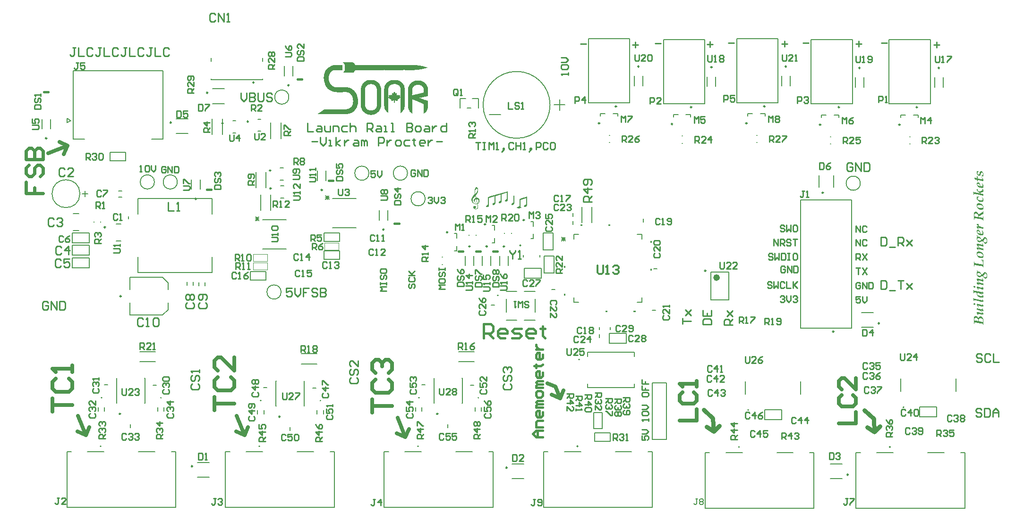
<source format=gto>
G04*
G04 #@! TF.GenerationSoftware,Altium Limited,Altium Designer,25.5.2 (35)*
G04*
G04 Layer_Color=65535*
%FSLAX25Y25*%
%MOIN*%
G70*
G04*
G04 #@! TF.SameCoordinates,1DACB3DC-ACE0-44E2-B579-3CE0BC83F536*
G04*
G04*
G04 #@! TF.FilePolarity,Positive*
G04*
G01*
G75*
%ADD10C,0.00984*%
%ADD11C,0.00600*%
%ADD12C,0.00787*%
%ADD13C,0.00500*%
%ADD14C,0.02362*%
%ADD15C,0.01575*%
%ADD16C,0.00591*%
%ADD17C,0.02500*%
%ADD18C,0.00400*%
%ADD19C,0.03000*%
%ADD20C,0.01000*%
%ADD21C,0.00900*%
%ADD22C,0.01500*%
%ADD23C,0.02300*%
%ADD24C,0.01700*%
%ADD25C,0.01200*%
G36*
X337407Y414437D02*
X337863D01*
Y414285D01*
X338016D01*
Y414133D01*
X338168D01*
Y413981D01*
X338320D01*
Y413677D01*
X338472D01*
Y413524D01*
X338624D01*
Y413372D01*
X338776D01*
Y413220D01*
X338929D01*
Y413068D01*
X339081D01*
Y412916D01*
X339233D01*
Y412763D01*
X339385D01*
Y412611D01*
X381086D01*
Y412459D01*
X383064D01*
Y412307D01*
X384282D01*
Y412155D01*
X385347D01*
Y412002D01*
X386260D01*
Y411850D01*
X387021D01*
Y411698D01*
X387630D01*
Y411546D01*
X388239D01*
Y411394D01*
X388847D01*
Y411241D01*
X389304D01*
Y411089D01*
X389913D01*
Y410937D01*
X390217D01*
Y410785D01*
X389913D01*
Y410633D01*
X389456D01*
Y410480D01*
X389000D01*
Y410328D01*
X388391D01*
Y410176D01*
X387782D01*
Y410024D01*
X387173D01*
Y409872D01*
X386412D01*
Y409720D01*
X385499D01*
Y409567D01*
X384434D01*
Y409415D01*
X383216D01*
Y409263D01*
X381238D01*
Y409111D01*
X374085D01*
Y409263D01*
X373020D01*
Y409111D01*
X359627D01*
Y409263D01*
X359474D01*
Y409111D01*
X339385D01*
Y408959D01*
X339233D01*
Y408806D01*
X339081D01*
Y408654D01*
X338929D01*
Y408502D01*
X338776D01*
Y408350D01*
X338624D01*
Y408198D01*
X338472D01*
Y407893D01*
X338320D01*
Y407741D01*
X338168D01*
Y407589D01*
X338016D01*
Y407437D01*
X337863D01*
Y407284D01*
X337711D01*
Y407132D01*
X330558D01*
Y407437D01*
X330710D01*
Y407589D01*
X330862D01*
Y407741D01*
X331015D01*
Y408045D01*
X331167D01*
Y408198D01*
X331319D01*
Y408502D01*
X331471D01*
Y408654D01*
X331624D01*
Y408806D01*
X331776D01*
Y409111D01*
X331928D01*
Y412763D01*
X331776D01*
Y412916D01*
X331624D01*
Y413068D01*
X331471D01*
Y413220D01*
X331319D01*
Y413524D01*
X331167D01*
Y413677D01*
X331015D01*
Y413829D01*
X330862D01*
Y414133D01*
X330710D01*
Y414285D01*
X330558D01*
Y414590D01*
X337407D01*
Y414437D01*
D02*
G37*
G36*
X368149Y401958D02*
X368910D01*
Y401806D01*
X369519D01*
Y401653D01*
X369824D01*
Y401501D01*
X370280D01*
Y401349D01*
X370585D01*
Y401197D01*
X370889D01*
Y401045D01*
X371041D01*
Y400892D01*
X371345D01*
Y400740D01*
X371498D01*
Y400588D01*
X371650D01*
Y400436D01*
X371954D01*
Y400284D01*
X372106D01*
Y400132D01*
X372259D01*
Y399979D01*
X372411D01*
Y399827D01*
X372563D01*
Y399523D01*
X372715D01*
Y399371D01*
X372867D01*
Y399218D01*
X373020D01*
Y398914D01*
X373172D01*
Y398762D01*
X373324D01*
Y398457D01*
X373476D01*
Y398153D01*
X373628D01*
Y397696D01*
X373780D01*
Y397240D01*
X373933D01*
Y396479D01*
X374085D01*
Y382934D01*
X373933D01*
Y382325D01*
X373780D01*
Y381869D01*
X373628D01*
Y381412D01*
X373476D01*
Y381107D01*
X373324D01*
Y380955D01*
X373172D01*
Y380651D01*
X373020D01*
Y380499D01*
X372867D01*
Y380194D01*
X372715D01*
Y380042D01*
X372563D01*
Y379890D01*
X372411D01*
Y379738D01*
X372259D01*
Y379586D01*
X372106D01*
Y379433D01*
X371954D01*
Y379281D01*
X371802D01*
Y379129D01*
X371650D01*
Y378977D01*
X371498D01*
Y378825D01*
X371345D01*
Y378673D01*
X371193D01*
Y379129D01*
X371041D01*
Y381107D01*
X371193D01*
Y389326D01*
X371041D01*
Y389478D01*
X370889D01*
Y389326D01*
X370585D01*
Y389174D01*
X370432D01*
Y389021D01*
X370128D01*
Y388869D01*
X369976D01*
Y388717D01*
X369824D01*
Y388565D01*
X369519D01*
Y388413D01*
X369367D01*
Y388261D01*
X369215D01*
Y388108D01*
X369063D01*
Y387500D01*
X369215D01*
Y387195D01*
X368758D01*
Y387347D01*
X367845D01*
Y387500D01*
X367236D01*
Y387347D01*
X367084D01*
Y385825D01*
X366932D01*
Y385673D01*
X366628D01*
Y385825D01*
X366475D01*
Y387347D01*
X366323D01*
Y387500D01*
X365714D01*
Y387347D01*
X364801D01*
Y387195D01*
X364345D01*
Y387347D01*
X364497D01*
Y387652D01*
X364649D01*
Y387956D01*
X364497D01*
Y388261D01*
X364345D01*
Y388413D01*
X364040D01*
Y388565D01*
X363888D01*
Y388717D01*
X363584D01*
Y388869D01*
X363432D01*
Y389021D01*
X363127D01*
Y389174D01*
X362975D01*
Y389326D01*
X362823D01*
Y389478D01*
X362671D01*
Y389326D01*
X362518D01*
Y378825D01*
X362214D01*
Y378977D01*
X362062D01*
Y379129D01*
X361757D01*
Y379281D01*
X361605D01*
Y379433D01*
X361453D01*
Y379586D01*
X361301D01*
Y379738D01*
X361149D01*
Y379890D01*
X360996D01*
Y380194D01*
X360844D01*
Y380347D01*
X360692D01*
Y380499D01*
X360540D01*
Y380803D01*
X360388D01*
Y381107D01*
X360236D01*
Y381260D01*
X360083D01*
Y381716D01*
X359931D01*
Y382021D01*
X359779D01*
Y382629D01*
X359627D01*
Y383543D01*
X359474D01*
Y396022D01*
X359627D01*
Y396936D01*
X359779D01*
Y397544D01*
X359931D01*
Y397849D01*
X360083D01*
Y398305D01*
X360236D01*
Y398610D01*
X360388D01*
Y398762D01*
X360540D01*
Y399066D01*
X360692D01*
Y399218D01*
X360844D01*
Y399523D01*
X360996D01*
Y399675D01*
X361149D01*
Y399827D01*
X361301D01*
Y399979D01*
X361453D01*
Y400132D01*
X361605D01*
Y400284D01*
X361757D01*
Y400436D01*
X361910D01*
Y400588D01*
X362062D01*
Y400740D01*
X362366D01*
Y400892D01*
X362518D01*
Y401045D01*
X362823D01*
Y401197D01*
X362975D01*
Y401349D01*
X363279D01*
Y401501D01*
X363736D01*
Y401653D01*
X364040D01*
Y401806D01*
X364649D01*
Y401958D01*
X365562D01*
Y402110D01*
X368149D01*
Y401958D01*
D02*
G37*
G36*
X385043Y401501D02*
X385651D01*
Y401349D01*
X386108D01*
Y401197D01*
X386565D01*
Y401045D01*
X386869D01*
Y400892D01*
X387173D01*
Y400740D01*
X387478D01*
Y400588D01*
X387630D01*
Y400436D01*
X387782D01*
Y400284D01*
X388087D01*
Y400132D01*
X388239D01*
Y399979D01*
X388391D01*
Y399827D01*
X388543D01*
Y399675D01*
X388695D01*
Y399523D01*
X388847D01*
Y399371D01*
X389000D01*
Y399218D01*
X389152D01*
Y398914D01*
X389304D01*
Y398762D01*
X389456D01*
Y398457D01*
X389609D01*
Y398305D01*
X389761D01*
Y398001D01*
X389913D01*
Y397696D01*
X390065D01*
Y397392D01*
X390217D01*
Y396936D01*
X390369D01*
Y396175D01*
X390522D01*
Y390848D01*
X390369D01*
Y390696D01*
X390065D01*
Y390543D01*
X389304D01*
Y390391D01*
X388543D01*
Y390239D01*
X387782D01*
Y390087D01*
X387173D01*
Y389935D01*
X386412D01*
Y389783D01*
X385804D01*
Y389630D01*
X385043D01*
Y389478D01*
X384586D01*
Y389326D01*
X384891D01*
Y389174D01*
X385347D01*
Y389021D01*
X385804D01*
Y388869D01*
X386108D01*
Y388717D01*
X386565D01*
Y388565D01*
X387021D01*
Y388413D01*
X387478D01*
Y388261D01*
X387934D01*
Y388108D01*
X388239D01*
Y387956D01*
X388695D01*
Y387804D01*
X389152D01*
Y387652D01*
X389609D01*
Y387500D01*
X390065D01*
Y387347D01*
X390369D01*
Y387195D01*
X390522D01*
Y382782D01*
X390369D01*
Y381869D01*
X390217D01*
Y381412D01*
X390065D01*
Y380955D01*
X389913D01*
Y380651D01*
X389761D01*
Y380347D01*
X389609D01*
Y380194D01*
X389456D01*
Y379890D01*
X389304D01*
Y379738D01*
X389152D01*
Y379586D01*
X389000D01*
Y379433D01*
X388847D01*
Y379129D01*
X388695D01*
Y378977D01*
X388543D01*
Y378825D01*
X388239D01*
Y378673D01*
X388087D01*
Y378520D01*
X387934D01*
Y378368D01*
X387782D01*
Y378216D01*
X387478D01*
Y384912D01*
X387326D01*
Y385065D01*
X387173D01*
Y385217D01*
X386869D01*
Y385369D01*
X386565D01*
Y385521D01*
X386108D01*
Y385673D01*
X385804D01*
Y385825D01*
X385499D01*
Y385978D01*
X385043D01*
Y386130D01*
X384738D01*
Y386282D01*
X384434D01*
Y386434D01*
X383977D01*
Y386586D01*
X383673D01*
Y386739D01*
X383369D01*
Y386891D01*
X382912D01*
Y387043D01*
X382608D01*
Y387195D01*
X382303D01*
Y387347D01*
X381847D01*
Y387500D01*
X381542D01*
Y387652D01*
X381238D01*
Y387804D01*
X380934D01*
Y387956D01*
X380477D01*
Y388108D01*
X380173D01*
Y388261D01*
X379868D01*
Y388413D01*
X379412D01*
Y378368D01*
X378955D01*
Y378520D01*
X378803D01*
Y378673D01*
X378651D01*
Y378825D01*
X378499D01*
Y378977D01*
X378346D01*
Y379129D01*
X378194D01*
Y379281D01*
X378042D01*
Y379433D01*
X377890D01*
Y379586D01*
X377737D01*
Y379738D01*
X377585D01*
Y380042D01*
X377433D01*
Y380194D01*
X377281D01*
Y380499D01*
X377129D01*
Y380803D01*
X376977D01*
Y381107D01*
X376824D01*
Y381412D01*
X376672D01*
Y382021D01*
X376520D01*
Y382629D01*
X376368D01*
Y396175D01*
X376520D01*
Y396936D01*
X376672D01*
Y397240D01*
X376824D01*
Y397696D01*
X376977D01*
Y398001D01*
X377129D01*
Y398305D01*
X377281D01*
Y398457D01*
X377433D01*
Y398762D01*
X377585D01*
Y398914D01*
X377737D01*
Y399218D01*
X377890D01*
Y399371D01*
X378042D01*
Y399523D01*
X378194D01*
Y399675D01*
X378346D01*
Y399827D01*
X378499D01*
Y399979D01*
X378651D01*
Y400132D01*
X378955D01*
Y400284D01*
X379107D01*
Y400436D01*
X379259D01*
Y400588D01*
X379564D01*
Y400740D01*
X379868D01*
Y400892D01*
X380020D01*
Y401045D01*
X380477D01*
Y401197D01*
X380781D01*
Y401349D01*
X381238D01*
Y401501D01*
X381847D01*
Y401653D01*
X385043D01*
Y401501D01*
D02*
G37*
G36*
X329949Y412459D02*
X330102D01*
Y412307D01*
X329949D01*
Y409111D01*
X324623D01*
Y408959D01*
X324014D01*
Y408806D01*
X323557D01*
Y408654D01*
X323101D01*
Y408502D01*
X322796D01*
Y408350D01*
X322644D01*
Y408198D01*
X322340D01*
Y408045D01*
X322188D01*
Y407893D01*
X322035D01*
Y407741D01*
X321883D01*
Y407589D01*
X321731D01*
Y407437D01*
X321579D01*
Y407132D01*
X321427D01*
Y406980D01*
X321274D01*
Y406676D01*
X321122D01*
Y406371D01*
X320970D01*
Y406067D01*
X320818D01*
Y405610D01*
X320666D01*
Y405002D01*
X320514D01*
Y403936D01*
X320361D01*
Y402719D01*
X320514D01*
Y401653D01*
X320666D01*
Y401045D01*
X320818D01*
Y400588D01*
X320970D01*
Y400284D01*
X321122D01*
Y399979D01*
X321274D01*
Y399675D01*
X321427D01*
Y399523D01*
X321579D01*
Y399218D01*
X321731D01*
Y399066D01*
X321883D01*
Y398914D01*
X322035D01*
Y398762D01*
X322188D01*
Y398610D01*
X322340D01*
Y398457D01*
X322492D01*
Y398305D01*
X322644D01*
Y398153D01*
X322796D01*
Y398001D01*
X322949D01*
Y397849D01*
X323101D01*
Y397696D01*
X323405D01*
Y397544D01*
X323710D01*
Y397392D01*
X324014D01*
Y397240D01*
X324470D01*
Y397088D01*
X328884D01*
Y396936D01*
X331928D01*
Y397088D01*
X333298D01*
Y396936D01*
X334211D01*
Y396783D01*
X334667D01*
Y396631D01*
X335124D01*
Y396479D01*
X335580D01*
Y396327D01*
X335885D01*
Y396175D01*
X336189D01*
Y396022D01*
X336341D01*
Y395870D01*
X336646D01*
Y395718D01*
X336950D01*
Y395566D01*
X337102D01*
Y395414D01*
X337255D01*
Y395261D01*
X337559D01*
Y395109D01*
X337711D01*
Y394957D01*
X337863D01*
Y394805D01*
X338016D01*
Y394653D01*
X338168D01*
Y394500D01*
X338320D01*
Y394348D01*
X338472D01*
Y394196D01*
X338624D01*
Y394044D01*
X338776D01*
Y393892D01*
X338929D01*
Y393739D01*
X339081D01*
Y393435D01*
X339233D01*
Y393283D01*
X339385D01*
Y393131D01*
X339537D01*
Y392826D01*
X339690D01*
Y392522D01*
X339842D01*
Y392370D01*
X339994D01*
Y392065D01*
X340146D01*
Y391609D01*
X340298D01*
Y391304D01*
X340451D01*
Y390848D01*
X340603D01*
Y390391D01*
X340755D01*
Y389783D01*
X340907D01*
Y389021D01*
X341059D01*
Y387956D01*
X341212D01*
Y385825D01*
X341059D01*
Y384912D01*
X340907D01*
Y384304D01*
X340755D01*
Y383847D01*
X340603D01*
Y383390D01*
X340451D01*
Y383086D01*
X340298D01*
Y382629D01*
X340146D01*
Y382477D01*
X339994D01*
Y382173D01*
X339842D01*
Y381869D01*
X339690D01*
Y381564D01*
X339537D01*
Y381412D01*
X339385D01*
Y381260D01*
X339233D01*
Y380955D01*
X339081D01*
Y380803D01*
X338929D01*
Y380651D01*
X338776D01*
Y380499D01*
X338624D01*
Y380347D01*
X338472D01*
Y380194D01*
X338320D01*
Y380042D01*
X338168D01*
Y379890D01*
X338016D01*
Y379738D01*
X337863D01*
Y379586D01*
X337559D01*
Y379433D01*
X337407D01*
Y379281D01*
X337102D01*
Y379129D01*
X336950D01*
Y378977D01*
X336646D01*
Y378825D01*
X336341D01*
Y378673D01*
X336037D01*
Y378520D01*
X335580D01*
Y378368D01*
X334972D01*
Y378216D01*
X334211D01*
Y378064D01*
X329797D01*
Y377911D01*
X316709D01*
Y378064D01*
X312752D01*
Y378216D01*
X312904D01*
Y378368D01*
X313208D01*
Y378520D01*
X313361D01*
Y378673D01*
X313665D01*
Y378825D01*
X313817D01*
Y378977D01*
X314122D01*
Y379129D01*
X314274D01*
Y379281D01*
X314578D01*
Y379433D01*
X314730D01*
Y379586D01*
X315035D01*
Y379738D01*
X315187D01*
Y379890D01*
X315339D01*
Y380042D01*
X315643D01*
Y380194D01*
X315796D01*
Y380347D01*
X316100D01*
Y380499D01*
X316252D01*
Y380651D01*
X316557D01*
Y380803D01*
X316709D01*
Y380955D01*
X317013D01*
Y381107D01*
X317165D01*
Y381260D01*
X317318D01*
Y381412D01*
X333145D01*
Y381564D01*
X333906D01*
Y381716D01*
X334363D01*
Y381869D01*
X334667D01*
Y382021D01*
X334972D01*
Y382173D01*
X335276D01*
Y382325D01*
X335428D01*
Y382477D01*
X335733D01*
Y382629D01*
X335885D01*
Y382782D01*
X336037D01*
Y382934D01*
X336189D01*
Y383086D01*
X336341D01*
Y383238D01*
X336494D01*
Y383390D01*
X336646D01*
Y383695D01*
X336798D01*
Y383847D01*
X336950D01*
Y384151D01*
X337102D01*
Y384456D01*
X337255D01*
Y384760D01*
X337407D01*
Y385369D01*
X337559D01*
Y386739D01*
X337711D01*
Y387500D01*
X337559D01*
Y388869D01*
X337407D01*
Y389478D01*
X337255D01*
Y389935D01*
X337102D01*
Y390239D01*
X336950D01*
Y390543D01*
X336798D01*
Y390848D01*
X336646D01*
Y391152D01*
X336494D01*
Y391304D01*
X336341D01*
Y391457D01*
X336189D01*
Y391761D01*
X336037D01*
Y391913D01*
X335885D01*
Y392065D01*
X335733D01*
Y392217D01*
X335580D01*
Y392370D01*
X335428D01*
Y392522D01*
X335124D01*
Y392674D01*
X334972D01*
Y392826D01*
X334667D01*
Y392979D01*
X334515D01*
Y393131D01*
X334211D01*
Y393283D01*
X333754D01*
Y393435D01*
X333145D01*
Y393587D01*
X330558D01*
Y393435D01*
X325992D01*
Y393587D01*
X324623D01*
Y393739D01*
X323862D01*
Y393892D01*
X323253D01*
Y394044D01*
X322796D01*
Y394196D01*
X322340D01*
Y394348D01*
X322035D01*
Y394500D01*
X321731D01*
Y394653D01*
X321427D01*
Y394805D01*
X321122D01*
Y394957D01*
X320970D01*
Y395109D01*
X320666D01*
Y395261D01*
X320514D01*
Y395414D01*
X320361D01*
Y395566D01*
X320209D01*
Y395718D01*
X319905D01*
Y395870D01*
X319753D01*
Y396022D01*
X319600D01*
Y396175D01*
X319448D01*
Y396479D01*
X319296D01*
Y396631D01*
X319144D01*
Y396783D01*
X318992D01*
Y396936D01*
X318839D01*
Y397240D01*
X318687D01*
Y397392D01*
X318535D01*
Y397696D01*
X318383D01*
Y398001D01*
X318231D01*
Y398305D01*
X318078D01*
Y398610D01*
X317926D01*
Y398914D01*
X317774D01*
Y399371D01*
X317622D01*
Y399827D01*
X317470D01*
Y400284D01*
X317318D01*
Y400892D01*
X317165D01*
Y401653D01*
X317013D01*
Y402871D01*
X316861D01*
Y404393D01*
X317013D01*
Y405610D01*
X317165D01*
Y406219D01*
X317318D01*
Y406828D01*
X317470D01*
Y407284D01*
X317622D01*
Y407589D01*
X317774D01*
Y407893D01*
X317926D01*
Y408198D01*
X318078D01*
Y408502D01*
X318231D01*
Y408806D01*
X318383D01*
Y408959D01*
X318535D01*
Y409263D01*
X318687D01*
Y409415D01*
X318839D01*
Y409567D01*
X318992D01*
Y409720D01*
X319144D01*
Y409872D01*
X319296D01*
Y410024D01*
X319448D01*
Y410176D01*
X319600D01*
Y410328D01*
X319753D01*
Y410480D01*
X319905D01*
Y410633D01*
X320057D01*
Y410785D01*
X320209D01*
Y410937D01*
X320514D01*
Y411089D01*
X320666D01*
Y411241D01*
X320970D01*
Y411394D01*
X321274D01*
Y411546D01*
X321427D01*
Y411698D01*
X321731D01*
Y411850D01*
X322188D01*
Y412002D01*
X322492D01*
Y412155D01*
X323101D01*
Y412307D01*
X323557D01*
Y412459D01*
X324623D01*
Y412611D01*
X329949D01*
Y412459D01*
D02*
G37*
G36*
X351561Y401958D02*
X352322D01*
Y401806D01*
X352778D01*
Y401653D01*
X353235D01*
Y401501D01*
X353539D01*
Y401349D01*
X353843D01*
Y401197D01*
X354148D01*
Y401045D01*
X354300D01*
Y400892D01*
X354604D01*
Y400740D01*
X354757D01*
Y400588D01*
X355061D01*
Y400436D01*
X355213D01*
Y400284D01*
X355365D01*
Y400132D01*
X355518D01*
Y399979D01*
X355670D01*
Y399827D01*
X355822D01*
Y399523D01*
X355974D01*
Y399371D01*
X356126D01*
Y399218D01*
X356278D01*
Y398914D01*
X356431D01*
Y398610D01*
X356583D01*
Y398305D01*
X356735D01*
Y398001D01*
X356887D01*
Y397696D01*
X357039D01*
Y397088D01*
X357192D01*
Y396479D01*
X357344D01*
Y383086D01*
X357192D01*
Y382477D01*
X357039D01*
Y381869D01*
X356887D01*
Y381564D01*
X356735D01*
Y381260D01*
X356583D01*
Y380955D01*
X356431D01*
Y380651D01*
X356278D01*
Y380499D01*
X356126D01*
Y380194D01*
X355974D01*
Y380042D01*
X355822D01*
Y379890D01*
X355670D01*
Y379738D01*
X355518D01*
Y379586D01*
X355365D01*
Y379433D01*
X355213D01*
Y379281D01*
X355061D01*
Y379129D01*
X354909D01*
Y378977D01*
X354757D01*
Y378825D01*
X354452D01*
Y378673D01*
X354300D01*
Y378520D01*
X353996D01*
Y378368D01*
X353843D01*
Y378216D01*
X353539D01*
Y378064D01*
X353082D01*
Y377911D01*
X352778D01*
Y377759D01*
X352169D01*
Y377607D01*
X351256D01*
Y377455D01*
X349278D01*
Y377607D01*
X348364D01*
Y377759D01*
X347756D01*
Y377911D01*
X347299D01*
Y378064D01*
X346995D01*
Y378216D01*
X346690D01*
Y378368D01*
X346386D01*
Y378520D01*
X346234D01*
Y378673D01*
X345930D01*
Y378825D01*
X345777D01*
Y378977D01*
X345625D01*
Y379129D01*
X345321D01*
Y379281D01*
X345168D01*
Y379433D01*
X345016D01*
Y379586D01*
X344864D01*
Y379738D01*
X344712D01*
Y380042D01*
X344560D01*
Y380194D01*
X344408D01*
Y380347D01*
X344255D01*
Y380651D01*
X344103D01*
Y380803D01*
X343951D01*
Y381107D01*
X343799D01*
Y381412D01*
X343647D01*
Y381869D01*
X343494D01*
Y382173D01*
X343342D01*
Y382782D01*
X343190D01*
Y396783D01*
X343342D01*
Y397392D01*
X343494D01*
Y397849D01*
X343647D01*
Y398153D01*
X343799D01*
Y398457D01*
X343951D01*
Y398762D01*
X344103D01*
Y399066D01*
X344255D01*
Y399218D01*
X344408D01*
Y399371D01*
Y399523D01*
X344560D01*
Y399675D01*
X344712D01*
Y399827D01*
X344864D01*
Y399979D01*
X345016D01*
Y400132D01*
X345168D01*
Y400284D01*
X345321D01*
Y400436D01*
X345473D01*
Y400588D01*
X345625D01*
Y400740D01*
X345930D01*
Y400892D01*
X346082D01*
Y401045D01*
X346386D01*
Y401197D01*
X346538D01*
Y401349D01*
X346843D01*
Y401501D01*
X347299D01*
Y401653D01*
X347604D01*
Y401806D01*
X348060D01*
Y401958D01*
X348821D01*
Y402110D01*
X351561D01*
Y401958D01*
D02*
G37*
G36*
X446932Y322531D02*
Y317214D01*
X446914D01*
Y317139D01*
X446895D01*
Y317083D01*
X446876D01*
Y317046D01*
X446858D01*
Y317009D01*
X446839D01*
Y316972D01*
X446821D01*
Y316935D01*
X446802D01*
Y316898D01*
X446783D01*
Y316860D01*
X446765D01*
Y316842D01*
X446746D01*
Y316805D01*
X446728D01*
Y316786D01*
X446709D01*
Y316767D01*
X446691D01*
Y316730D01*
X446672D01*
Y316712D01*
X446653D01*
Y316693D01*
X446635D01*
Y316674D01*
X446616D01*
Y316656D01*
X446598D01*
Y316637D01*
X446579D01*
Y316619D01*
X446560D01*
Y316600D01*
X446542D01*
Y316581D01*
X446523D01*
Y316563D01*
X446505D01*
Y316544D01*
X446486D01*
Y316526D01*
X446467D01*
Y316507D01*
X446449D01*
Y316488D01*
X446412D01*
Y316470D01*
X446393D01*
Y316451D01*
X446375D01*
Y316433D01*
X446337D01*
Y316414D01*
X446319D01*
Y316395D01*
X446300D01*
Y316377D01*
X446263D01*
Y316358D01*
X446226D01*
Y316340D01*
X446207D01*
Y316321D01*
X446170D01*
Y316302D01*
X446133D01*
Y316284D01*
X446096D01*
Y316265D01*
X446058D01*
Y316247D01*
X446021D01*
Y316228D01*
X445984D01*
Y316210D01*
X445928D01*
Y316191D01*
X445872D01*
Y316172D01*
X445817D01*
Y316154D01*
X445724D01*
Y316135D01*
X445612D01*
Y316117D01*
X445389D01*
Y316135D01*
X445296D01*
Y316154D01*
X445222D01*
Y316172D01*
X445185D01*
Y316191D01*
X445147D01*
Y316210D01*
X445110D01*
Y316228D01*
X445091D01*
Y316247D01*
X445073D01*
Y316265D01*
X445036D01*
Y316284D01*
X445017D01*
Y316302D01*
X444999D01*
Y316340D01*
X444980D01*
Y316358D01*
X444961D01*
Y316395D01*
X444943D01*
Y316433D01*
X444924D01*
Y316488D01*
X444906D01*
Y316563D01*
X444887D01*
Y316730D01*
X444906D01*
Y316823D01*
X444924D01*
Y316879D01*
X444943D01*
Y316935D01*
X444961D01*
Y316990D01*
X444980D01*
Y317028D01*
X444999D01*
Y317065D01*
X445017D01*
Y317102D01*
X445036D01*
Y317121D01*
X445054D01*
Y317158D01*
X445073D01*
Y317176D01*
X445091D01*
Y317214D01*
X445110D01*
Y317232D01*
X445129D01*
Y317251D01*
X445147D01*
Y317288D01*
X445166D01*
Y317307D01*
X445185D01*
Y317325D01*
X445203D01*
Y317344D01*
X445222D01*
Y317362D01*
X445240D01*
Y317381D01*
X445259D01*
Y317400D01*
X445277D01*
Y317418D01*
X445296D01*
Y317437D01*
X445315D01*
Y317455D01*
X445333D01*
Y317474D01*
X445352D01*
Y317493D01*
X445370D01*
Y317511D01*
X445389D01*
Y317530D01*
X445426D01*
Y317548D01*
X445445D01*
Y317567D01*
X445463D01*
Y317585D01*
X445501D01*
Y317604D01*
X445519D01*
Y317623D01*
X445556D01*
Y317641D01*
X445575D01*
Y317660D01*
X445612D01*
Y317678D01*
X445649D01*
Y317697D01*
X445668D01*
Y317716D01*
X445705D01*
Y317734D01*
X445742D01*
Y317753D01*
X445780D01*
Y317771D01*
X445835D01*
Y317790D01*
X445872D01*
Y317809D01*
X445928D01*
Y317827D01*
X445984D01*
Y317846D01*
X446058D01*
Y317864D01*
X446133D01*
Y317883D01*
X446319D01*
Y317902D01*
X446356D01*
Y317883D01*
X446505D01*
Y317864D01*
X446579D01*
Y317846D01*
X446635D01*
Y317827D01*
X446672D01*
Y317809D01*
X446709D01*
Y317790D01*
X446728D01*
Y317771D01*
X446765D01*
Y320561D01*
Y320579D01*
Y322482D01*
X442482Y321209D01*
Y316014D01*
X442463D01*
Y315939D01*
X442445D01*
Y315883D01*
X442426D01*
Y315846D01*
X442408D01*
Y315809D01*
X442389D01*
Y315772D01*
X442370D01*
Y315735D01*
X442352D01*
Y315698D01*
X442333D01*
Y315660D01*
X442315D01*
Y315642D01*
X442296D01*
Y315604D01*
X442277D01*
Y315586D01*
X442259D01*
Y315567D01*
X442240D01*
Y315530D01*
X442222D01*
Y315512D01*
X442203D01*
Y315493D01*
X442184D01*
Y315474D01*
X442166D01*
Y315456D01*
X442147D01*
Y315437D01*
X442129D01*
Y315419D01*
X442110D01*
Y315400D01*
X442091D01*
Y315381D01*
X442073D01*
Y315363D01*
X442054D01*
Y315344D01*
X442036D01*
Y315326D01*
X442017D01*
Y315307D01*
X441998D01*
Y315288D01*
X441961D01*
Y315270D01*
X441943D01*
Y315251D01*
X441924D01*
Y315233D01*
X441887D01*
Y315214D01*
X441868D01*
Y315195D01*
X441850D01*
Y315177D01*
X441813D01*
Y315158D01*
X441775D01*
Y315140D01*
X441757D01*
Y315121D01*
X441720D01*
Y315103D01*
X441682D01*
Y315084D01*
X441645D01*
Y315065D01*
X441608D01*
Y315047D01*
X441571D01*
Y315028D01*
X441534D01*
Y315009D01*
X441478D01*
Y314991D01*
X441422D01*
Y314972D01*
X441366D01*
Y314954D01*
X441273D01*
Y314935D01*
X441162D01*
Y314917D01*
X440939D01*
Y314935D01*
X440846D01*
Y314954D01*
X440771D01*
Y314972D01*
X440734D01*
Y314991D01*
X440697D01*
Y315009D01*
X440660D01*
Y315028D01*
X440641D01*
Y315047D01*
X440623D01*
Y315065D01*
X440585D01*
Y315084D01*
X440567D01*
Y315103D01*
X440548D01*
Y315140D01*
X440530D01*
Y315158D01*
X440511D01*
Y315195D01*
X440492D01*
Y315233D01*
X440474D01*
Y315288D01*
X440455D01*
Y315363D01*
X440437D01*
Y315530D01*
X440455D01*
Y315623D01*
X440474D01*
Y315679D01*
X440492D01*
Y315735D01*
X440511D01*
Y315791D01*
X440530D01*
Y315828D01*
X440548D01*
Y315865D01*
X440567D01*
Y315902D01*
X440585D01*
Y315921D01*
X440604D01*
Y315958D01*
X440623D01*
Y315976D01*
X440641D01*
Y316014D01*
X440660D01*
Y316032D01*
X440678D01*
Y316051D01*
X440697D01*
Y316088D01*
X440716D01*
Y316107D01*
X440734D01*
Y316125D01*
X440753D01*
Y316144D01*
X440771D01*
Y316162D01*
X440790D01*
Y316181D01*
X440808D01*
Y316199D01*
X440827D01*
Y316218D01*
X440846D01*
Y316237D01*
X440864D01*
Y316255D01*
X440883D01*
Y316274D01*
X440902D01*
Y316293D01*
X440920D01*
Y316311D01*
X440939D01*
Y316330D01*
X440976D01*
Y316348D01*
X440994D01*
Y316367D01*
X441013D01*
Y316386D01*
X441050D01*
Y316404D01*
X441069D01*
Y316423D01*
X441106D01*
Y316441D01*
X441125D01*
Y316460D01*
X441162D01*
Y316478D01*
X441199D01*
Y316497D01*
X441218D01*
Y316516D01*
X441255D01*
Y316534D01*
X441292D01*
Y316553D01*
X441329D01*
Y316571D01*
X441385D01*
Y316590D01*
X441422D01*
Y316609D01*
X441478D01*
Y316627D01*
X441534D01*
Y316646D01*
X441608D01*
Y316664D01*
X441682D01*
Y316683D01*
X441868D01*
Y316702D01*
X441905D01*
Y316683D01*
X442054D01*
Y316664D01*
X442129D01*
Y316646D01*
X442184D01*
Y316627D01*
X442222D01*
Y316609D01*
X442259D01*
Y316590D01*
X442277D01*
Y316571D01*
X442315D01*
Y319360D01*
Y319379D01*
Y321159D01*
X438031Y319885D01*
Y314714D01*
X438013D01*
Y314639D01*
X437994D01*
Y314583D01*
X437976D01*
Y314546D01*
X437957D01*
Y314509D01*
X437939D01*
Y314472D01*
X437920D01*
Y314435D01*
X437901D01*
Y314398D01*
X437883D01*
Y314360D01*
X437864D01*
Y314342D01*
X437846D01*
Y314304D01*
X437827D01*
Y314286D01*
X437808D01*
Y314267D01*
X437790D01*
Y314230D01*
X437771D01*
Y314212D01*
X437753D01*
Y314193D01*
X437734D01*
Y314174D01*
X437715D01*
Y314156D01*
X437697D01*
Y314137D01*
X437678D01*
Y314119D01*
X437660D01*
Y314100D01*
X437641D01*
Y314081D01*
X437622D01*
Y314063D01*
X437604D01*
Y314044D01*
X437585D01*
Y314026D01*
X437567D01*
Y314007D01*
X437548D01*
Y313988D01*
X437511D01*
Y313970D01*
X437492D01*
Y313951D01*
X437474D01*
Y313933D01*
X437436D01*
Y313914D01*
X437418D01*
Y313896D01*
X437399D01*
Y313877D01*
X437362D01*
Y313858D01*
X437325D01*
Y313840D01*
X437306D01*
Y313821D01*
X437269D01*
Y313803D01*
X437232D01*
Y313784D01*
X437195D01*
Y313765D01*
X437158D01*
Y313747D01*
X437120D01*
Y313728D01*
X437083D01*
Y313709D01*
X437028D01*
Y313691D01*
X436972D01*
Y313672D01*
X436916D01*
Y313654D01*
X436823D01*
Y313635D01*
X436711D01*
Y313617D01*
X436488D01*
Y313635D01*
X436395D01*
Y313654D01*
X436321D01*
Y313672D01*
X436284D01*
Y313691D01*
X436247D01*
Y313709D01*
X436209D01*
Y313728D01*
X436191D01*
Y313747D01*
X436172D01*
Y313765D01*
X436135D01*
Y313784D01*
X436116D01*
Y313803D01*
X436098D01*
Y313840D01*
X436079D01*
Y313858D01*
X436061D01*
Y313896D01*
X436042D01*
Y313933D01*
X436023D01*
Y313988D01*
X436005D01*
Y314063D01*
X435986D01*
Y314230D01*
X436005D01*
Y314323D01*
X436023D01*
Y314379D01*
X436042D01*
Y314435D01*
X436061D01*
Y314491D01*
X436079D01*
Y314528D01*
X436098D01*
Y314565D01*
X436116D01*
Y314602D01*
X436135D01*
Y314621D01*
X436154D01*
Y314658D01*
X436172D01*
Y314676D01*
X436191D01*
Y314714D01*
X436209D01*
Y314732D01*
X436228D01*
Y314751D01*
X436247D01*
Y314788D01*
X436265D01*
Y314807D01*
X436284D01*
Y314825D01*
X436302D01*
Y314844D01*
X436321D01*
Y314862D01*
X436340D01*
Y314881D01*
X436358D01*
Y314899D01*
X436377D01*
Y314918D01*
X436395D01*
Y314937D01*
X436414D01*
Y314955D01*
X436433D01*
Y314974D01*
X436451D01*
Y314992D01*
X436470D01*
Y315011D01*
X436488D01*
Y315030D01*
X436525D01*
Y315048D01*
X436544D01*
Y315067D01*
X436563D01*
Y315086D01*
X436600D01*
Y315104D01*
X436618D01*
Y315123D01*
X436656D01*
Y315141D01*
X436674D01*
Y315160D01*
X436711D01*
Y315178D01*
X436749D01*
Y315197D01*
X436767D01*
Y315216D01*
X436804D01*
Y315234D01*
X436842D01*
Y315253D01*
X436879D01*
Y315271D01*
X436935D01*
Y315290D01*
X436972D01*
Y315309D01*
X437028D01*
Y315327D01*
X437083D01*
Y315346D01*
X437158D01*
Y315364D01*
X437232D01*
Y315383D01*
X437418D01*
Y315402D01*
X437455D01*
Y315383D01*
X437604D01*
Y315364D01*
X437678D01*
Y315346D01*
X437734D01*
Y315327D01*
X437771D01*
Y315309D01*
X437808D01*
Y315290D01*
X437827D01*
Y315271D01*
X437864D01*
Y318060D01*
Y318079D01*
Y319836D01*
X433476Y318531D01*
X433581D01*
Y313214D01*
X433563D01*
Y313139D01*
X433544D01*
Y313083D01*
X433525D01*
Y313046D01*
X433507D01*
Y313009D01*
X433488D01*
Y312972D01*
X433470D01*
Y312935D01*
X433451D01*
Y312897D01*
X433432D01*
Y312860D01*
X433414D01*
Y312842D01*
X433395D01*
Y312805D01*
X433377D01*
Y312786D01*
X433358D01*
Y312767D01*
X433340D01*
Y312730D01*
X433321D01*
Y312712D01*
X433302D01*
Y312693D01*
X433284D01*
Y312674D01*
X433265D01*
Y312656D01*
X433247D01*
Y312637D01*
X433228D01*
Y312619D01*
X433209D01*
Y312600D01*
X433191D01*
Y312581D01*
X433172D01*
Y312563D01*
X433153D01*
Y312544D01*
X433135D01*
Y312526D01*
X433116D01*
Y312507D01*
X433098D01*
Y312488D01*
X433061D01*
Y312470D01*
X433042D01*
Y312451D01*
X433023D01*
Y312433D01*
X432986D01*
Y312414D01*
X432968D01*
Y312396D01*
X432949D01*
Y312377D01*
X432912D01*
Y312358D01*
X432875D01*
Y312340D01*
X432856D01*
Y312321D01*
X432819D01*
Y312302D01*
X432782D01*
Y312284D01*
X432745D01*
Y312265D01*
X432707D01*
Y312247D01*
X432670D01*
Y312228D01*
X432633D01*
Y312210D01*
X432577D01*
Y312191D01*
X432521D01*
Y312172D01*
X432466D01*
Y312154D01*
X432373D01*
Y312135D01*
X432261D01*
Y312117D01*
X432038D01*
Y312135D01*
X431945D01*
Y312154D01*
X431871D01*
Y312172D01*
X431833D01*
Y312191D01*
X431796D01*
Y312210D01*
X431759D01*
Y312228D01*
X431740D01*
Y312247D01*
X431722D01*
Y312265D01*
X431685D01*
Y312284D01*
X431666D01*
Y312302D01*
X431647D01*
Y312340D01*
X431629D01*
Y312358D01*
X431610D01*
Y312396D01*
X431592D01*
Y312433D01*
X431573D01*
Y312488D01*
X431555D01*
Y312563D01*
X431536D01*
Y312730D01*
X431555D01*
Y312823D01*
X431573D01*
Y312879D01*
X431592D01*
Y312935D01*
X431610D01*
Y312990D01*
X431629D01*
Y313028D01*
X431647D01*
Y313065D01*
X431666D01*
Y313102D01*
X431685D01*
Y313121D01*
X431703D01*
Y313158D01*
X431722D01*
Y313176D01*
X431740D01*
Y313214D01*
X431759D01*
Y313232D01*
X431778D01*
Y313251D01*
X431796D01*
Y313288D01*
X431815D01*
Y313307D01*
X431833D01*
Y313325D01*
X431852D01*
Y313344D01*
X431871D01*
Y313362D01*
X431889D01*
Y313381D01*
X431908D01*
Y313400D01*
X431926D01*
Y313418D01*
X431945D01*
Y313437D01*
X431963D01*
Y313455D01*
X431982D01*
Y313474D01*
X432001D01*
Y313492D01*
X432019D01*
Y313511D01*
X432038D01*
Y313530D01*
X432075D01*
Y313548D01*
X432094D01*
Y313567D01*
X432112D01*
Y313585D01*
X432150D01*
Y313604D01*
X432168D01*
Y313623D01*
X432205D01*
Y313641D01*
X432224D01*
Y313660D01*
X432261D01*
Y313678D01*
X432298D01*
Y313697D01*
X432317D01*
Y313716D01*
X432354D01*
Y313734D01*
X432391D01*
Y313753D01*
X432428D01*
Y313771D01*
X432484D01*
Y313790D01*
X432521D01*
Y313809D01*
X432577D01*
Y313827D01*
X432633D01*
Y313846D01*
X432707D01*
Y313864D01*
X432782D01*
Y313883D01*
X432968D01*
Y313902D01*
X433005D01*
Y313883D01*
X433153D01*
Y313864D01*
X433228D01*
Y313846D01*
X433284D01*
Y313827D01*
X433321D01*
Y313809D01*
X433358D01*
Y313790D01*
X433377D01*
Y313771D01*
X433414D01*
Y316561D01*
Y316579D01*
Y318513D01*
X433419Y319485D01*
X446922Y323331D01*
X446932Y322531D01*
D02*
G37*
G36*
X424864Y326296D02*
X424920D01*
Y326282D01*
X424963D01*
Y326268D01*
X424991D01*
Y326254D01*
X425019D01*
Y326240D01*
X425047D01*
Y326226D01*
X425076D01*
Y326212D01*
X425104D01*
Y326198D01*
X425118D01*
Y326183D01*
X425132D01*
Y326169D01*
X425161D01*
Y326155D01*
X425175D01*
Y326141D01*
X425189D01*
Y326127D01*
X425203D01*
Y326113D01*
X425231D01*
Y326098D01*
X425246D01*
Y326084D01*
X425260D01*
Y326070D01*
X425274D01*
Y326056D01*
X425288D01*
Y326042D01*
X425302D01*
Y326028D01*
X425316D01*
Y325999D01*
X425330D01*
Y325985D01*
X425344D01*
Y325971D01*
X425359D01*
Y325957D01*
X425373D01*
Y325943D01*
X425387D01*
Y325915D01*
X425401D01*
Y325901D01*
X425415D01*
Y325872D01*
X425429D01*
Y325858D01*
X425443D01*
Y325830D01*
X425458D01*
Y325816D01*
X425472D01*
Y325787D01*
X425486D01*
Y325773D01*
X425500D01*
Y325745D01*
X425514D01*
Y325717D01*
X425528D01*
Y325688D01*
X425542D01*
Y325660D01*
X425557D01*
Y325632D01*
X425571D01*
Y325604D01*
X425585D01*
Y325575D01*
X425599D01*
Y325547D01*
X425613D01*
Y325505D01*
X425627D01*
Y325476D01*
X425641D01*
Y325434D01*
X425656D01*
Y325406D01*
X425670D01*
Y325363D01*
X425684D01*
Y325321D01*
X425698D01*
Y325278D01*
X425712D01*
Y325222D01*
X425726D01*
Y325179D01*
X425740D01*
Y325123D01*
X425754D01*
Y325066D01*
X425769D01*
Y324996D01*
X425783D01*
Y324925D01*
X425797D01*
Y324854D01*
X425811D01*
Y324755D01*
X425825D01*
Y324642D01*
X425839D01*
Y324472D01*
X425853D01*
Y323963D01*
X425839D01*
Y323794D01*
X425825D01*
Y323666D01*
X425811D01*
Y323567D01*
X425797D01*
Y323482D01*
X425783D01*
Y323398D01*
X425769D01*
Y323327D01*
X425754D01*
Y323270D01*
X425740D01*
Y323200D01*
X425726D01*
Y323143D01*
X425712D01*
Y323087D01*
X425698D01*
Y323030D01*
X425684D01*
Y322988D01*
X425670D01*
Y322931D01*
X425656D01*
Y322889D01*
X425641D01*
Y322846D01*
X425627D01*
Y322790D01*
X425613D01*
Y322747D01*
X425599D01*
Y322705D01*
X425585D01*
Y322676D01*
X425571D01*
Y322634D01*
X425557D01*
Y322592D01*
X425542D01*
Y322549D01*
X425528D01*
Y322521D01*
X425514D01*
Y322479D01*
X425500D01*
Y322450D01*
X425486D01*
Y322408D01*
X425472D01*
Y322379D01*
X425458D01*
Y322337D01*
X425443D01*
Y322309D01*
X425429D01*
Y322281D01*
X425415D01*
Y322252D01*
X425401D01*
Y322210D01*
X425387D01*
Y322182D01*
X425373D01*
Y322153D01*
X425359D01*
Y322125D01*
X425344D01*
Y322097D01*
X425330D01*
Y322068D01*
X425316D01*
Y322040D01*
X425302D01*
Y322012D01*
X425288D01*
Y321984D01*
X425274D01*
Y321955D01*
X425260D01*
Y321927D01*
X425246D01*
Y321899D01*
X425231D01*
Y321870D01*
X425217D01*
Y321842D01*
X425203D01*
Y321828D01*
X425189D01*
Y321800D01*
X425175D01*
Y321772D01*
X425161D01*
Y321743D01*
X425146D01*
Y321715D01*
X425132D01*
Y321701D01*
X425118D01*
Y321673D01*
X425104D01*
Y321644D01*
X425090D01*
Y321630D01*
X425076D01*
Y321602D01*
X425062D01*
Y321573D01*
X425047D01*
Y321559D01*
X425033D01*
Y321531D01*
X425019D01*
Y321503D01*
X425005D01*
Y321489D01*
X424991D01*
Y321460D01*
X424977D01*
Y321446D01*
X424963D01*
Y321418D01*
X424949D01*
Y321390D01*
X424934D01*
Y321376D01*
X424920D01*
Y321347D01*
X424906D01*
Y321333D01*
X424892D01*
Y321305D01*
X424878D01*
Y321291D01*
X424864D01*
Y321262D01*
X424850D01*
Y321248D01*
X424835D01*
Y321220D01*
X424821D01*
Y321206D01*
X424807D01*
Y321192D01*
X424793D01*
Y321163D01*
X424779D01*
Y321149D01*
X424765D01*
Y321121D01*
X424751D01*
Y321107D01*
X424736D01*
Y321079D01*
X424722D01*
Y321064D01*
X424708D01*
Y321050D01*
X424694D01*
Y321022D01*
X424680D01*
Y321008D01*
X424666D01*
Y320994D01*
X424652D01*
Y320966D01*
X424637D01*
Y320951D01*
X424623D01*
Y320937D01*
X424609D01*
Y320909D01*
X424595D01*
Y320895D01*
X424581D01*
Y320881D01*
X424567D01*
Y320852D01*
X424553D01*
Y320838D01*
X424538D01*
Y320824D01*
X424524D01*
Y320796D01*
X424510D01*
Y320782D01*
X424496D01*
Y320767D01*
X424482D01*
Y320739D01*
X424468D01*
Y320725D01*
X424454D01*
Y320711D01*
X424439D01*
Y320697D01*
X424425D01*
Y320669D01*
X424411D01*
Y320654D01*
X424397D01*
Y320640D01*
X424383D01*
Y320626D01*
X424369D01*
Y320598D01*
X424355D01*
Y320584D01*
X424340D01*
Y320569D01*
X424326D01*
Y320555D01*
X424312D01*
Y320541D01*
X424298D01*
Y320513D01*
X424284D01*
Y320499D01*
X424270D01*
Y320485D01*
X424256D01*
Y320471D01*
X424241D01*
Y320442D01*
X424227D01*
Y320428D01*
X424213D01*
Y320400D01*
X424227D01*
Y320329D01*
X424241D01*
Y320258D01*
X424256D01*
Y320202D01*
X424270D01*
Y320131D01*
X424284D01*
Y320060D01*
X424298D01*
Y320004D01*
X424312D01*
Y319933D01*
X424326D01*
Y319877D01*
X424340D01*
Y319806D01*
X424355D01*
Y319735D01*
X424369D01*
Y319679D01*
X424383D01*
Y319608D01*
X424397D01*
Y319551D01*
X424411D01*
Y319481D01*
X424425D01*
Y319410D01*
X424439D01*
Y319353D01*
X424454D01*
Y319283D01*
X424468D01*
Y319212D01*
X424482D01*
Y319156D01*
X424496D01*
Y319085D01*
X424510D01*
Y319028D01*
X424524D01*
Y318957D01*
X424538D01*
Y318887D01*
X424553D01*
Y318844D01*
X424666D01*
Y318859D01*
X425104D01*
Y318844D01*
X425189D01*
Y318830D01*
X425260D01*
Y318816D01*
X425330D01*
Y318802D01*
X425373D01*
Y318788D01*
X425429D01*
Y318774D01*
X425472D01*
Y318759D01*
X425514D01*
Y318745D01*
X425542D01*
Y318731D01*
X425585D01*
Y318717D01*
X425613D01*
Y318703D01*
X425641D01*
Y318689D01*
X425670D01*
Y318675D01*
X425712D01*
Y318661D01*
X425740D01*
Y318646D01*
X425754D01*
Y318632D01*
X425783D01*
Y318618D01*
X425811D01*
Y318604D01*
X425839D01*
Y318590D01*
X425853D01*
Y318576D01*
X425882D01*
Y318562D01*
X425910D01*
Y318547D01*
X425924D01*
Y318533D01*
X425952D01*
Y318519D01*
X425967D01*
Y318505D01*
X425995D01*
Y318491D01*
X426009D01*
Y318477D01*
X426023D01*
Y318463D01*
X426052D01*
Y318448D01*
X426066D01*
Y318434D01*
X426080D01*
Y318420D01*
X426108D01*
Y318406D01*
X426122D01*
Y318392D01*
X426136D01*
Y318378D01*
X426151D01*
Y318364D01*
X426165D01*
Y318349D01*
X426193D01*
Y318335D01*
X426207D01*
Y318321D01*
X426221D01*
Y318307D01*
X426235D01*
Y318293D01*
X426249D01*
Y318279D01*
X426264D01*
Y318265D01*
X426278D01*
Y318250D01*
X426292D01*
Y318236D01*
X426306D01*
Y318222D01*
X426320D01*
Y318208D01*
X426334D01*
Y318194D01*
X426348D01*
Y318180D01*
X426363D01*
Y318166D01*
X426377D01*
Y318151D01*
X426391D01*
Y318137D01*
X426405D01*
Y318123D01*
X426419D01*
Y318109D01*
X426433D01*
Y318095D01*
X426447D01*
Y318081D01*
X426462D01*
Y318067D01*
X426476D01*
Y318038D01*
X426490D01*
Y318024D01*
X426504D01*
Y318010D01*
X426518D01*
Y317996D01*
X426532D01*
Y317982D01*
X426546D01*
Y317953D01*
X426560D01*
Y317939D01*
X426575D01*
Y317925D01*
X426589D01*
Y317897D01*
X426603D01*
Y317883D01*
X426617D01*
Y317869D01*
X426631D01*
Y317840D01*
X426645D01*
Y317826D01*
X426659D01*
Y317798D01*
X426674D01*
Y317770D01*
X426688D01*
Y317756D01*
X426702D01*
Y317727D01*
X426716D01*
Y317699D01*
X426730D01*
Y317671D01*
X426744D01*
Y317642D01*
X426758D01*
Y317614D01*
X426773D01*
Y317586D01*
X426787D01*
Y317543D01*
X426801D01*
Y317515D01*
X426815D01*
Y317473D01*
X426829D01*
Y317430D01*
X426843D01*
Y317388D01*
X426858D01*
Y317331D01*
X426872D01*
Y317275D01*
X426886D01*
Y317204D01*
X426900D01*
Y317119D01*
X426914D01*
Y316992D01*
X426928D01*
Y316596D01*
X426914D01*
Y316469D01*
X426900D01*
Y316384D01*
X426886D01*
Y316299D01*
X426872D01*
Y316228D01*
X426858D01*
Y316172D01*
X426843D01*
Y316115D01*
X426829D01*
Y316073D01*
X426815D01*
Y316016D01*
X426801D01*
Y315974D01*
X426787D01*
Y315931D01*
X426773D01*
Y315889D01*
X426758D01*
Y315861D01*
X426744D01*
Y315818D01*
X426730D01*
Y315790D01*
X426716D01*
Y315748D01*
X426702D01*
Y315719D01*
X426688D01*
Y315691D01*
X426674D01*
Y315649D01*
X426659D01*
Y315620D01*
X426645D01*
Y315592D01*
X426631D01*
Y315564D01*
X426617D01*
Y315535D01*
X426603D01*
Y315521D01*
X426589D01*
Y315493D01*
X426575D01*
Y315465D01*
X426560D01*
Y315437D01*
X426546D01*
Y315408D01*
X426532D01*
Y315394D01*
X426518D01*
Y315366D01*
X426504D01*
Y315352D01*
X426490D01*
Y315323D01*
X426476D01*
Y315295D01*
X426462D01*
Y315281D01*
X426447D01*
Y315253D01*
X426433D01*
Y315238D01*
X426419D01*
Y315224D01*
X426405D01*
Y315196D01*
X426391D01*
Y315182D01*
X426377D01*
Y315154D01*
X426363D01*
Y315140D01*
X426348D01*
Y315125D01*
X426334D01*
Y315111D01*
X426320D01*
Y315083D01*
X426306D01*
Y315069D01*
X426292D01*
Y315055D01*
X426278D01*
Y315040D01*
X426264D01*
Y315026D01*
X426249D01*
Y315012D01*
X426235D01*
Y314984D01*
X426221D01*
Y314970D01*
X426207D01*
Y314956D01*
X426193D01*
Y314942D01*
X426179D01*
Y314927D01*
X426165D01*
Y314913D01*
X426151D01*
Y314899D01*
X426136D01*
Y314885D01*
X426122D01*
Y314871D01*
X426108D01*
Y314857D01*
X426094D01*
Y314843D01*
X426080D01*
Y314828D01*
X426052D01*
Y314814D01*
X426037D01*
Y314800D01*
X426023D01*
Y314786D01*
X426009D01*
Y314772D01*
X425995D01*
Y314758D01*
X425981D01*
Y314744D01*
X425952D01*
Y314729D01*
X425938D01*
Y314715D01*
X425924D01*
Y314701D01*
X425896D01*
Y314687D01*
X425882D01*
Y314673D01*
X425868D01*
Y314659D01*
X425839D01*
Y314645D01*
X425825D01*
Y314631D01*
X425797D01*
Y314616D01*
X425783D01*
Y314602D01*
X425754D01*
Y314588D01*
X425726D01*
Y314574D01*
X425712D01*
Y314560D01*
X425684D01*
Y314546D01*
X425656D01*
Y314531D01*
X425627D01*
Y314517D01*
X425599D01*
Y314503D01*
X425571D01*
Y314489D01*
X425542D01*
Y314475D01*
X425514D01*
Y314461D01*
X425500D01*
Y314447D01*
X425514D01*
Y314390D01*
X425528D01*
Y314319D01*
X425542D01*
Y314263D01*
X425557D01*
Y314192D01*
X425571D01*
Y314136D01*
X425585D01*
Y314065D01*
X425599D01*
Y313994D01*
X425613D01*
Y313938D01*
X425627D01*
Y313867D01*
X425641D01*
Y313796D01*
X425656D01*
Y313740D01*
X425670D01*
Y313669D01*
X425684D01*
Y313612D01*
X425698D01*
Y313542D01*
X425712D01*
Y313471D01*
X425726D01*
Y313414D01*
X425740D01*
Y313344D01*
X425754D01*
Y313287D01*
X425769D01*
Y313216D01*
X425783D01*
Y313146D01*
X425797D01*
Y313089D01*
X425811D01*
Y313018D01*
X425825D01*
Y312934D01*
X425839D01*
Y312835D01*
X425853D01*
Y312707D01*
X425868D01*
Y312184D01*
X425853D01*
Y312071D01*
X425839D01*
Y311986D01*
X425825D01*
Y311930D01*
X425811D01*
Y311873D01*
X425797D01*
Y311817D01*
X425783D01*
Y311774D01*
X425769D01*
Y311732D01*
X425754D01*
Y311689D01*
X425740D01*
Y311647D01*
X425726D01*
Y311618D01*
X425712D01*
Y311576D01*
X425698D01*
Y311548D01*
X425684D01*
Y311520D01*
X425670D01*
Y311491D01*
X425656D01*
Y311463D01*
X425641D01*
Y311435D01*
X425627D01*
Y311421D01*
X425613D01*
Y311392D01*
X425599D01*
Y311364D01*
X425585D01*
Y311350D01*
X425571D01*
Y311322D01*
X425557D01*
Y311307D01*
X425542D01*
Y311279D01*
X425528D01*
Y311265D01*
X425514D01*
Y311251D01*
X425500D01*
Y311223D01*
X425486D01*
Y311208D01*
X425472D01*
Y311194D01*
X425458D01*
Y311180D01*
X425443D01*
Y311166D01*
X425429D01*
Y311152D01*
X425415D01*
Y311138D01*
X425401D01*
Y311124D01*
X425387D01*
Y311109D01*
X425373D01*
Y311095D01*
X425359D01*
Y311081D01*
X425344D01*
Y311067D01*
X425330D01*
Y311053D01*
X425316D01*
Y311039D01*
X425302D01*
Y311025D01*
X425288D01*
Y311011D01*
X425274D01*
Y310996D01*
X425260D01*
Y310982D01*
X425231D01*
Y310968D01*
X425217D01*
Y310954D01*
X425203D01*
Y310940D01*
X425175D01*
Y310926D01*
X425161D01*
Y310911D01*
X425132D01*
Y310897D01*
X425118D01*
Y310883D01*
X425090D01*
Y310869D01*
X425062D01*
Y310855D01*
X425047D01*
Y310841D01*
X425019D01*
Y310827D01*
X424991D01*
Y310812D01*
X424963D01*
Y310798D01*
X424934D01*
Y310784D01*
X424906D01*
Y310770D01*
X424864D01*
Y310756D01*
X424835D01*
Y310742D01*
X424793D01*
Y310728D01*
X424751D01*
Y310714D01*
X424708D01*
Y310699D01*
X424652D01*
Y310685D01*
X424609D01*
Y310671D01*
X424538D01*
Y310657D01*
X424468D01*
Y310643D01*
X424355D01*
Y310629D01*
X423874D01*
Y310643D01*
X423789D01*
Y310657D01*
X423718D01*
Y310671D01*
X423662D01*
Y310685D01*
X423619D01*
Y310699D01*
X423577D01*
Y310714D01*
X423534D01*
Y310728D01*
X423492D01*
Y310742D01*
X423464D01*
Y310756D01*
X423435D01*
Y310770D01*
X423407D01*
Y310784D01*
X423379D01*
Y310798D01*
X423351D01*
Y310812D01*
X423322D01*
Y310827D01*
X423294D01*
Y310841D01*
X423280D01*
Y310855D01*
X423252D01*
Y310869D01*
X423223D01*
Y310883D01*
X423209D01*
Y310897D01*
X423195D01*
Y310911D01*
X423167D01*
Y310926D01*
X423153D01*
Y310940D01*
X423124D01*
Y310954D01*
X423110D01*
Y310968D01*
X423096D01*
Y310982D01*
X423082D01*
Y310996D01*
X423068D01*
Y311011D01*
X423054D01*
Y311025D01*
X423025D01*
Y311039D01*
X423011D01*
Y311053D01*
X422997D01*
Y311067D01*
X422983D01*
Y311081D01*
X422969D01*
Y311095D01*
X422955D01*
Y311109D01*
X422940D01*
Y311124D01*
X422926D01*
Y311138D01*
X422912D01*
Y311166D01*
X422898D01*
Y311180D01*
X422884D01*
Y311194D01*
X422870D01*
Y311208D01*
X422856D01*
Y311223D01*
X422842D01*
Y311251D01*
X422827D01*
Y311265D01*
X422813D01*
Y311279D01*
X422799D01*
Y311307D01*
X422785D01*
Y311322D01*
X422771D01*
Y311350D01*
X422757D01*
Y311364D01*
X422743D01*
Y311392D01*
X422728D01*
Y311406D01*
X422714D01*
Y311435D01*
X422700D01*
Y311463D01*
X422686D01*
Y311491D01*
X422672D01*
Y311505D01*
X422658D01*
Y311534D01*
X422644D01*
Y311576D01*
X422629D01*
Y311604D01*
X422615D01*
Y311633D01*
X422601D01*
Y311675D01*
X422587D01*
Y311703D01*
X422573D01*
Y311746D01*
X422559D01*
Y311788D01*
X422545D01*
Y311845D01*
X422531D01*
Y311901D01*
X422516D01*
Y311972D01*
X422502D01*
Y312297D01*
X422516D01*
Y312368D01*
X422531D01*
Y312424D01*
X422545D01*
Y312467D01*
X422559D01*
Y312495D01*
X422573D01*
Y312538D01*
X422587D01*
Y312566D01*
X422601D01*
Y312594D01*
X422615D01*
Y312622D01*
X422629D01*
Y312637D01*
X422644D01*
Y312665D01*
X422658D01*
Y312679D01*
X422672D01*
Y312707D01*
X422686D01*
Y312721D01*
X422700D01*
Y312736D01*
X422714D01*
Y312764D01*
X422728D01*
Y312778D01*
X422743D01*
Y312792D01*
X422757D01*
Y312806D01*
X422771D01*
Y312821D01*
X422785D01*
Y312835D01*
X422799D01*
Y312849D01*
X422813D01*
Y312863D01*
X422827D01*
Y312877D01*
X422856D01*
Y312891D01*
X422870D01*
Y312905D01*
X422884D01*
Y312919D01*
X422912D01*
Y312934D01*
X422926D01*
Y312948D01*
X422955D01*
Y312962D01*
X422983D01*
Y312976D01*
X422997D01*
Y312990D01*
X423025D01*
Y313004D01*
X423068D01*
Y313018D01*
X423096D01*
Y313033D01*
X423139D01*
Y313047D01*
X423195D01*
Y313061D01*
X423252D01*
Y313075D01*
X423379D01*
Y313089D01*
X423464D01*
Y313075D01*
X423591D01*
Y313061D01*
X423648D01*
Y313047D01*
X423690D01*
Y313033D01*
X423732D01*
Y313018D01*
X423775D01*
Y313004D01*
X423803D01*
Y312990D01*
X423831D01*
Y312976D01*
X423860D01*
Y312962D01*
X423888D01*
Y312948D01*
X423902D01*
Y312934D01*
X423930D01*
Y312919D01*
X423945D01*
Y312905D01*
X423973D01*
Y312891D01*
X423987D01*
Y312877D01*
X424001D01*
Y312863D01*
X424015D01*
Y312849D01*
X424044D01*
Y312835D01*
X424058D01*
Y312821D01*
X424072D01*
Y312806D01*
X424086D01*
Y312778D01*
X424100D01*
Y312764D01*
X424114D01*
Y312750D01*
X424128D01*
Y312736D01*
X424143D01*
Y312721D01*
X424157D01*
Y312693D01*
X424171D01*
Y312679D01*
X424185D01*
Y312651D01*
X424199D01*
Y312637D01*
X424213D01*
Y312608D01*
X424227D01*
Y312580D01*
X424241D01*
Y312552D01*
X424256D01*
Y312524D01*
X424270D01*
Y312495D01*
X424284D01*
Y312453D01*
X424298D01*
Y312410D01*
X424312D01*
Y312354D01*
X424326D01*
Y312269D01*
X424340D01*
Y312029D01*
X424326D01*
Y311944D01*
X424312D01*
Y311887D01*
X424298D01*
Y311845D01*
X424284D01*
Y311802D01*
X424270D01*
Y311774D01*
X424256D01*
Y311732D01*
X424241D01*
Y311703D01*
X424227D01*
Y311675D01*
X424213D01*
Y311661D01*
X424199D01*
Y311633D01*
X424185D01*
Y311618D01*
X424171D01*
Y311590D01*
X424157D01*
Y311576D01*
X424143D01*
Y311562D01*
X424128D01*
Y311534D01*
X424114D01*
Y311520D01*
X424100D01*
Y311505D01*
X424086D01*
Y311491D01*
X424072D01*
Y311477D01*
X424058D01*
Y311463D01*
X424044D01*
Y311449D01*
X424029D01*
Y311435D01*
X424015D01*
Y311421D01*
X424001D01*
Y311406D01*
X423973D01*
Y311392D01*
X423959D01*
Y311378D01*
X423945D01*
Y311364D01*
X423916D01*
Y311350D01*
X423888D01*
Y311336D01*
X423874D01*
Y311322D01*
X423846D01*
Y311307D01*
X423817D01*
Y311293D01*
X423789D01*
Y311279D01*
X423761D01*
Y311265D01*
X423718D01*
Y311251D01*
X423676D01*
Y311237D01*
X423619D01*
Y311223D01*
X423534D01*
Y311208D01*
X423308D01*
Y311194D01*
X423322D01*
Y311180D01*
X423337D01*
Y311166D01*
X423351D01*
Y311152D01*
X423365D01*
Y311138D01*
X423379D01*
Y311124D01*
X423393D01*
Y311109D01*
X423407D01*
Y311095D01*
X423421D01*
Y311081D01*
X423450D01*
Y311067D01*
X423464D01*
Y311053D01*
X423492D01*
Y311039D01*
X423520D01*
Y311025D01*
X423549D01*
Y311011D01*
X423577D01*
Y310996D01*
X423619D01*
Y310982D01*
X423662D01*
Y310968D01*
X423718D01*
Y310954D01*
X423789D01*
Y310940D01*
X423888D01*
Y310926D01*
X424270D01*
Y310940D01*
X424397D01*
Y310954D01*
X424468D01*
Y310968D01*
X424538D01*
Y310982D01*
X424595D01*
Y310996D01*
X424652D01*
Y311011D01*
X424694D01*
Y311025D01*
X424736D01*
Y311039D01*
X424779D01*
Y311053D01*
X424807D01*
Y311067D01*
X424835D01*
Y311081D01*
X424864D01*
Y311095D01*
X424892D01*
Y311109D01*
X424906D01*
Y311124D01*
X424934D01*
Y311138D01*
X424949D01*
Y311152D01*
X424963D01*
Y311166D01*
X424977D01*
Y311180D01*
X425005D01*
Y311194D01*
X425019D01*
Y311208D01*
X425033D01*
Y311223D01*
X425047D01*
Y311237D01*
X425062D01*
Y311251D01*
X425076D01*
Y311265D01*
X425090D01*
Y311279D01*
X425104D01*
Y311293D01*
X425118D01*
Y311307D01*
X425132D01*
Y311322D01*
X425146D01*
Y311350D01*
X425161D01*
Y311364D01*
X425175D01*
Y311378D01*
X425189D01*
Y311406D01*
X425203D01*
Y311421D01*
X425217D01*
Y311435D01*
X425231D01*
Y311463D01*
X425246D01*
Y311491D01*
X425260D01*
Y311505D01*
X425274D01*
Y311534D01*
X425288D01*
Y311562D01*
X425302D01*
Y311590D01*
X425316D01*
Y311618D01*
X425330D01*
Y311647D01*
X425344D01*
Y311675D01*
X425359D01*
Y311718D01*
X425373D01*
Y311746D01*
X425387D01*
Y311788D01*
X425401D01*
Y311831D01*
X425415D01*
Y311873D01*
X425429D01*
Y311915D01*
X425443D01*
Y311972D01*
X425458D01*
Y312043D01*
X425472D01*
Y312113D01*
X425486D01*
Y312227D01*
X425500D01*
Y312382D01*
X425514D01*
Y312651D01*
X425500D01*
Y312736D01*
Y312750D01*
Y312821D01*
X425486D01*
Y312934D01*
X425472D01*
Y313004D01*
X425458D01*
Y313075D01*
X425443D01*
Y313146D01*
X425429D01*
Y313216D01*
X425415D01*
Y313273D01*
X425401D01*
Y313344D01*
X425387D01*
Y313414D01*
X425373D01*
Y313485D01*
X425359D01*
Y313542D01*
X425344D01*
Y313612D01*
X425330D01*
Y313683D01*
X425316D01*
Y313740D01*
X425302D01*
Y313810D01*
X425288D01*
Y313881D01*
X425274D01*
Y313952D01*
X425260D01*
Y314008D01*
X425246D01*
Y314079D01*
X425231D01*
Y314150D01*
X425217D01*
Y314206D01*
X425203D01*
Y314277D01*
X425189D01*
Y314348D01*
X425175D01*
Y314362D01*
X425161D01*
Y314348D01*
X425090D01*
Y314334D01*
X425019D01*
Y314319D01*
X424949D01*
Y314305D01*
X424850D01*
Y314291D01*
X424722D01*
Y314277D01*
X424157D01*
Y314291D01*
X424029D01*
Y314305D01*
X423930D01*
Y314319D01*
X423860D01*
Y314334D01*
X423789D01*
Y314348D01*
X423718D01*
Y314362D01*
X423662D01*
Y314376D01*
X423605D01*
Y314390D01*
X423563D01*
Y314404D01*
X423506D01*
Y314418D01*
X423464D01*
Y314433D01*
X423421D01*
Y314447D01*
X423379D01*
Y314461D01*
X423337D01*
Y314475D01*
X423294D01*
Y314489D01*
X423266D01*
Y314503D01*
X423223D01*
Y314517D01*
X423195D01*
Y314531D01*
X423153D01*
Y314546D01*
X423124D01*
Y314560D01*
X423096D01*
Y314574D01*
X423068D01*
Y314588D01*
X423039D01*
Y314602D01*
X422997D01*
Y314616D01*
X422969D01*
Y314631D01*
X422940D01*
Y314645D01*
X422926D01*
Y314659D01*
X422898D01*
Y314673D01*
X422870D01*
Y314687D01*
X422842D01*
Y314701D01*
X422813D01*
Y314715D01*
X422785D01*
Y314729D01*
X422771D01*
Y314744D01*
X422743D01*
Y314758D01*
X422714D01*
Y314772D01*
X422700D01*
Y314786D01*
X422672D01*
Y314800D01*
X422658D01*
Y314814D01*
X422629D01*
Y314828D01*
X422601D01*
Y314843D01*
X422587D01*
Y314857D01*
X422573D01*
Y314871D01*
X422545D01*
Y314885D01*
X422531D01*
Y314899D01*
X422502D01*
Y314913D01*
X422488D01*
Y314927D01*
X422460D01*
Y314942D01*
X422446D01*
Y314956D01*
X422432D01*
Y314970D01*
X422417D01*
Y314984D01*
X422389D01*
Y314998D01*
X422375D01*
Y315012D01*
X422361D01*
Y315026D01*
X422332D01*
Y315040D01*
X422318D01*
Y315055D01*
X422304D01*
Y315069D01*
X422290D01*
Y315083D01*
X422276D01*
Y315097D01*
X422262D01*
Y315111D01*
X422233D01*
Y315125D01*
X422219D01*
Y315140D01*
X422205D01*
Y315154D01*
X422191D01*
Y315168D01*
X422177D01*
Y315182D01*
X422163D01*
Y315196D01*
X422149D01*
Y315210D01*
X422134D01*
Y315224D01*
X422120D01*
Y315238D01*
X422106D01*
Y315253D01*
X422092D01*
Y315267D01*
X422078D01*
Y315281D01*
X422064D01*
Y315295D01*
X422050D01*
Y315309D01*
X422036D01*
Y315323D01*
X422021D01*
Y315337D01*
X422007D01*
Y315352D01*
X421993D01*
Y315366D01*
X421979D01*
Y315380D01*
X421965D01*
Y315394D01*
X421951D01*
Y315408D01*
X421937D01*
Y315422D01*
X421922D01*
Y315451D01*
X421908D01*
Y315465D01*
X421894D01*
Y315479D01*
X421880D01*
Y315493D01*
X421866D01*
Y315507D01*
X421852D01*
Y315535D01*
X421838D01*
Y315550D01*
X421823D01*
Y315564D01*
X421809D01*
Y315578D01*
X421795D01*
Y315606D01*
X421781D01*
Y315620D01*
X421767D01*
Y315634D01*
X421753D01*
Y315663D01*
X421739D01*
Y315677D01*
X421724D01*
Y315691D01*
X421710D01*
Y315719D01*
X421696D01*
Y315733D01*
X421682D01*
Y315762D01*
X421668D01*
Y315776D01*
X421654D01*
Y315804D01*
X421640D01*
Y315818D01*
X421626D01*
Y315847D01*
X421611D01*
Y315875D01*
X421597D01*
Y315889D01*
X421583D01*
Y315917D01*
X421569D01*
Y315946D01*
X421555D01*
Y315974D01*
X421541D01*
Y315988D01*
X421526D01*
Y316016D01*
X421512D01*
Y316044D01*
X421498D01*
Y316073D01*
X421484D01*
Y316101D01*
X421470D01*
Y316129D01*
X421456D01*
Y316158D01*
X421442D01*
Y316186D01*
X421427D01*
Y316228D01*
X421413D01*
Y316257D01*
X421399D01*
Y316285D01*
X421385D01*
Y316327D01*
X421371D01*
Y316356D01*
X421357D01*
Y316398D01*
X421343D01*
Y316441D01*
X421328D01*
Y316483D01*
X421314D01*
Y316525D01*
X421300D01*
Y316568D01*
X421286D01*
Y316610D01*
X421272D01*
Y316667D01*
X421258D01*
Y316723D01*
X421244D01*
Y316780D01*
X421230D01*
Y316851D01*
X421215D01*
Y316921D01*
X421201D01*
Y317020D01*
X421187D01*
Y317147D01*
X421173D01*
Y317671D01*
X421187D01*
Y317812D01*
X421201D01*
Y317911D01*
X421215D01*
Y317996D01*
X421230D01*
Y318067D01*
X421244D01*
Y318137D01*
X421258D01*
Y318208D01*
X421272D01*
Y318265D01*
X421286D01*
Y318321D01*
X421300D01*
Y318364D01*
X421314D01*
Y318420D01*
X421328D01*
Y318463D01*
X421343D01*
Y318505D01*
X421357D01*
Y318547D01*
X421371D01*
Y318590D01*
X421385D01*
Y318632D01*
X421399D01*
Y318661D01*
X421413D01*
Y318703D01*
X421427D01*
Y318745D01*
X421442D01*
Y318774D01*
X421456D01*
Y318802D01*
X421470D01*
Y318844D01*
X421484D01*
Y318873D01*
X421498D01*
Y318901D01*
X421512D01*
Y318943D01*
X421526D01*
Y318972D01*
X421541D01*
Y319000D01*
X421555D01*
Y319028D01*
X421569D01*
Y319057D01*
X421583D01*
Y319085D01*
X421597D01*
Y319113D01*
X421611D01*
Y319141D01*
X421626D01*
Y319170D01*
X421640D01*
Y319198D01*
X421654D01*
Y319226D01*
X421668D01*
Y319240D01*
X421682D01*
Y319269D01*
X421696D01*
Y319297D01*
X421710D01*
Y319325D01*
X421724D01*
Y319339D01*
X421739D01*
Y319368D01*
X421753D01*
Y319396D01*
X421767D01*
Y319410D01*
X421781D01*
Y319438D01*
X421795D01*
Y319467D01*
X421809D01*
Y319481D01*
X421823D01*
Y319509D01*
X421838D01*
Y319537D01*
X421852D01*
Y319551D01*
X421866D01*
Y319580D01*
X421880D01*
Y319594D01*
X421894D01*
Y319622D01*
X421908D01*
Y319636D01*
X421922D01*
Y319665D01*
X421937D01*
Y319679D01*
X421951D01*
Y319693D01*
X421965D01*
Y319721D01*
X421979D01*
Y319735D01*
X421993D01*
Y319763D01*
X422007D01*
Y319778D01*
X422021D01*
Y319806D01*
X422036D01*
Y319820D01*
X422050D01*
Y319834D01*
X422064D01*
Y319863D01*
X422078D01*
Y319877D01*
X422092D01*
Y319891D01*
X422106D01*
Y319919D01*
X422120D01*
Y319933D01*
X422134D01*
Y319947D01*
X422149D01*
Y319962D01*
X422163D01*
Y319990D01*
X422177D01*
Y320004D01*
X422191D01*
Y320018D01*
X422205D01*
Y320046D01*
X422219D01*
Y320060D01*
X422233D01*
Y320075D01*
X422248D01*
Y320089D01*
X422262D01*
Y320117D01*
X422276D01*
Y320131D01*
X422290D01*
Y320145D01*
X422304D01*
Y320160D01*
X422318D01*
Y320174D01*
X422332D01*
Y320202D01*
X422347D01*
Y320216D01*
X422361D01*
Y320230D01*
X422375D01*
Y320244D01*
X422389D01*
Y320258D01*
X422403D01*
Y320273D01*
X422417D01*
Y320287D01*
X422432D01*
Y320315D01*
X422446D01*
Y320329D01*
X422460D01*
Y320343D01*
X422474D01*
Y320357D01*
X422488D01*
Y320372D01*
X422502D01*
Y320386D01*
X422516D01*
Y320400D01*
X422531D01*
Y320414D01*
X422545D01*
Y320442D01*
X422559D01*
Y320456D01*
X422573D01*
Y320471D01*
X422587D01*
Y320485D01*
X422601D01*
Y320499D01*
X422615D01*
Y320513D01*
X422629D01*
Y320527D01*
X422644D01*
Y320541D01*
X422658D01*
Y320555D01*
X422672D01*
Y320569D01*
X422686D01*
Y320584D01*
X422700D01*
Y320598D01*
X422714D01*
Y320612D01*
X422728D01*
Y320626D01*
X422743D01*
Y320640D01*
X422757D01*
Y320654D01*
X422771D01*
Y320669D01*
X422785D01*
Y320683D01*
X422799D01*
Y320697D01*
X422813D01*
Y320711D01*
X422827D01*
Y320739D01*
X422842D01*
Y320753D01*
X422856D01*
Y320767D01*
X422870D01*
Y320782D01*
X422884D01*
Y320796D01*
X422898D01*
Y320810D01*
X422912D01*
Y320824D01*
X422926D01*
Y320838D01*
X422955D01*
Y320852D01*
X422969D01*
Y320866D01*
X422983D01*
Y320881D01*
X422997D01*
Y320895D01*
X423011D01*
Y320909D01*
X423025D01*
Y320923D01*
X423039D01*
Y320937D01*
X423054D01*
Y320951D01*
X423068D01*
Y320966D01*
X423082D01*
Y320980D01*
X423096D01*
Y320994D01*
X423110D01*
Y321008D01*
X423124D01*
Y321022D01*
X423139D01*
Y321036D01*
X423153D01*
Y321050D01*
X423167D01*
Y321064D01*
X423181D01*
Y321079D01*
X423195D01*
Y321093D01*
X423209D01*
Y321107D01*
X423223D01*
Y321121D01*
X423238D01*
Y321135D01*
X423252D01*
Y321149D01*
X423280D01*
Y321163D01*
X423294D01*
Y321178D01*
X423308D01*
Y321192D01*
X423322D01*
Y321206D01*
X423337D01*
Y321220D01*
X423351D01*
Y321234D01*
X423365D01*
Y321248D01*
X423379D01*
Y321262D01*
X423393D01*
Y321277D01*
X423407D01*
Y321291D01*
X423421D01*
Y321305D01*
X423435D01*
Y321319D01*
X423464D01*
Y321333D01*
X423478D01*
Y321347D01*
X423492D01*
Y321361D01*
X423506D01*
Y321376D01*
X423520D01*
Y321390D01*
X423534D01*
Y321404D01*
X423549D01*
Y321418D01*
X423563D01*
Y321432D01*
X423577D01*
Y321446D01*
X423591D01*
Y321460D01*
X423619D01*
Y321475D01*
X423633D01*
Y321489D01*
X423648D01*
Y321503D01*
X423662D01*
Y321545D01*
X423648D01*
Y321616D01*
X423633D01*
Y321687D01*
X423619D01*
Y321743D01*
X423605D01*
Y321814D01*
X423591D01*
Y321885D01*
X423577D01*
Y321955D01*
X423563D01*
Y322012D01*
X423549D01*
Y322083D01*
X423534D01*
Y322153D01*
X423520D01*
Y322224D01*
X423506D01*
Y322281D01*
X423492D01*
Y322351D01*
X423478D01*
Y322436D01*
X423464D01*
Y322507D01*
X423450D01*
Y322592D01*
X423435D01*
Y322676D01*
X423421D01*
Y322761D01*
X423407D01*
Y322860D01*
X423393D01*
Y322973D01*
X423379D01*
Y323101D01*
X423365D01*
Y323242D01*
X423351D01*
Y323482D01*
X423337D01*
Y323878D01*
X423351D01*
Y324076D01*
X423365D01*
Y324204D01*
X423379D01*
Y324303D01*
X423393D01*
Y324388D01*
X423407D01*
Y324458D01*
X423421D01*
Y324529D01*
X423435D01*
Y324586D01*
X423450D01*
Y324642D01*
X423464D01*
Y324699D01*
X423478D01*
Y324741D01*
X423492D01*
Y324798D01*
X423506D01*
Y324840D01*
X423520D01*
Y324882D01*
X423534D01*
Y324925D01*
X423549D01*
Y324967D01*
X423563D01*
Y324996D01*
X423577D01*
Y325038D01*
X423591D01*
Y325080D01*
X423605D01*
Y325109D01*
X423619D01*
Y325151D01*
X423633D01*
Y325179D01*
X423648D01*
Y325222D01*
X423662D01*
Y325250D01*
X423676D01*
Y325278D01*
X423690D01*
Y325321D01*
X423704D01*
Y325349D01*
X423718D01*
Y325377D01*
X423732D01*
Y325406D01*
X423747D01*
Y325434D01*
X423761D01*
Y325462D01*
X423775D01*
Y325490D01*
X423789D01*
Y325519D01*
X423803D01*
Y325547D01*
X423817D01*
Y325575D01*
X423831D01*
Y325604D01*
X423846D01*
Y325618D01*
X423860D01*
Y325646D01*
X423874D01*
Y325674D01*
X423888D01*
Y325688D01*
X423902D01*
Y325717D01*
X423916D01*
Y325731D01*
X423930D01*
Y325759D01*
X423945D01*
Y325787D01*
X423959D01*
Y325802D01*
X423973D01*
Y325816D01*
X423987D01*
Y325844D01*
X424001D01*
Y325858D01*
X424015D01*
Y325872D01*
X424029D01*
Y325901D01*
X424044D01*
Y325915D01*
X424058D01*
Y325929D01*
X424072D01*
Y325943D01*
X424086D01*
Y325971D01*
X424100D01*
Y325985D01*
X424114D01*
Y325999D01*
X424128D01*
Y326014D01*
X424143D01*
Y326028D01*
X424157D01*
Y326042D01*
X424171D01*
Y326056D01*
X424185D01*
Y326070D01*
X424199D01*
Y326084D01*
X424213D01*
Y326098D01*
X424227D01*
Y326113D01*
X424256D01*
Y326127D01*
X424270D01*
Y326141D01*
X424284D01*
Y326155D01*
X424298D01*
Y326169D01*
X424326D01*
Y326183D01*
X424340D01*
Y326198D01*
X424369D01*
Y326212D01*
X424383D01*
Y326226D01*
X424411D01*
Y326240D01*
X424439D01*
Y326254D01*
X424468D01*
Y326268D01*
X424510D01*
Y326282D01*
X424553D01*
Y326296D01*
X424609D01*
Y326311D01*
X424864D01*
Y326296D01*
D02*
G37*
G36*
X451383Y314714D02*
X451364D01*
Y314639D01*
X451345D01*
Y314583D01*
X451327D01*
Y314546D01*
X451308D01*
Y314509D01*
X451290D01*
Y314472D01*
X451271D01*
Y314435D01*
X451253D01*
Y314398D01*
X451234D01*
Y314360D01*
X451215D01*
Y314342D01*
X451197D01*
Y314304D01*
X451178D01*
Y314286D01*
X451159D01*
Y314267D01*
X451141D01*
Y314230D01*
X451122D01*
Y314212D01*
X451104D01*
Y314193D01*
X451085D01*
Y314174D01*
X451067D01*
Y314156D01*
X451048D01*
Y314137D01*
X451029D01*
Y314119D01*
X451011D01*
Y314100D01*
X450992D01*
Y314081D01*
X450974D01*
Y314063D01*
X450955D01*
Y314044D01*
X450936D01*
Y314026D01*
X450918D01*
Y314007D01*
X450899D01*
Y313988D01*
X450862D01*
Y313970D01*
X450843D01*
Y313951D01*
X450825D01*
Y313933D01*
X450788D01*
Y313914D01*
X450769D01*
Y313896D01*
X450750D01*
Y313877D01*
X450713D01*
Y313858D01*
X450676D01*
Y313840D01*
X450658D01*
Y313821D01*
X450620D01*
Y313803D01*
X450583D01*
Y313784D01*
X450546D01*
Y313765D01*
X450509D01*
Y313747D01*
X450472D01*
Y313728D01*
X450434D01*
Y313709D01*
X450379D01*
Y313691D01*
X450323D01*
Y313672D01*
X450267D01*
Y313654D01*
X450174D01*
Y313635D01*
X450063D01*
Y313617D01*
X449839D01*
Y313635D01*
X449746D01*
Y313654D01*
X449672D01*
Y313672D01*
X449635D01*
Y313691D01*
X449598D01*
Y313709D01*
X449560D01*
Y313728D01*
X449542D01*
Y313747D01*
X449523D01*
Y313765D01*
X449486D01*
Y313784D01*
X449468D01*
Y313803D01*
X449449D01*
Y313840D01*
X449430D01*
Y313858D01*
X449412D01*
Y313896D01*
X449393D01*
Y313933D01*
X449374D01*
Y313988D01*
X449356D01*
Y314063D01*
X449337D01*
Y314230D01*
X449356D01*
Y314323D01*
X449374D01*
Y314379D01*
X449393D01*
Y314435D01*
X449412D01*
Y314491D01*
X449430D01*
Y314528D01*
X449449D01*
Y314565D01*
X449468D01*
Y314602D01*
X449486D01*
Y314621D01*
X449505D01*
Y314658D01*
X449523D01*
Y314676D01*
X449542D01*
Y314714D01*
X449560D01*
Y314732D01*
X449579D01*
Y314751D01*
X449598D01*
Y314788D01*
X449616D01*
Y314807D01*
X449635D01*
Y314825D01*
X449653D01*
Y314844D01*
X449672D01*
Y314862D01*
X449691D01*
Y314881D01*
X449709D01*
Y314899D01*
X449728D01*
Y314918D01*
X449746D01*
Y314937D01*
X449765D01*
Y314955D01*
X449784D01*
Y314974D01*
X449802D01*
Y314992D01*
X449821D01*
Y315011D01*
X449839D01*
Y315030D01*
X449877D01*
Y315048D01*
X449895D01*
Y315067D01*
X449914D01*
Y315086D01*
X449951D01*
Y315104D01*
X449969D01*
Y315123D01*
X450007D01*
Y315141D01*
X450025D01*
Y315160D01*
X450063D01*
Y315178D01*
X450100D01*
Y315197D01*
X450118D01*
Y315216D01*
X450155D01*
Y315234D01*
X450193D01*
Y315253D01*
X450230D01*
Y315271D01*
X450286D01*
Y315290D01*
X450323D01*
Y315309D01*
X450379D01*
Y315327D01*
X450434D01*
Y315346D01*
X450509D01*
Y315364D01*
X450583D01*
Y315383D01*
X450769D01*
Y315402D01*
X450806D01*
Y315383D01*
X450955D01*
Y315364D01*
X451029D01*
Y315346D01*
X451085D01*
Y315327D01*
X451122D01*
Y315309D01*
X451159D01*
Y315290D01*
X451178D01*
Y315271D01*
X451215D01*
Y318060D01*
Y318079D01*
Y320013D01*
X451234D01*
Y320031D01*
X451383D01*
Y314714D01*
D02*
G37*
G36*
X460284Y318551D02*
X460283Y318551D01*
Y313316D01*
X460265D01*
Y313242D01*
X460246D01*
Y313186D01*
X460228D01*
Y313148D01*
X460209D01*
Y313111D01*
X460190D01*
Y313074D01*
X460172D01*
Y313037D01*
X460153D01*
Y313000D01*
X460135D01*
Y312963D01*
X460116D01*
Y312944D01*
X460098D01*
Y312907D01*
X460079D01*
Y312888D01*
X460060D01*
Y312870D01*
X460042D01*
Y312832D01*
X460023D01*
Y312814D01*
X460005D01*
Y312795D01*
X459986D01*
Y312777D01*
X459967D01*
Y312758D01*
X459949D01*
Y312739D01*
X459930D01*
Y312721D01*
X459911D01*
Y312702D01*
X459893D01*
Y312684D01*
X459874D01*
Y312665D01*
X459856D01*
Y312647D01*
X459837D01*
Y312628D01*
X459819D01*
Y312609D01*
X459800D01*
Y312591D01*
X459763D01*
Y312572D01*
X459744D01*
Y312554D01*
X459726D01*
Y312535D01*
X459688D01*
Y312516D01*
X459670D01*
Y312498D01*
X459651D01*
Y312479D01*
X459614D01*
Y312460D01*
X459577D01*
Y312442D01*
X459558D01*
Y312423D01*
X459521D01*
Y312405D01*
X459484D01*
Y312386D01*
X459447D01*
Y312368D01*
X459410D01*
Y312349D01*
X459372D01*
Y312330D01*
X459335D01*
Y312312D01*
X459279D01*
Y312293D01*
X459224D01*
Y312275D01*
X459168D01*
Y312256D01*
X459075D01*
Y312237D01*
X458963D01*
Y312219D01*
X458740D01*
Y312237D01*
X458647D01*
Y312256D01*
X458573D01*
Y312275D01*
X458536D01*
Y312293D01*
X458498D01*
Y312312D01*
X458461D01*
Y312330D01*
X458443D01*
Y312349D01*
X458424D01*
Y312368D01*
X458387D01*
Y312386D01*
X458368D01*
Y312405D01*
X458350D01*
Y312442D01*
X458331D01*
Y312460D01*
X458313D01*
Y312498D01*
X458294D01*
Y312535D01*
X458275D01*
Y312591D01*
X458257D01*
Y312665D01*
X458238D01*
Y312832D01*
X458257D01*
Y312925D01*
X458275D01*
Y312981D01*
X458294D01*
Y313037D01*
X458313D01*
Y313093D01*
X458331D01*
Y313130D01*
X458350D01*
Y313167D01*
X458368D01*
Y313204D01*
X458387D01*
Y313223D01*
X458405D01*
Y313260D01*
X458424D01*
Y313279D01*
X458443D01*
Y313316D01*
X458461D01*
Y313334D01*
X458480D01*
Y313353D01*
X458498D01*
Y313390D01*
X458517D01*
Y313409D01*
X458536D01*
Y313427D01*
X458554D01*
Y313446D01*
X458573D01*
Y313465D01*
X458591D01*
Y313483D01*
X458610D01*
Y313502D01*
X458629D01*
Y313520D01*
X458647D01*
Y313539D01*
X458666D01*
Y313558D01*
X458684D01*
Y313576D01*
X458703D01*
Y313595D01*
X458721D01*
Y313613D01*
X458740D01*
Y313632D01*
X458777D01*
Y313650D01*
X458796D01*
Y313669D01*
X458814D01*
Y313688D01*
X458852D01*
Y313706D01*
X458870D01*
Y313725D01*
X458908D01*
Y313743D01*
X458926D01*
Y313762D01*
X458963D01*
Y313781D01*
X459000D01*
Y313799D01*
X459019D01*
Y313818D01*
X459056D01*
Y313837D01*
X459093D01*
Y313855D01*
X459131D01*
Y313874D01*
X459186D01*
Y313892D01*
X459224D01*
Y313911D01*
X459279D01*
Y313929D01*
X459335D01*
Y313948D01*
X459410D01*
Y313967D01*
X459484D01*
Y313985D01*
X459670D01*
Y314004D01*
X459707D01*
Y313985D01*
X459856D01*
Y313967D01*
X459930D01*
Y313948D01*
X459986D01*
Y313929D01*
X460023D01*
Y313911D01*
X460060D01*
Y313892D01*
X460079D01*
Y313874D01*
X460116D01*
Y316663D01*
Y316681D01*
Y318510D01*
X455833Y317453D01*
Y312214D01*
X455814D01*
Y312139D01*
X455796D01*
Y312083D01*
X455777D01*
Y312046D01*
X455759D01*
Y312009D01*
X455740D01*
Y311972D01*
X455722D01*
Y311935D01*
X455703D01*
Y311897D01*
X455684D01*
Y311860D01*
X455666D01*
Y311842D01*
X455647D01*
Y311805D01*
X455628D01*
Y311786D01*
X455610D01*
Y311767D01*
X455591D01*
Y311730D01*
X455573D01*
Y311712D01*
X455554D01*
Y311693D01*
X455536D01*
Y311674D01*
X455517D01*
Y311656D01*
X455498D01*
Y311637D01*
X455480D01*
Y311619D01*
X455461D01*
Y311600D01*
X455443D01*
Y311581D01*
X455424D01*
Y311563D01*
X455405D01*
Y311544D01*
X455387D01*
Y311526D01*
X455368D01*
Y311507D01*
X455350D01*
Y311488D01*
X455312D01*
Y311470D01*
X455294D01*
Y311451D01*
X455275D01*
Y311433D01*
X455238D01*
Y311414D01*
X455219D01*
Y311396D01*
X455201D01*
Y311377D01*
X455164D01*
Y311358D01*
X455126D01*
Y311340D01*
X455108D01*
Y311321D01*
X455071D01*
Y311302D01*
X455033D01*
Y311284D01*
X454996D01*
Y311265D01*
X454959D01*
Y311247D01*
X454922D01*
Y311228D01*
X454885D01*
Y311210D01*
X454829D01*
Y311191D01*
X454773D01*
Y311172D01*
X454717D01*
Y311154D01*
X454624D01*
Y311135D01*
X454513D01*
Y311117D01*
X454290D01*
Y311135D01*
X454197D01*
Y311154D01*
X454122D01*
Y311172D01*
X454085D01*
Y311191D01*
X454048D01*
Y311210D01*
X454011D01*
Y311228D01*
X453992D01*
Y311247D01*
X453974D01*
Y311265D01*
X453936D01*
Y311284D01*
X453918D01*
Y311302D01*
X453899D01*
Y311340D01*
X453881D01*
Y311358D01*
X453862D01*
Y311396D01*
X453843D01*
Y311433D01*
X453825D01*
Y311488D01*
X453806D01*
Y311563D01*
X453788D01*
Y311730D01*
X453806D01*
Y311823D01*
X453825D01*
Y311879D01*
X453843D01*
Y311935D01*
X453862D01*
Y311990D01*
X453881D01*
Y312028D01*
X453899D01*
Y312065D01*
X453918D01*
Y312102D01*
X453936D01*
Y312121D01*
X453955D01*
Y312158D01*
X453974D01*
Y312176D01*
X453992D01*
Y312214D01*
X454011D01*
Y312232D01*
X454029D01*
Y312251D01*
X454048D01*
Y312288D01*
X454067D01*
Y312307D01*
X454085D01*
Y312325D01*
X454104D01*
Y312344D01*
X454122D01*
Y312362D01*
X454141D01*
Y312381D01*
X454160D01*
Y312400D01*
X454178D01*
Y312418D01*
X454197D01*
Y312437D01*
X454215D01*
Y312455D01*
X454234D01*
Y312474D01*
X454253D01*
Y312492D01*
X454271D01*
Y312511D01*
X454290D01*
Y312530D01*
X454327D01*
Y312548D01*
X454346D01*
Y312567D01*
X454364D01*
Y312585D01*
X454401D01*
Y312604D01*
X454420D01*
Y312623D01*
X454457D01*
Y312641D01*
X454476D01*
Y312660D01*
X454513D01*
Y312678D01*
X454550D01*
Y312697D01*
X454569D01*
Y312716D01*
X454606D01*
Y312734D01*
X454643D01*
Y312753D01*
X454680D01*
Y312771D01*
X454736D01*
Y312790D01*
X454773D01*
Y312809D01*
X454829D01*
Y312827D01*
X454885D01*
Y312846D01*
X454959D01*
Y312864D01*
X455033D01*
Y312883D01*
X455219D01*
Y312902D01*
X455257D01*
Y312883D01*
X455405D01*
Y312864D01*
X455480D01*
Y312846D01*
X455536D01*
Y312827D01*
X455573D01*
Y312809D01*
X455610D01*
Y312790D01*
X455628D01*
Y312771D01*
X455666D01*
Y315561D01*
Y315579D01*
Y317513D01*
X455668D01*
X455683Y318339D01*
X460284Y319520D01*
Y318551D01*
D02*
G37*
G36*
X487550Y269234D02*
X486550D01*
Y270734D01*
X487550D01*
Y269234D01*
D02*
G37*
G36*
Y249549D02*
X486550D01*
Y251049D01*
X487550D01*
Y249549D01*
D02*
G37*
G36*
X517266Y239050D02*
X515766D01*
Y238050D01*
X517266D01*
Y239050D01*
D02*
G37*
G36*
X536951D02*
X535451D01*
Y238050D01*
X536951D01*
Y239050D01*
D02*
G37*
G36*
X547450Y268766D02*
X548450D01*
Y267266D01*
X547450D01*
Y268766D01*
D02*
G37*
G36*
X499549Y298950D02*
X498049D01*
Y299950D01*
X499549D01*
Y298950D01*
D02*
G37*
G36*
X519234D02*
X517734D01*
Y299950D01*
X519234D01*
Y298950D01*
D02*
G37*
G36*
X547450Y288451D02*
X548450D01*
Y286951D01*
X547450D01*
Y288451D01*
D02*
G37*
G36*
X778030Y337740D02*
X778060D01*
X778100Y337730D01*
X778210Y337710D01*
X778350Y337680D01*
X778530Y337640D01*
X778730Y337610D01*
X778950Y337580D01*
X779190Y337550D01*
Y337250D01*
X778710Y337200D01*
X778700Y337190D01*
X778670Y337150D01*
X778620Y337090D01*
X778570Y337020D01*
X778510Y336940D01*
X778450Y336840D01*
X778390Y336740D01*
X778350Y336640D01*
Y336630D01*
X778330Y336600D01*
X778320Y336540D01*
X778300Y336470D01*
X778280Y336390D01*
X778270Y336300D01*
X778250Y336090D01*
Y336030D01*
X778260Y335970D01*
X778270Y335890D01*
X778300Y335800D01*
X778330Y335700D01*
X778380Y335610D01*
X778450Y335520D01*
X778460Y335510D01*
X778490Y335490D01*
X778530Y335450D01*
X778590Y335420D01*
X778660Y335380D01*
X778740Y335340D01*
X778840Y335320D01*
X778950Y335310D01*
X778960D01*
X779000D01*
X779050Y335320D01*
X779120Y335340D01*
X779200Y335360D01*
X779270Y335390D01*
X779350Y335440D01*
X779420Y335510D01*
X779430Y335520D01*
X779450Y335550D01*
X779480Y335610D01*
X779520Y335690D01*
X779570Y335790D01*
X779610Y335930D01*
X779660Y336090D01*
X779700Y336290D01*
X779750Y336570D01*
Y336590D01*
X779770Y336650D01*
X779790Y336740D01*
X779830Y336860D01*
X779880Y336980D01*
X779940Y337110D01*
X780020Y337230D01*
X780120Y337330D01*
X780130Y337340D01*
X780170Y337370D01*
X780230Y337410D01*
X780310Y337460D01*
X780420Y337510D01*
X780540Y337550D01*
X780680Y337580D01*
X780830Y337590D01*
X780850D01*
X780900D01*
X780990Y337570D01*
X781090Y337550D01*
X781220Y337510D01*
X781350Y337460D01*
X781490Y337380D01*
X781620Y337280D01*
X781630Y337270D01*
X781680Y337230D01*
X781740Y337160D01*
X781830Y337060D01*
X781930Y336940D01*
X782040Y336800D01*
X782160Y336630D01*
X782280Y336440D01*
Y336430D01*
X782290Y336420D01*
X782310Y336390D01*
X782330Y336350D01*
X782350Y336300D01*
X782380Y336240D01*
X782430Y336090D01*
X782490Y335910D01*
X782540Y335700D01*
X782580Y335470D01*
X782590Y335220D01*
Y335110D01*
X782580Y335030D01*
Y334940D01*
X782570Y334840D01*
X782540Y334650D01*
Y334640D01*
X782530Y334600D01*
X782510Y334540D01*
X782490Y334460D01*
X782460Y334350D01*
X782430Y334220D01*
X782380Y334070D01*
X782320Y333890D01*
X782310D01*
X782290Y333900D01*
X782250Y333910D01*
X782200Y333920D01*
X782140Y333930D01*
X782070Y333950D01*
X781900Y333980D01*
X781710Y334020D01*
X781480Y334050D01*
X781250Y334090D01*
X781010Y334110D01*
Y334410D01*
X781490Y334420D01*
X781500Y334430D01*
X781530Y334460D01*
X781580Y334500D01*
X781630Y334570D01*
X781700Y334650D01*
X781770Y334740D01*
X781840Y334850D01*
X781900Y334970D01*
X781910Y334990D01*
X781920Y335030D01*
X781950Y335100D01*
X781980Y335190D01*
X782010Y335300D01*
X782030Y335420D01*
X782050Y335550D01*
X782060Y335680D01*
Y335750D01*
X782050Y335830D01*
X782030Y335930D01*
X782010Y336040D01*
X781980Y336150D01*
X781930Y336260D01*
X781860Y336350D01*
X781850Y336360D01*
X781820Y336390D01*
X781780Y336430D01*
X781720Y336470D01*
X781640Y336510D01*
X781550Y336550D01*
X781440Y336580D01*
X781320Y336590D01*
X781310D01*
X781280D01*
X781230Y336580D01*
X781170Y336570D01*
X781100Y336550D01*
X781030Y336520D01*
X780960Y336480D01*
X780890Y336430D01*
X780880Y336420D01*
X780860Y336400D01*
X780830Y336360D01*
X780790Y336300D01*
X780750Y336230D01*
X780710Y336140D01*
X780670Y336030D01*
X780640Y335900D01*
X780550Y335480D01*
Y335470D01*
X780540Y335450D01*
Y335420D01*
X780530Y335380D01*
X780500Y335280D01*
X780460Y335160D01*
X780420Y335030D01*
X780360Y334890D01*
X780300Y334770D01*
X780230Y334680D01*
X780220Y334670D01*
X780180Y334630D01*
X780110Y334580D01*
X780020Y334520D01*
X779900Y334460D01*
X779770Y334410D01*
X779610Y334370D01*
X779440Y334360D01*
X779430D01*
X779410D01*
X779380D01*
X779340Y334370D01*
X779240Y334380D01*
X779110Y334410D01*
X778960Y334460D01*
X778810Y334520D01*
X778660Y334620D01*
X778530Y334750D01*
X778520Y334760D01*
X778490Y334790D01*
X778450Y334840D01*
X778400Y334910D01*
X778340Y335000D01*
X778270Y335100D01*
X778200Y335210D01*
X778120Y335340D01*
X778050Y335470D01*
X777980Y335620D01*
X777850Y335930D01*
X777790Y336100D01*
X777750Y336260D01*
X777730Y336430D01*
X777720Y336600D01*
Y336700D01*
X777730Y336780D01*
X777740Y336860D01*
X777750Y336950D01*
X777800Y337160D01*
Y337170D01*
X777810Y337210D01*
X777830Y337270D01*
X777850Y337340D01*
X777880Y337430D01*
X777920Y337530D01*
X778010Y337750D01*
X778020D01*
X778030Y337740D01*
D02*
G37*
G36*
X778170Y333910D02*
X778180D01*
X778200Y333900D01*
X778230Y333890D01*
X778270Y333880D01*
X778370Y333860D01*
X778480Y333840D01*
Y333820D01*
X778470Y333770D01*
Y333680D01*
X778460Y333570D01*
X778450Y333440D01*
Y333300D01*
X778440Y332990D01*
Y332470D01*
X778450D01*
X778470Y332460D01*
X778500Y332450D01*
X778550Y332440D01*
X778610Y332420D01*
X778690Y332400D01*
X778780Y332380D01*
X778880Y332350D01*
X779010Y332320D01*
X779140Y332290D01*
X779290Y332250D01*
X779460Y332210D01*
X779640Y332170D01*
X779840Y332130D01*
X780060Y332080D01*
X780290Y332030D01*
X780300D01*
X780330Y332020D01*
X780380Y332010D01*
X780450Y332000D01*
X780530Y331980D01*
X780620Y331970D01*
X780810Y331930D01*
X781030Y331890D01*
X781230Y331860D01*
X781320Y331850D01*
X781400Y331840D01*
X781470Y331830D01*
X781520D01*
X781540D01*
X781590Y331840D01*
X781650Y331860D01*
X781710Y331890D01*
X781720Y331900D01*
X781740Y331940D01*
X781770Y331990D01*
X781780Y332060D01*
Y332090D01*
X781770Y332120D01*
Y332160D01*
X781730Y332280D01*
X781710Y332340D01*
X781670Y332420D01*
X781660Y332440D01*
X781630Y332490D01*
X781580Y332570D01*
X781520Y332670D01*
X781450Y332790D01*
X781360Y332910D01*
X781260Y333040D01*
X781150Y333170D01*
X781420Y333290D01*
X781960Y332560D01*
Y332550D01*
X781980Y332540D01*
X782000Y332510D01*
X782020Y332470D01*
X782090Y332370D01*
X782160Y332240D01*
X782250Y332100D01*
X782330Y331960D01*
X782400Y331820D01*
X782460Y331700D01*
X782470Y331690D01*
X782480Y331650D01*
X782500Y331600D01*
X782520Y331530D01*
X782570Y331370D01*
X782580Y331290D01*
X782590Y331210D01*
Y331170D01*
X782580Y331130D01*
X782570Y331070D01*
X782550Y331010D01*
X782520Y330940D01*
X782480Y330870D01*
X782430Y330810D01*
X782420Y330800D01*
X782400Y330790D01*
X782360Y330760D01*
X782310Y330740D01*
X782240Y330710D01*
X782160Y330680D01*
X782070Y330670D01*
X781960Y330660D01*
X781950D01*
X781930D01*
X781900D01*
X781850Y330670D01*
X781740Y330680D01*
X781590Y330700D01*
X781580D01*
X781560Y330710D01*
X781530D01*
X781490Y330720D01*
X781440Y330740D01*
X781370Y330750D01*
X781280Y330770D01*
X781170Y330790D01*
X781050Y330820D01*
X780900Y330860D01*
X780730Y330890D01*
X780530Y330940D01*
X780310Y330990D01*
X780050Y331050D01*
X779770Y331110D01*
X779760D01*
X779720Y331120D01*
X779670Y331130D01*
X779600Y331150D01*
X779520Y331170D01*
X779430Y331190D01*
X779210Y331230D01*
X778990Y331280D01*
X778770Y331330D01*
X778670Y331350D01*
X778580Y331360D01*
X778500Y331380D01*
X778440Y331390D01*
Y330320D01*
X778180Y330390D01*
Y330400D01*
X778170Y330410D01*
Y330440D01*
X778160Y330470D01*
X778140Y330570D01*
X778100Y330710D01*
X778050Y330870D01*
X777990Y331070D01*
X777920Y331290D01*
X777840Y331530D01*
X777830D01*
X777800Y331540D01*
X777750Y331550D01*
X777680Y331560D01*
X777600Y331570D01*
X777510Y331580D01*
X777300Y331620D01*
X777080Y331650D01*
X776850Y331680D01*
X776640Y331700D01*
X776550Y331710D01*
X776470D01*
Y331720D01*
X776460Y331730D01*
Y331760D01*
X776440Y331800D01*
X776430Y331850D01*
X776410Y331910D01*
X776370Y332060D01*
X776310Y332240D01*
X776240Y332440D01*
X776160Y332680D01*
X776070Y332930D01*
X776190Y333040D01*
X776200D01*
X776230Y333030D01*
X776270Y333020D01*
X776340Y333000D01*
X776420Y332980D01*
X776510Y332950D01*
X776610Y332920D01*
X776730Y332890D01*
X776850Y332850D01*
X776990Y332820D01*
X777280Y332740D01*
X777600Y332660D01*
X777920Y332580D01*
Y333270D01*
X777910Y333390D01*
Y333530D01*
X777900Y333680D01*
X777890Y333810D01*
X777880Y333940D01*
X777920Y333980D01*
X778170Y333910D01*
D02*
G37*
G36*
X778690Y329710D02*
X778800Y329690D01*
X778920Y329660D01*
X779060Y329610D01*
X779200Y329550D01*
X779340Y329460D01*
X779360Y329450D01*
X779400Y329410D01*
X779470Y329350D01*
X779560Y329250D01*
X779670Y329130D01*
X779780Y328980D01*
X779900Y328790D01*
X780020Y328560D01*
Y328550D01*
X780030Y328530D01*
X780050Y328500D01*
X780070Y328450D01*
X780100Y328380D01*
X780130Y328310D01*
X780160Y328220D01*
X780190Y328120D01*
X780230Y328010D01*
X780270Y327890D01*
X780310Y327760D01*
X780340Y327620D01*
X780420Y327320D01*
X780480Y326980D01*
X780500D01*
X780540Y326960D01*
X780610Y326950D01*
X780700Y326930D01*
X780800Y326910D01*
X780910Y326900D01*
X781150Y326880D01*
X781170D01*
X781210D01*
X781280Y326890D01*
X781370Y326900D01*
X781460Y326930D01*
X781560Y326960D01*
X781650Y327010D01*
X781730Y327070D01*
X781740Y327080D01*
X781760Y327110D01*
X781790Y327150D01*
X781820Y327220D01*
X781860Y327300D01*
X781890Y327400D01*
X781910Y327510D01*
X781920Y327640D01*
Y327690D01*
X781910Y327750D01*
X781900Y327830D01*
X781880Y327930D01*
X781850Y328050D01*
X781810Y328190D01*
X781760Y328350D01*
Y328360D01*
X781750Y328370D01*
X781730Y328430D01*
X781690Y328510D01*
X781640Y328630D01*
X781570Y328770D01*
X781490Y328920D01*
X781390Y329090D01*
X781280Y329270D01*
X781550Y329380D01*
X782080Y328550D01*
Y328540D01*
X782090Y328530D01*
X782110Y328500D01*
X782130Y328460D01*
X782180Y328370D01*
X782240Y328250D01*
X782300Y328110D01*
X782370Y327960D01*
X782430Y327810D01*
X782480Y327670D01*
Y327650D01*
X782500Y327610D01*
X782510Y327540D01*
X782530Y327450D01*
X782550Y327350D01*
X782570Y327240D01*
X782580Y327130D01*
X782590Y327020D01*
Y326960D01*
X782580Y326920D01*
X782570Y326810D01*
X782550Y326680D01*
X782510Y326530D01*
X782460Y326380D01*
X782380Y326230D01*
X782280Y326100D01*
X782270Y326090D01*
X782220Y326050D01*
X782150Y326000D01*
X782050Y325940D01*
X781930Y325880D01*
X781770Y325830D01*
X781590Y325790D01*
X781390Y325780D01*
X781380D01*
X781360D01*
X781320D01*
X781270D01*
X781200Y325790D01*
X781120Y325800D01*
X781030D01*
X780930Y325820D01*
X780820Y325830D01*
X780700Y325850D01*
X780430Y325900D01*
X780130Y325970D01*
X779800Y326060D01*
X779790D01*
X779770Y326070D01*
X779740Y326080D01*
X779690Y326100D01*
X779570Y326150D01*
X779430Y326210D01*
X779270Y326290D01*
X779100Y326390D01*
X778930Y326500D01*
X778780Y326620D01*
X778760Y326640D01*
X778710Y326690D01*
X778640Y326780D01*
X778540Y326900D01*
X778480Y326980D01*
X778410Y327060D01*
X778350Y327160D01*
X778280Y327270D01*
X778200Y327390D01*
X778130Y327520D01*
X778050Y327660D01*
X777970Y327810D01*
Y327820D01*
X777960Y327830D01*
X777930Y327890D01*
X777890Y327980D01*
X777840Y328110D01*
X777800Y328250D01*
X777760Y328410D01*
X777730Y328580D01*
X777720Y328760D01*
Y328830D01*
X777730Y328920D01*
X777750Y329020D01*
X777780Y329130D01*
X777820Y329250D01*
X777870Y329360D01*
X777950Y329460D01*
X777960Y329470D01*
X777990Y329500D01*
X778040Y329540D01*
X778100Y329590D01*
X778190Y329640D01*
X778290Y329680D01*
X778400Y329710D01*
X778530Y329720D01*
X778550D01*
X778600D01*
X778690Y329710D01*
D02*
G37*
G36*
X778270Y325110D02*
X778280D01*
X778300Y325100D01*
X778330D01*
X778360Y325090D01*
X778450Y325070D01*
X778540Y325050D01*
X778580Y325000D01*
X778570Y324990D01*
X778560Y324950D01*
X778540Y324900D01*
X778510Y324830D01*
X778460Y324680D01*
X778450Y324600D01*
X778440Y324530D01*
Y324470D01*
X778450Y324410D01*
X778470Y324320D01*
X778490Y324210D01*
X778530Y324090D01*
X778580Y323960D01*
X778650Y323810D01*
X778660Y323790D01*
X778690Y323740D01*
X778740Y323670D01*
X778810Y323570D01*
X778890Y323460D01*
X779000Y323340D01*
X779130Y323210D01*
X779270Y323080D01*
X779290Y323090D01*
X779330Y323100D01*
X779370Y323110D01*
X779420Y323130D01*
X779480Y323150D01*
X779550Y323170D01*
X779630Y323200D01*
X779720Y323230D01*
X779820Y323270D01*
X779940Y323310D01*
X780060Y323360D01*
X780210Y323410D01*
X780360Y323470D01*
X780530Y323530D01*
X780540D01*
X780570Y323550D01*
X780620Y323560D01*
X780680Y323590D01*
X780760Y323620D01*
X780840Y323650D01*
X781030Y323730D01*
X781230Y323820D01*
X781430Y323920D01*
X781520Y323970D01*
X781600Y324010D01*
X781670Y324060D01*
X781720Y324100D01*
X781740Y324120D01*
X781770Y324160D01*
X781800Y324220D01*
X781820Y324290D01*
Y324300D01*
X781810Y324330D01*
X781800Y324390D01*
X781770Y324470D01*
X781730Y324570D01*
X781670Y324700D01*
X781580Y324850D01*
X781460Y325030D01*
X781740Y325140D01*
X782280Y324270D01*
X782290Y324250D01*
X782310Y324210D01*
X782350Y324140D01*
X782390Y324060D01*
X782430Y323960D01*
X782480Y323870D01*
X782520Y323770D01*
X782550Y323680D01*
X782560Y323660D01*
X782570Y323620D01*
X782580Y323560D01*
X782590Y323490D01*
Y323460D01*
X782580Y323430D01*
X782570Y323390D01*
X782550Y323350D01*
X782530Y323300D01*
X782490Y323250D01*
X782440Y323200D01*
X782430Y323190D01*
X782390Y323170D01*
X782330Y323130D01*
X782240Y323080D01*
X782110Y323010D01*
X782030Y322970D01*
X781940Y322930D01*
X781840Y322890D01*
X781730Y322840D01*
X781610Y322790D01*
X781480Y322740D01*
X780980Y322550D01*
X780130Y322250D01*
X780380Y322020D01*
X780390Y322010D01*
X780430Y321970D01*
X780500Y321920D01*
X780580Y321860D01*
X780680Y321800D01*
X780800Y321740D01*
X780920Y321680D01*
X781060Y321640D01*
X781070D01*
X781100Y321630D01*
X781140Y321620D01*
X781190Y321610D01*
X781260Y321600D01*
X781340Y321580D01*
X781530Y321540D01*
X781740Y321500D01*
X781960Y321460D01*
X782190Y321430D01*
X782400Y321410D01*
Y321390D01*
X782410Y321330D01*
Y321230D01*
X782430Y321100D01*
X782450Y320940D01*
X782490Y320750D01*
X782530Y320530D01*
X782590Y320300D01*
X782460Y320220D01*
X782450D01*
X782400Y320240D01*
X782340Y320260D01*
X782240Y320280D01*
X782120Y320320D01*
X781980Y320350D01*
X781820Y320400D01*
X781630Y320450D01*
X781420Y320500D01*
X781190Y320560D01*
X780930Y320620D01*
X780660Y320680D01*
X780370Y320750D01*
X780070Y320820D01*
X779740Y320890D01*
X779400Y320960D01*
X778400Y321170D01*
X778390D01*
X778380D01*
X778320Y321190D01*
X778230Y321200D01*
X778110Y321230D01*
X777960Y321250D01*
X777800Y321280D01*
X777620Y321320D01*
X777430Y321350D01*
X777050Y321420D01*
X776860Y321450D01*
X776680Y321470D01*
X776510Y321500D01*
X776360Y321510D01*
X776240Y321530D01*
X776140D01*
X776130D01*
X776120D01*
X776070Y321520D01*
X776020Y321490D01*
X775970Y321430D01*
X775960Y321410D01*
X775950Y321380D01*
X775940Y321330D01*
Y321260D01*
X775930Y321170D01*
X775920Y321050D01*
Y320700D01*
X775630Y320790D01*
Y320840D01*
X775620Y320880D01*
X775610Y320980D01*
X775600Y321110D01*
X775580Y321270D01*
X775550Y321450D01*
X775510Y321640D01*
X775470Y321850D01*
Y321860D01*
X775460Y321880D01*
Y321900D01*
X775450Y321940D01*
X775420Y322050D01*
X775380Y322180D01*
X775340Y322330D01*
X775290Y322490D01*
X775240Y322650D01*
X775180Y322800D01*
X775290Y322920D01*
X775300D01*
X775310D01*
X775370Y322900D01*
X775470Y322880D01*
X775600Y322850D01*
X775750Y322810D01*
X775930Y322770D01*
X776130Y322730D01*
X776350Y322680D01*
X776580Y322620D01*
X776820Y322570D01*
X777310Y322460D01*
X777550Y322400D01*
X777780Y322350D01*
X778000Y322300D01*
X778210Y322250D01*
X780220Y321800D01*
X779780Y322180D01*
X779770Y322190D01*
X779720Y322230D01*
X779660Y322280D01*
X779570Y322360D01*
X779470Y322450D01*
X779350Y322560D01*
X779220Y322680D01*
X779080Y322800D01*
X778800Y323080D01*
X778510Y323370D01*
X778380Y323520D01*
X778260Y323660D01*
X778150Y323800D01*
X778060Y323930D01*
Y323940D01*
X778050Y323950D01*
X778030Y323980D01*
X778010Y324020D01*
X777950Y324120D01*
X777890Y324250D01*
X777830Y324410D01*
X777770Y324580D01*
X777730Y324770D01*
X777720Y324960D01*
Y325040D01*
X777730Y325130D01*
X777740Y325240D01*
X777800D01*
X778270Y325110D01*
D02*
G37*
G36*
X777990Y319870D02*
X778020Y319860D01*
X778060Y319850D01*
X778120Y319830D01*
X778180Y319810D01*
X778250Y319790D01*
X778340Y319760D01*
X778430Y319730D01*
X778540Y319700D01*
X778650Y319670D01*
X778780Y319640D01*
X779050Y319580D01*
X779370Y319520D01*
Y319190D01*
X779350D01*
X779310Y319200D01*
X779250Y319210D01*
X779170Y319220D01*
X779000Y319230D01*
X778920Y319240D01*
X778860D01*
X778710Y319230D01*
X778700Y319220D01*
X778680Y319200D01*
X778650Y319150D01*
X778610Y319100D01*
X778560Y319040D01*
X778520Y318960D01*
X778440Y318800D01*
Y318790D01*
X778420Y318760D01*
X778410Y318710D01*
X778390Y318650D01*
X778370Y318580D01*
X778360Y318500D01*
X778340Y318320D01*
Y318260D01*
X778350Y318190D01*
X778360Y318110D01*
X778390Y318010D01*
X778420Y317920D01*
X778470Y317820D01*
X778540Y317730D01*
X778550Y317720D01*
X778590Y317680D01*
X778650Y317630D01*
X778740Y317560D01*
X778860Y317480D01*
X779000Y317410D01*
X779180Y317330D01*
X779380Y317260D01*
X779390D01*
X779420Y317250D01*
X779470Y317230D01*
X779540Y317220D01*
X779630Y317200D01*
X779730Y317170D01*
X779830Y317150D01*
X779950Y317120D01*
X780210Y317070D01*
X780490Y317020D01*
X780770Y316990D01*
X781030Y316980D01*
X781050D01*
X781100D01*
X781190Y316990D01*
X781290Y317010D01*
X781400Y317030D01*
X781510Y317070D01*
X781630Y317120D01*
X781730Y317190D01*
X781740Y317200D01*
X781770Y317230D01*
X781810Y317270D01*
X781850Y317340D01*
X781890Y317410D01*
X781930Y317510D01*
X781960Y317610D01*
X781970Y317730D01*
Y317790D01*
X781960Y317860D01*
X781940Y317950D01*
X781920Y318070D01*
X781890Y318200D01*
X781840Y318350D01*
X781770Y318520D01*
Y318530D01*
X781760Y318540D01*
X781730Y318600D01*
X781690Y318690D01*
X781630Y318810D01*
X781550Y318940D01*
X781450Y319090D01*
X781340Y319240D01*
X781220Y319390D01*
X781530Y319510D01*
X781540Y319500D01*
X781560Y319470D01*
X781590Y319420D01*
X781640Y319350D01*
X781690Y319270D01*
X781750Y319170D01*
X781820Y319070D01*
X781890Y318950D01*
X782040Y318710D01*
X782180Y318460D01*
X782300Y318230D01*
X782360Y318120D01*
X782400Y318020D01*
Y318010D01*
X782410Y318000D01*
X782430Y317940D01*
X782460Y317840D01*
X782490Y317720D01*
X782530Y317590D01*
X782560Y317430D01*
X782580Y317280D01*
X782590Y317120D01*
Y317060D01*
X782580Y317020D01*
X782570Y316910D01*
X782550Y316770D01*
X782500Y316620D01*
X782440Y316460D01*
X782360Y316300D01*
X782240Y316160D01*
X782220Y316150D01*
X782170Y316110D01*
X782090Y316050D01*
X781980Y315990D01*
X781840Y315930D01*
X781670Y315870D01*
X781470Y315830D01*
X781240Y315820D01*
X781230D01*
X781210D01*
X781180D01*
X781140D01*
X781090Y315830D01*
X781020D01*
X780870Y315840D01*
X780690Y315860D01*
X780480Y315900D01*
X780260Y315940D01*
X780020Y316000D01*
X780010D01*
X779990Y316010D01*
X779960Y316020D01*
X779910Y316030D01*
X779800Y316070D01*
X779660Y316120D01*
X779500Y316190D01*
X779340Y316260D01*
X779190Y316340D01*
X779050Y316420D01*
X779030Y316430D01*
X778990Y316460D01*
X778930Y316520D01*
X778840Y316600D01*
X778750Y316690D01*
X778640Y316820D01*
X778530Y316960D01*
X778420Y317130D01*
X777910Y317990D01*
X777900Y318010D01*
X777880Y318060D01*
X777850Y318130D01*
X777810Y318240D01*
X777780Y318360D01*
X777750Y318510D01*
X777730Y318660D01*
X777720Y318830D01*
Y318910D01*
X777730Y318970D01*
X777740Y319040D01*
X777750Y319130D01*
X777790Y319310D01*
Y319320D01*
X777800Y319360D01*
X777810Y319410D01*
X777830Y319480D01*
X777860Y319570D01*
X777890Y319660D01*
X777970Y319880D01*
X777980D01*
X777990Y319870D01*
D02*
G37*
G36*
X779440Y314930D02*
X779510D01*
X779680Y314910D01*
X779880Y314880D01*
X780110Y314830D01*
X780350Y314770D01*
X780600Y314690D01*
X780610D01*
X780630Y314680D01*
X780660Y314670D01*
X780710Y314650D01*
X780830Y314590D01*
X780980Y314530D01*
X781140Y314440D01*
X781300Y314340D01*
X781460Y314240D01*
X781600Y314120D01*
X781620Y314100D01*
X781670Y314040D01*
X781750Y313950D01*
X781850Y313820D01*
X781970Y313650D01*
X782090Y313460D01*
X782230Y313230D01*
X782360Y312970D01*
Y312960D01*
X782370Y312950D01*
X782380Y312920D01*
X782400Y312880D01*
X782430Y312780D01*
X782470Y312640D01*
X782520Y312480D01*
X782550Y312290D01*
X782580Y312090D01*
X782590Y311880D01*
Y311800D01*
X782580Y311750D01*
Y311690D01*
X782570Y311610D01*
X782540Y311440D01*
X782500Y311250D01*
X782430Y311050D01*
X782340Y310870D01*
X782220Y310710D01*
X782200Y310690D01*
X782150Y310650D01*
X782060Y310590D01*
X781940Y310530D01*
X781780Y310460D01*
X781590Y310400D01*
X781360Y310360D01*
X781100Y310340D01*
X781090D01*
X781060D01*
X781000D01*
X780930Y310350D01*
X780850D01*
X780740Y310360D01*
X780630Y310380D01*
X780500Y310390D01*
X780360Y310420D01*
X780210Y310450D01*
X779900Y310520D01*
X779560Y310630D01*
X779390Y310690D01*
X779220Y310770D01*
X779210D01*
X779200Y310780D01*
X779170Y310800D01*
X779130Y310820D01*
X779020Y310890D01*
X778890Y310990D01*
X778730Y311130D01*
X778650Y311210D01*
X778560Y311310D01*
X778470Y311410D01*
X778380Y311530D01*
X778290Y311650D01*
X778200Y311790D01*
X778190Y311800D01*
X778180Y311820D01*
X778160Y311870D01*
X778120Y311920D01*
X778090Y311990D01*
X778050Y312070D01*
X778000Y312160D01*
X777960Y312270D01*
X777870Y312490D01*
X777790Y312750D01*
X777740Y313020D01*
X777730Y313150D01*
X777720Y313290D01*
Y313380D01*
X777730Y313480D01*
X777740Y313610D01*
X777760Y313760D01*
X777800Y313910D01*
X777840Y314060D01*
X777900Y314210D01*
X777910Y314230D01*
X777930Y314270D01*
X777970Y314340D01*
X778030Y314420D01*
X778100Y314510D01*
X778190Y314600D01*
X778290Y314690D01*
X778410Y314760D01*
X778420Y314770D01*
X778470Y314790D01*
X778540Y314820D01*
X778640Y314850D01*
X778760Y314880D01*
X778900Y314910D01*
X779070Y314930D01*
X779260Y314940D01*
X779270D01*
X779290D01*
X779330D01*
X779370D01*
X779440Y314930D01*
D02*
G37*
G36*
X782510Y309390D02*
Y309330D01*
X782500Y309290D01*
X782490Y309190D01*
X782480Y309050D01*
Y308900D01*
X782470Y308730D01*
X782460Y308560D01*
Y308240D01*
X782470Y308140D01*
Y308020D01*
X782480Y307880D01*
X782490Y307730D01*
X782510Y307580D01*
X782220Y307430D01*
X782210D01*
X782200Y307420D01*
X782150Y307390D01*
X782060Y307350D01*
X781960Y307290D01*
X781840Y307230D01*
X781700Y307150D01*
X781420Y306990D01*
X780280Y306330D01*
X780270D01*
X780250Y306320D01*
X780220Y306300D01*
X780180Y306270D01*
X780130Y306240D01*
X780070Y306200D01*
X779990Y306160D01*
X779910Y306110D01*
X779720Y305990D01*
X779490Y305850D01*
X779230Y305690D01*
X778940Y305500D01*
X778780Y305530D01*
X778790Y305880D01*
Y305960D01*
X778780Y306010D01*
Y306080D01*
X778770Y306160D01*
X778740Y306340D01*
X778690Y306540D01*
X778620Y306750D01*
X778520Y306960D01*
X778390Y307160D01*
X778380Y307170D01*
X778370Y307180D01*
X778310Y307240D01*
X778220Y307320D01*
X778080Y307410D01*
X777910Y307500D01*
X777710Y307570D01*
X777460Y307630D01*
X777330Y307640D01*
X777180Y307650D01*
X777170D01*
X777160D01*
X777130D01*
X777090D01*
X776990Y307630D01*
X776870Y307610D01*
X776740Y307580D01*
X776600Y307520D01*
X776470Y307450D01*
X776360Y307350D01*
X776350Y307340D01*
X776320Y307290D01*
X776270Y307220D01*
X776220Y307120D01*
X776180Y306980D01*
X776130Y306810D01*
X776100Y306610D01*
X776090Y306380D01*
Y306270D01*
X776100Y306190D01*
X776110Y306080D01*
X776120Y305950D01*
X776140Y305800D01*
X776170Y305630D01*
X778020Y305320D01*
X780790Y304860D01*
X780800D01*
X780830Y304850D01*
X780870D01*
X780930Y304840D01*
X780990Y304830D01*
X781070Y304820D01*
X781240Y304790D01*
X781430Y304760D01*
X781600Y304740D01*
X781680Y304730D01*
X781760D01*
X781820Y304720D01*
X781870D01*
X781880D01*
X781900D01*
X781960Y304740D01*
X782040Y304770D01*
X782080Y304800D01*
X782110Y304840D01*
Y304850D01*
X782120Y304870D01*
X782130Y304900D01*
X782140Y304950D01*
X782160Y305020D01*
X782170Y305110D01*
X782180Y305230D01*
Y305650D01*
X782510Y305590D01*
X782460Y303940D01*
Y303710D01*
X782470Y303640D01*
Y303440D01*
X782480Y303330D01*
Y303190D01*
X782490Y303050D01*
Y302880D01*
X782500Y302700D01*
X782510Y302500D01*
X782180Y302550D01*
Y302890D01*
X782170Y302950D01*
Y303020D01*
X782140Y303170D01*
X782120Y303230D01*
X782090Y303280D01*
X782080D01*
X782070Y303300D01*
X782030Y303320D01*
X781960Y303350D01*
X781870Y303380D01*
X781810Y303400D01*
X781740Y303420D01*
X781660Y303440D01*
X781570Y303460D01*
X781470Y303480D01*
X781360Y303500D01*
X779430Y303820D01*
X776940Y304230D01*
X776930D01*
X776920D01*
X776870Y304240D01*
X776790Y304260D01*
X776700Y304270D01*
X776490Y304300D01*
X776390Y304310D01*
X776300D01*
X776290D01*
X776270D01*
X776210Y304300D01*
X776140Y304260D01*
X776100Y304240D01*
X776070Y304200D01*
Y304190D01*
X776060Y304180D01*
X776040Y304150D01*
X776030Y304110D01*
X776010Y304050D01*
X776000Y303980D01*
X775990Y303890D01*
Y303380D01*
X775660Y303440D01*
Y303540D01*
X775670Y303590D01*
Y303840D01*
X775680Y303950D01*
Y304350D01*
X775690Y304510D01*
Y305070D01*
X775640Y307000D01*
Y307190D01*
X775650Y307270D01*
X775660Y307440D01*
X775680Y307630D01*
X775710Y307820D01*
X775750Y308000D01*
X775810Y308160D01*
X775820Y308180D01*
X775840Y308220D01*
X775880Y308290D01*
X775930Y308370D01*
X776000Y308470D01*
X776090Y308570D01*
X776190Y308660D01*
X776310Y308750D01*
X776320Y308760D01*
X776370Y308790D01*
X776440Y308820D01*
X776530Y308870D01*
X776640Y308910D01*
X776770Y308940D01*
X776920Y308970D01*
X777080Y308980D01*
X777090D01*
X777110D01*
X777150D01*
X777190Y308970D01*
X777250D01*
X777320Y308950D01*
X777480Y308920D01*
X777660Y308860D01*
X777860Y308770D01*
X777960Y308720D01*
X778060Y308650D01*
X778160Y308580D01*
X778250Y308490D01*
X778260Y308480D01*
X778270Y308470D01*
X778300Y308440D01*
X778330Y308400D01*
X778370Y308350D01*
X778410Y308280D01*
X778460Y308200D01*
X778520Y308120D01*
X778570Y308010D01*
X778630Y307900D01*
X778690Y307770D01*
X778740Y307630D01*
X778800Y307480D01*
X778850Y307310D01*
X778900Y307130D01*
X778940Y306930D01*
X780050Y307610D01*
X781150Y308260D01*
X781160Y308270D01*
X781180Y308280D01*
X781220Y308300D01*
X781270Y308330D01*
X781400Y308410D01*
X781550Y308500D01*
X781700Y308600D01*
X781850Y308700D01*
X781910Y308750D01*
X781970Y308790D01*
X782020Y308830D01*
X782050Y308860D01*
X782060Y308870D01*
X782070Y308890D01*
X782090Y308920D01*
X782110Y308970D01*
X782140Y309030D01*
X782160Y309100D01*
X782170Y309180D01*
X782180Y309270D01*
Y309450D01*
X782510Y309390D01*
D02*
G37*
G36*
X777800Y300460D02*
X777830Y300450D01*
X777880Y300440D01*
X777940Y300420D01*
X778010Y300410D01*
X778180Y300370D01*
X778380Y300330D01*
X778610Y300290D01*
X778860Y300270D01*
X779120Y300250D01*
X779180Y300130D01*
X779170Y300120D01*
X779150Y300090D01*
X779110Y300040D01*
X779070Y299980D01*
X779040Y299900D01*
X779000Y299810D01*
X778980Y299720D01*
X778970Y299620D01*
Y299600D01*
X778980Y299540D01*
X779000Y299460D01*
X779040Y299350D01*
X779120Y299220D01*
X779160Y299160D01*
X779220Y299090D01*
X779290Y299020D01*
X779370Y298950D01*
X779460Y298880D01*
X779570Y298810D01*
X779580Y298800D01*
X779620Y298780D01*
X779670Y298750D01*
X779760Y298710D01*
X779860Y298660D01*
X779990Y298600D01*
X780130Y298540D01*
X780300Y298470D01*
X780490Y298400D01*
X780700Y298320D01*
X780940Y298250D01*
X781190Y298180D01*
X781460Y298110D01*
X781760Y298040D01*
X782070Y297980D01*
X782400Y297930D01*
Y297900D01*
X782410Y297870D01*
Y297830D01*
X782430Y297710D01*
X782450Y297560D01*
X782470Y297390D01*
X782510Y297210D01*
X782540Y297030D01*
X782590Y296860D01*
X782470Y296750D01*
X782460D01*
X782430Y296760D01*
X782380Y296780D01*
X782320Y296800D01*
X782240Y296820D01*
X782150Y296850D01*
X782040Y296880D01*
X781920Y296910D01*
X781790Y296950D01*
X781650Y296990D01*
X781350Y297070D01*
X781020Y297160D01*
X780680Y297240D01*
X780670D01*
X780660Y297250D01*
X780630D01*
X780590Y297260D01*
X780490Y297280D01*
X780350Y297310D01*
X780190Y297350D01*
X780000Y297380D01*
X779780Y297420D01*
X779550Y297460D01*
X779540D01*
X779530D01*
X779480Y297470D01*
X779400Y297480D01*
X779300Y297490D01*
X779200Y297500D01*
X779090Y297510D01*
X778980Y297520D01*
X778890D01*
X778880D01*
X778870D01*
X778820D01*
X778760Y297510D01*
X778710Y297490D01*
X778700Y297480D01*
X778680Y297470D01*
X778670Y297440D01*
X778660Y297410D01*
Y297400D01*
X778670Y297360D01*
X778700Y297290D01*
X778750Y297190D01*
X778760Y297180D01*
X778780Y297150D01*
X778810Y297100D01*
X778850Y297030D01*
X778900Y296950D01*
X778960Y296860D01*
X779120Y296660D01*
X778850Y296540D01*
X778840Y296560D01*
X778800Y296600D01*
X778750Y296670D01*
X778670Y296770D01*
X778590Y296880D01*
X778490Y297010D01*
X778390Y297150D01*
X778280Y297300D01*
X778080Y297610D01*
X777980Y297770D01*
X777900Y297920D01*
X777820Y298050D01*
X777770Y298180D01*
X777730Y298290D01*
X777720Y298380D01*
Y298400D01*
X777730Y298450D01*
X777760Y298520D01*
X777820Y298580D01*
X777840Y298590D01*
X777890Y298630D01*
X777980Y298660D01*
X778090Y298670D01*
X778100D01*
X778120D01*
X778150Y298660D01*
X778190D01*
X778250Y298650D01*
X778310Y298640D01*
X778390Y298630D01*
X778490Y298610D01*
X778610Y298580D01*
X778740Y298550D01*
X778900Y298520D01*
X779080Y298480D01*
X779280Y298430D01*
X779500Y298370D01*
X779750Y298310D01*
X780010Y298250D01*
Y298310D01*
X780000D01*
X779970Y298330D01*
X779930Y298350D01*
X779870Y298370D01*
X779800Y298410D01*
X779710Y298440D01*
X779520Y298540D01*
X779300Y298650D01*
X779060Y298770D01*
X778820Y298910D01*
X778600Y299050D01*
X778590D01*
X778570Y299070D01*
X778550Y299090D01*
X778510Y299110D01*
X778410Y299190D01*
X778290Y299280D01*
X778170Y299380D01*
X778040Y299490D01*
X777930Y299600D01*
X777850Y299710D01*
X777840Y299720D01*
X777830Y299750D01*
X777810Y299790D01*
X777780Y299850D01*
X777760Y299920D01*
X777740Y300010D01*
X777730Y300100D01*
X777720Y300200D01*
Y300220D01*
X777730Y300280D01*
X777740Y300370D01*
X777770Y300470D01*
X777780D01*
X777800Y300460D01*
D02*
G37*
G36*
X778690Y296160D02*
X778800Y296140D01*
X778920Y296110D01*
X779060Y296060D01*
X779200Y296000D01*
X779340Y295910D01*
X779360Y295900D01*
X779400Y295860D01*
X779470Y295800D01*
X779560Y295700D01*
X779670Y295580D01*
X779780Y295430D01*
X779900Y295240D01*
X780020Y295010D01*
Y295000D01*
X780030Y294980D01*
X780050Y294950D01*
X780070Y294900D01*
X780100Y294830D01*
X780130Y294760D01*
X780160Y294670D01*
X780190Y294570D01*
X780230Y294460D01*
X780270Y294340D01*
X780310Y294210D01*
X780340Y294070D01*
X780420Y293770D01*
X780480Y293430D01*
X780500D01*
X780540Y293410D01*
X780610Y293400D01*
X780700Y293380D01*
X780800Y293360D01*
X780910Y293350D01*
X781150Y293330D01*
X781170D01*
X781210D01*
X781280Y293340D01*
X781370Y293350D01*
X781460Y293380D01*
X781560Y293410D01*
X781650Y293460D01*
X781730Y293520D01*
X781740Y293530D01*
X781760Y293560D01*
X781790Y293600D01*
X781820Y293670D01*
X781860Y293750D01*
X781890Y293850D01*
X781910Y293960D01*
X781920Y294090D01*
Y294140D01*
X781910Y294200D01*
X781900Y294280D01*
X781880Y294380D01*
X781850Y294500D01*
X781810Y294640D01*
X781760Y294800D01*
Y294810D01*
X781750Y294820D01*
X781730Y294880D01*
X781690Y294960D01*
X781640Y295080D01*
X781570Y295220D01*
X781490Y295370D01*
X781390Y295540D01*
X781280Y295720D01*
X781550Y295830D01*
X782080Y295000D01*
Y294990D01*
X782090Y294980D01*
X782110Y294950D01*
X782130Y294910D01*
X782180Y294820D01*
X782240Y294700D01*
X782300Y294560D01*
X782370Y294410D01*
X782430Y294260D01*
X782480Y294120D01*
Y294100D01*
X782500Y294060D01*
X782510Y293990D01*
X782530Y293900D01*
X782550Y293800D01*
X782570Y293690D01*
X782580Y293580D01*
X782590Y293470D01*
Y293410D01*
X782580Y293370D01*
X782570Y293260D01*
X782550Y293130D01*
X782510Y292980D01*
X782460Y292830D01*
X782380Y292680D01*
X782280Y292550D01*
X782270Y292540D01*
X782220Y292500D01*
X782150Y292450D01*
X782050Y292390D01*
X781930Y292330D01*
X781770Y292280D01*
X781590Y292240D01*
X781390Y292230D01*
X781380D01*
X781360D01*
X781320D01*
X781270D01*
X781200Y292240D01*
X781120Y292250D01*
X781030D01*
X780930Y292270D01*
X780820Y292280D01*
X780700Y292300D01*
X780430Y292350D01*
X780130Y292420D01*
X779800Y292510D01*
X779790D01*
X779770Y292520D01*
X779740Y292530D01*
X779690Y292550D01*
X779570Y292600D01*
X779430Y292660D01*
X779270Y292740D01*
X779100Y292840D01*
X778930Y292950D01*
X778780Y293070D01*
X778760Y293090D01*
X778710Y293140D01*
X778640Y293230D01*
X778540Y293350D01*
X778480Y293430D01*
X778410Y293510D01*
X778350Y293610D01*
X778280Y293720D01*
X778200Y293840D01*
X778130Y293970D01*
X778050Y294110D01*
X777970Y294260D01*
Y294270D01*
X777960Y294280D01*
X777930Y294340D01*
X777890Y294430D01*
X777840Y294560D01*
X777800Y294700D01*
X777760Y294860D01*
X777730Y295030D01*
X777720Y295210D01*
Y295280D01*
X777730Y295370D01*
X777750Y295470D01*
X777780Y295580D01*
X777820Y295700D01*
X777870Y295810D01*
X777950Y295910D01*
X777960Y295920D01*
X777990Y295950D01*
X778040Y295990D01*
X778100Y296040D01*
X778190Y296090D01*
X778290Y296130D01*
X778400Y296160D01*
X778530Y296170D01*
X778550D01*
X778600D01*
X778690Y296160D01*
D02*
G37*
G36*
X778510Y292060D02*
Y292050D01*
X778500Y292010D01*
X778490Y291940D01*
X778480Y291860D01*
Y291750D01*
X778470Y291630D01*
X778460Y291480D01*
Y291320D01*
X778470Y291190D01*
X778480Y291200D01*
X778510Y291210D01*
X778570Y291230D01*
X778630Y291250D01*
X778720Y291270D01*
X778810Y291280D01*
X778910Y291300D01*
X779010D01*
X779030D01*
X779080D01*
X779160Y291290D01*
X779260Y291280D01*
X779380Y291260D01*
X779520Y291220D01*
X779670Y291180D01*
X779820Y291120D01*
X779840Y291110D01*
X779890Y291090D01*
X779960Y291050D01*
X780050Y291000D01*
X780150Y290940D01*
X780250Y290860D01*
X780350Y290780D01*
X780440Y290690D01*
X780450Y290680D01*
X780480Y290640D01*
X780520Y290580D01*
X780580Y290490D01*
X780640Y290370D01*
X780720Y290220D01*
X780810Y290040D01*
X780900Y289820D01*
X780910Y289800D01*
X780930Y289750D01*
X780960Y289670D01*
X781000Y289580D01*
X781040Y289490D01*
X781090Y289390D01*
X781140Y289310D01*
X781190Y289240D01*
X781200Y289230D01*
X781210Y289220D01*
X781260Y289170D01*
X781330Y289120D01*
X781370Y289110D01*
X781410Y289100D01*
X781430D01*
X781470Y289110D01*
X781520Y289130D01*
X781590Y289170D01*
X781600Y289180D01*
X781610Y289190D01*
X781640Y289220D01*
X781670Y289260D01*
X781720Y289310D01*
X781780Y289380D01*
X781840Y289460D01*
X781910Y289560D01*
X782380Y290210D01*
X782390Y290230D01*
X782430Y290280D01*
X782490Y290350D01*
X782560Y290440D01*
X782640Y290540D01*
X782730Y290630D01*
X782830Y290720D01*
X782930Y290790D01*
X782940Y290800D01*
X782980Y290820D01*
X783030Y290840D01*
X783100Y290880D01*
X783180Y290910D01*
X783280Y290930D01*
X783390Y290950D01*
X783500Y290960D01*
X783510D01*
X783530D01*
X783570D01*
X783610Y290950D01*
X783670Y290940D01*
X783740Y290930D01*
X783900Y290880D01*
X784080Y290810D01*
X784180Y290760D01*
X784270Y290700D01*
X784370Y290630D01*
X784460Y290550D01*
X784550Y290460D01*
X784640Y290350D01*
X784650Y290340D01*
X784660Y290320D01*
X784690Y290270D01*
X784730Y290210D01*
X784770Y290140D01*
X784820Y290050D01*
X784870Y289940D01*
X784920Y289820D01*
X784970Y289690D01*
X785020Y289540D01*
X785070Y289380D01*
X785110Y289200D01*
X785150Y289020D01*
X785180Y288820D01*
X785190Y288610D01*
X785200Y288390D01*
Y288290D01*
X785190Y288220D01*
Y288130D01*
X785180Y288030D01*
X785170Y287920D01*
X785150Y287800D01*
X785110Y287540D01*
X785040Y287290D01*
X784950Y287040D01*
X784890Y286930D01*
X784830Y286830D01*
Y286820D01*
X784810Y286810D01*
X784770Y286750D01*
X784690Y286670D01*
X784580Y286580D01*
X784460Y286480D01*
X784310Y286400D01*
X784140Y286340D01*
X784050Y286330D01*
X783950Y286320D01*
X783930D01*
X783890D01*
X783820Y286330D01*
X783740Y286350D01*
X783630Y286380D01*
X783520Y286430D01*
X783400Y286490D01*
X783270Y286570D01*
X783250Y286580D01*
X783210Y286620D01*
X783150Y286670D01*
X783070Y286750D01*
X782980Y286850D01*
X782890Y286970D01*
X782790Y287110D01*
X782700Y287270D01*
X782690Y287280D01*
X782680Y287320D01*
X782650Y287380D01*
X782610Y287480D01*
X782560Y287610D01*
X782530Y287690D01*
X782500Y287780D01*
X782460Y287880D01*
X782420Y288000D01*
X782380Y288120D01*
X782330Y288260D01*
X782320Y288250D01*
X782290Y288220D01*
X782240Y288180D01*
X782180Y288130D01*
X782110Y288080D01*
X782030Y288040D01*
X781940Y288010D01*
X781850Y288000D01*
X781840D01*
X781820D01*
X781780Y288010D01*
X781740Y288020D01*
X781700Y288040D01*
X781650Y288060D01*
X781600Y288100D01*
X781560Y288150D01*
X781330Y288540D01*
X781320Y288550D01*
X781300Y288580D01*
X781280Y288630D01*
X781240Y288690D01*
X781150Y288820D01*
X781110Y288890D01*
X781060Y288950D01*
X781070Y288740D01*
Y288670D01*
X781060Y288600D01*
X781050Y288500D01*
X781030Y288390D01*
X780990Y288260D01*
X780950Y288130D01*
X780890Y287990D01*
X780880Y287980D01*
X780870Y287950D01*
X780830Y287900D01*
X780790Y287840D01*
X780740Y287770D01*
X780670Y287700D01*
X780590Y287630D01*
X780500Y287570D01*
X780490Y287560D01*
X780450Y287550D01*
X780400Y287520D01*
X780320Y287500D01*
X780230Y287470D01*
X780120Y287440D01*
X779990Y287430D01*
X779850Y287420D01*
X779840D01*
X779830D01*
X779770D01*
X779670Y287430D01*
X779550Y287450D01*
X779410Y287470D01*
X779260Y287510D01*
X779100Y287570D01*
X778940Y287640D01*
X778930D01*
X778920Y287650D01*
X778870Y287680D01*
X778790Y287730D01*
X778700Y287790D01*
X778600Y287860D01*
X778490Y287950D01*
X778390Y288050D01*
X778310Y288150D01*
X778300Y288160D01*
X778270Y288210D01*
X778230Y288280D01*
X778180Y288390D01*
X778110Y288530D01*
X778030Y288710D01*
X777980Y288810D01*
X777940Y288920D01*
X777890Y289050D01*
X777840Y289180D01*
X777830Y289200D01*
X777820Y289240D01*
X777800Y289300D01*
X777780Y289380D01*
X777760Y289480D01*
X777740Y289580D01*
X777720Y289690D01*
Y289870D01*
X777730Y289950D01*
Y290040D01*
X777750Y290150D01*
X777770Y290270D01*
X777800Y290390D01*
X777840Y290500D01*
Y290510D01*
X777850Y290530D01*
X777870Y290560D01*
X777880Y290600D01*
X777920Y290700D01*
X777940Y290800D01*
Y290830D01*
X777950Y290860D01*
Y290950D01*
X777960Y291010D01*
Y291160D01*
X777920Y292130D01*
X778000Y292180D01*
X778510Y292060D01*
D02*
G37*
G36*
X781610Y286600D02*
X781630Y286570D01*
X781660Y286530D01*
X781700Y286470D01*
X781750Y286400D01*
X781800Y286320D01*
X781930Y286140D01*
X782060Y285950D01*
X782190Y285750D01*
X782300Y285580D01*
X782340Y285500D01*
X782380Y285440D01*
X782390Y285420D01*
X782410Y285370D01*
X782450Y285300D01*
X782480Y285200D01*
X782520Y285100D01*
X782560Y284980D01*
X782580Y284870D01*
X782590Y284770D01*
Y284740D01*
X782580Y284710D01*
X782570Y284670D01*
X782540Y284580D01*
X782510Y284540D01*
X782470Y284500D01*
X782460D01*
X782450Y284490D01*
X782420Y284470D01*
X782380Y284460D01*
X782320Y284440D01*
X782250Y284420D01*
X782170Y284410D01*
X782070D01*
X782050D01*
X782010D01*
X781930Y284420D01*
X781830Y284440D01*
X781690Y284460D01*
X781520Y284490D01*
X781310Y284540D01*
X781080Y284610D01*
X780540Y284770D01*
X780530D01*
X780510Y284780D01*
X780470Y284790D01*
X780420Y284800D01*
X780300Y284840D01*
X780150Y284880D01*
X779990Y284930D01*
X779840Y284970D01*
X779700Y285000D01*
X779640Y285020D01*
X779590Y285030D01*
X779580D01*
X779560Y285040D01*
X779540D01*
X779500Y285050D01*
X779400Y285070D01*
X779280Y285100D01*
X779160Y285120D01*
X779040Y285140D01*
X778940Y285150D01*
X778860Y285160D01*
X778840D01*
X778810Y285150D01*
X778760Y285140D01*
X778720Y285110D01*
X778710Y285100D01*
X778690Y285070D01*
X778680Y285030D01*
X778670Y284970D01*
Y284960D01*
X778680Y284930D01*
X778690Y284870D01*
X778720Y284800D01*
X778770Y284700D01*
X778850Y284590D01*
X778950Y284460D01*
X779090Y284310D01*
X779100Y284300D01*
X779120Y284290D01*
X779150Y284260D01*
X779190Y284220D01*
X779250Y284170D01*
X779320Y284110D01*
X779400Y284050D01*
X779480Y283980D01*
X779690Y283830D01*
X779930Y283670D01*
X780200Y283510D01*
X780500Y283360D01*
X780510D01*
X780540Y283340D01*
X780580Y283320D01*
X780640Y283300D01*
X780720Y283270D01*
X780820Y283230D01*
X780920Y283190D01*
X781040Y283150D01*
X781180Y283110D01*
X781320Y283060D01*
X781480Y283020D01*
X781650Y282970D01*
X782010Y282890D01*
X782400Y282820D01*
Y282790D01*
X782410Y282760D01*
Y282720D01*
X782420Y282600D01*
X782440Y282460D01*
X782470Y282290D01*
X782500Y282110D01*
X782540Y281930D01*
X782590Y281760D01*
X782460Y281640D01*
X782450D01*
X782420Y281660D01*
X782370Y281680D01*
X782300Y281700D01*
X782150Y281750D01*
X781990Y281810D01*
X781980D01*
X781950Y281820D01*
X781910Y281830D01*
X781860Y281850D01*
X781790Y281870D01*
X781720Y281890D01*
X781550Y281940D01*
X781360Y281990D01*
X781180Y282040D01*
X781010Y282090D01*
X780930Y282110D01*
X780870Y282130D01*
X780860D01*
X780840Y282140D01*
X780810Y282150D01*
X780770Y282160D01*
X780710Y282170D01*
X780650Y282190D01*
X780500Y282230D01*
X780310Y282270D01*
X780110Y282320D01*
X779880Y282360D01*
X779650Y282400D01*
X779640D01*
X779620Y282410D01*
X779590D01*
X779550Y282420D01*
X779440Y282440D01*
X779310Y282460D01*
X779170Y282480D01*
X779040Y282490D01*
X778920Y282510D01*
X778870D01*
X778830D01*
X778820D01*
X778810D01*
X778750Y282500D01*
X778700Y282460D01*
X778690Y282440D01*
X778680Y282400D01*
Y282390D01*
X778690Y282350D01*
X778710Y282290D01*
X778760Y282190D01*
X778770Y282180D01*
X778790Y282140D01*
X778820Y282080D01*
X778860Y282010D01*
X778910Y281930D01*
X778970Y281840D01*
X779100Y281660D01*
X778830Y281540D01*
X778280Y282270D01*
Y282280D01*
X778260Y282290D01*
X778220Y282350D01*
X778160Y282440D01*
X778090Y282550D01*
X778010Y282680D01*
X777930Y282810D01*
X777860Y282950D01*
X777800Y283070D01*
Y283080D01*
X777790Y283100D01*
X777770Y283140D01*
X777760Y283180D01*
X777730Y283290D01*
X777720Y283410D01*
Y283430D01*
X777730Y283480D01*
X777750Y283550D01*
X777800Y283610D01*
X777810Y283620D01*
X777850Y283650D01*
X777920Y283680D01*
X778020Y283690D01*
X778030D01*
X778040D01*
X778080D01*
X778120D01*
X778230Y283670D01*
X778370Y283650D01*
X778380D01*
X778390D01*
X778420Y283640D01*
X778460Y283630D01*
X778570Y283610D01*
X778700Y283580D01*
X778860Y283540D01*
X779030Y283500D01*
X779390Y283410D01*
X780106Y283214D01*
X780090Y283230D01*
X780060Y283250D01*
X780020Y283270D01*
X779910Y283340D01*
X779780Y283420D01*
X779650Y283510D01*
X779520Y283590D01*
X779410Y283670D01*
X779360Y283700D01*
X779330Y283730D01*
X779320D01*
X779310Y283750D01*
X779250Y283800D01*
X779150Y283880D01*
X779040Y283990D01*
X778900Y284120D01*
X778750Y284260D01*
X778600Y284420D01*
X778450Y284590D01*
Y284600D01*
X778430Y284610D01*
X778380Y284670D01*
X778310Y284760D01*
X778230Y284880D01*
X778130Y285010D01*
X778030Y285160D01*
X777940Y285310D01*
X777860Y285470D01*
X777850Y285480D01*
X777840Y285520D01*
X777820Y285570D01*
X777790Y285640D01*
X777760Y285720D01*
X777740Y285810D01*
X777730Y285900D01*
X777720Y285980D01*
Y286010D01*
X777730Y286050D01*
Y286090D01*
X777770Y286200D01*
X777800Y286250D01*
X777840Y286290D01*
X777850Y286300D01*
X777860Y286310D01*
X777890Y286330D01*
X777930Y286350D01*
X777980Y286370D01*
X778030Y286380D01*
X778100Y286400D01*
X778180D01*
X778200D01*
X778250D01*
X778290Y286390D01*
X778340Y286380D01*
X778400D01*
X778470Y286360D01*
X778560Y286350D01*
X778650Y286330D01*
X778770Y286300D01*
X778890Y286270D01*
X779030Y286240D01*
X779190Y286200D01*
X779360Y286150D01*
X779550Y286100D01*
X780440Y285850D01*
X780450D01*
X780470Y285840D01*
X780510Y285830D01*
X780560Y285820D01*
X780620Y285800D01*
X780690Y285790D01*
X780850Y285750D01*
X781040Y285710D01*
X781220Y285680D01*
X781410Y285660D01*
X781570Y285650D01*
X781580D01*
X781600D01*
X781660Y285660D01*
X781720Y285700D01*
X781740Y285720D01*
X781750Y285760D01*
Y285780D01*
X781740Y285830D01*
X781710Y285900D01*
X781660Y286010D01*
X781650Y286020D01*
X781630Y286060D01*
X781590Y286120D01*
X781550Y286190D01*
X781440Y286340D01*
X781380Y286420D01*
X781320Y286490D01*
X781600Y286610D01*
X781610Y286600D01*
D02*
G37*
G36*
X779440Y280820D02*
X779510D01*
X779680Y280800D01*
X779880Y280770D01*
X780110Y280720D01*
X780350Y280660D01*
X780600Y280580D01*
X780610D01*
X780630Y280570D01*
X780660Y280560D01*
X780710Y280540D01*
X780830Y280480D01*
X780980Y280420D01*
X781140Y280330D01*
X781300Y280230D01*
X781460Y280130D01*
X781600Y280010D01*
X781620Y279990D01*
X781670Y279930D01*
X781750Y279840D01*
X781850Y279710D01*
X781970Y279540D01*
X782090Y279350D01*
X782230Y279120D01*
X782360Y278860D01*
Y278850D01*
X782370Y278840D01*
X782380Y278810D01*
X782400Y278770D01*
X782430Y278670D01*
X782470Y278530D01*
X782520Y278370D01*
X782550Y278180D01*
X782580Y277980D01*
X782590Y277770D01*
Y277690D01*
X782580Y277640D01*
Y277580D01*
X782570Y277500D01*
X782540Y277330D01*
X782500Y277140D01*
X782430Y276940D01*
X782340Y276760D01*
X782220Y276600D01*
X782200Y276580D01*
X782150Y276540D01*
X782060Y276480D01*
X781940Y276420D01*
X781780Y276350D01*
X781590Y276290D01*
X781360Y276250D01*
X781100Y276230D01*
X781090D01*
X781060D01*
X781000D01*
X780930Y276240D01*
X780850D01*
X780740Y276250D01*
X780630Y276270D01*
X780500Y276280D01*
X780360Y276310D01*
X780210Y276340D01*
X779900Y276410D01*
X779560Y276520D01*
X779390Y276580D01*
X779220Y276660D01*
X779210D01*
X779200Y276670D01*
X779170Y276690D01*
X779130Y276710D01*
X779020Y276780D01*
X778890Y276880D01*
X778730Y277020D01*
X778650Y277100D01*
X778560Y277200D01*
X778470Y277300D01*
X778380Y277420D01*
X778290Y277540D01*
X778200Y277680D01*
X778190Y277690D01*
X778180Y277710D01*
X778160Y277760D01*
X778120Y277810D01*
X778090Y277880D01*
X778050Y277960D01*
X778000Y278050D01*
X777960Y278160D01*
X777870Y278380D01*
X777790Y278640D01*
X777740Y278910D01*
X777730Y279040D01*
X777720Y279180D01*
Y279270D01*
X777730Y279370D01*
X777740Y279500D01*
X777760Y279650D01*
X777800Y279800D01*
X777840Y279950D01*
X777900Y280100D01*
X777910Y280120D01*
X777930Y280160D01*
X777970Y280230D01*
X778030Y280310D01*
X778100Y280400D01*
X778190Y280490D01*
X778290Y280580D01*
X778410Y280650D01*
X778420Y280660D01*
X778470Y280680D01*
X778540Y280710D01*
X778640Y280740D01*
X778760Y280770D01*
X778900Y280800D01*
X779070Y280820D01*
X779260Y280830D01*
X779270D01*
X779290D01*
X779330D01*
X779370D01*
X779440Y280820D01*
D02*
G37*
G36*
X780770Y275170D02*
X780840Y275150D01*
X780920Y275140D01*
X781020Y275110D01*
X781140Y275090D01*
X781270Y275060D01*
X781400Y275030D01*
X781700Y274970D01*
X781990Y274910D01*
X782140Y274890D01*
X782270Y274870D01*
X782400Y274850D01*
X782510Y274830D01*
Y274130D01*
X782500Y273820D01*
Y273170D01*
X782490Y273010D01*
Y272860D01*
X782460Y271440D01*
Y270890D01*
X782470Y270760D01*
Y270460D01*
X782480Y270160D01*
X782490Y269880D01*
X782500Y269750D01*
X782510Y269630D01*
X782180Y269680D01*
Y269950D01*
X782170Y270010D01*
X782150Y270080D01*
X782130Y270150D01*
X782100Y270230D01*
X782050Y270290D01*
X781980Y270340D01*
X781970D01*
X781960Y270350D01*
X781930Y270360D01*
X781890D01*
X781840Y270380D01*
X781770Y270390D01*
X781680Y270410D01*
X781570Y270440D01*
X781430Y270460D01*
X781270Y270500D01*
X781080Y270530D01*
X780850Y270580D01*
X780590Y270630D01*
X780300Y270680D01*
X780130Y270710D01*
X779960Y270740D01*
X778090Y271050D01*
X778080D01*
X778060D01*
X778030Y271060D01*
X777990Y271070D01*
X777930Y271080D01*
X777870Y271090D01*
X777720Y271110D01*
X777540Y271130D01*
X777350Y271160D01*
X776940Y271210D01*
X776930D01*
X776920D01*
X776890Y271220D01*
X776850D01*
X776760Y271230D01*
X776650Y271240D01*
X776530Y271250D01*
X776420Y271260D01*
X776330Y271270D01*
X776260D01*
X776250D01*
X776240D01*
X776180Y271260D01*
X776120Y271230D01*
X776060Y271170D01*
X776050Y271150D01*
X776040Y271130D01*
X776020Y271090D01*
X776010Y271050D01*
X776000Y270980D01*
X775990Y270910D01*
Y270350D01*
X775660Y270400D01*
Y270610D01*
X775670Y270720D01*
Y271120D01*
X775680Y271430D01*
Y271730D01*
X775690Y271870D01*
Y272640D01*
X775680Y272850D01*
Y273090D01*
X775670Y273350D01*
X775660Y273630D01*
X775990Y273570D01*
Y273160D01*
X776000Y273070D01*
X776010Y272980D01*
X776030Y272890D01*
X776050Y272820D01*
X776080Y272760D01*
X776100Y272740D01*
X776120Y272720D01*
X776160Y272700D01*
X776210Y272670D01*
X776270Y272650D01*
X776360Y272620D01*
X776460Y272590D01*
X776470D01*
X776490D01*
X776520Y272580D01*
X776560Y272570D01*
X776610D01*
X776670Y272550D01*
X776750Y272540D01*
X776850Y272520D01*
X776970Y272500D01*
X777100Y272480D01*
X777260Y272460D01*
X777440Y272430D01*
X777640Y272390D01*
X777870Y272350D01*
X778130Y272310D01*
X778140D01*
X778160D01*
X778190Y272300D01*
X778240Y272290D01*
X778300Y272280D01*
X778370Y272270D01*
X778450Y272260D01*
X778550Y272240D01*
X778760Y272210D01*
X779000Y272170D01*
X779270Y272120D01*
X779560Y272070D01*
X779870Y272020D01*
X780180Y271970D01*
X780820Y271860D01*
X781130Y271810D01*
X781430Y271760D01*
X781710Y271710D01*
X781970Y271670D01*
Y271800D01*
X781980Y271860D01*
Y272100D01*
X781990Y272290D01*
Y272480D01*
X782000Y272670D01*
Y273120D01*
X781990Y273230D01*
X781980Y273470D01*
X781960Y273730D01*
X781940Y273970D01*
X781920Y274080D01*
X781900Y274180D01*
X781880Y274270D01*
X781850Y274340D01*
Y274350D01*
X781830Y274360D01*
X781800Y274390D01*
X781750Y274430D01*
X781670Y274480D01*
X781560Y274530D01*
X781490Y274560D01*
X781410Y274590D01*
X781320Y274620D01*
X781220Y274650D01*
X780720Y274830D01*
Y275180D01*
X780730D01*
X780770Y275170D01*
D02*
G37*
G36*
X778510Y267370D02*
Y267360D01*
X778500Y267320D01*
X778490Y267250D01*
X778480Y267170D01*
Y267060D01*
X778470Y266940D01*
X778460Y266790D01*
Y266630D01*
X778470Y266500D01*
X778480Y266510D01*
X778510Y266520D01*
X778570Y266540D01*
X778630Y266560D01*
X778720Y266580D01*
X778810Y266590D01*
X778910Y266610D01*
X779010D01*
X779030D01*
X779080D01*
X779160Y266600D01*
X779260Y266590D01*
X779380Y266570D01*
X779520Y266530D01*
X779670Y266490D01*
X779820Y266430D01*
X779840Y266420D01*
X779890Y266400D01*
X779960Y266360D01*
X780050Y266310D01*
X780150Y266250D01*
X780250Y266170D01*
X780350Y266090D01*
X780440Y266000D01*
X780450Y265990D01*
X780480Y265950D01*
X780520Y265890D01*
X780580Y265800D01*
X780640Y265680D01*
X780720Y265530D01*
X780810Y265350D01*
X780900Y265130D01*
X780910Y265110D01*
X780930Y265060D01*
X780960Y264980D01*
X781000Y264890D01*
X781040Y264800D01*
X781090Y264700D01*
X781140Y264620D01*
X781190Y264550D01*
X781200Y264540D01*
X781210Y264530D01*
X781260Y264480D01*
X781330Y264430D01*
X781370Y264420D01*
X781410Y264410D01*
X781430D01*
X781470Y264420D01*
X781520Y264440D01*
X781590Y264480D01*
X781600Y264490D01*
X781610Y264500D01*
X781640Y264530D01*
X781670Y264570D01*
X781720Y264620D01*
X781780Y264690D01*
X781840Y264770D01*
X781910Y264870D01*
X782380Y265520D01*
X782390Y265540D01*
X782430Y265590D01*
X782490Y265660D01*
X782560Y265750D01*
X782640Y265850D01*
X782730Y265940D01*
X782830Y266030D01*
X782930Y266100D01*
X782940Y266110D01*
X782980Y266130D01*
X783030Y266150D01*
X783100Y266190D01*
X783180Y266220D01*
X783280Y266240D01*
X783390Y266260D01*
X783500Y266270D01*
X783510D01*
X783530D01*
X783570D01*
X783610Y266260D01*
X783670Y266250D01*
X783740Y266240D01*
X783900Y266190D01*
X784080Y266120D01*
X784180Y266070D01*
X784270Y266010D01*
X784370Y265940D01*
X784460Y265860D01*
X784550Y265770D01*
X784640Y265660D01*
X784650Y265650D01*
X784660Y265630D01*
X784690Y265580D01*
X784730Y265520D01*
X784770Y265450D01*
X784820Y265360D01*
X784870Y265250D01*
X784920Y265130D01*
X784970Y265000D01*
X785020Y264850D01*
X785070Y264690D01*
X785110Y264510D01*
X785150Y264330D01*
X785180Y264130D01*
X785190Y263920D01*
X785200Y263700D01*
Y263600D01*
X785190Y263530D01*
Y263440D01*
X785180Y263340D01*
X785170Y263230D01*
X785150Y263110D01*
X785110Y262850D01*
X785040Y262600D01*
X784950Y262350D01*
X784890Y262240D01*
X784830Y262140D01*
Y262130D01*
X784810Y262120D01*
X784770Y262060D01*
X784690Y261980D01*
X784580Y261890D01*
X784460Y261790D01*
X784310Y261710D01*
X784140Y261650D01*
X784050Y261640D01*
X783950Y261630D01*
X783930D01*
X783890D01*
X783820Y261640D01*
X783740Y261660D01*
X783630Y261690D01*
X783520Y261740D01*
X783400Y261800D01*
X783270Y261880D01*
X783250Y261890D01*
X783210Y261930D01*
X783150Y261980D01*
X783070Y262060D01*
X782980Y262160D01*
X782890Y262280D01*
X782790Y262420D01*
X782700Y262580D01*
X782690Y262590D01*
X782680Y262630D01*
X782650Y262690D01*
X782610Y262790D01*
X782560Y262920D01*
X782530Y263000D01*
X782500Y263090D01*
X782460Y263190D01*
X782420Y263310D01*
X782380Y263430D01*
X782330Y263570D01*
X782320Y263560D01*
X782290Y263530D01*
X782240Y263490D01*
X782180Y263440D01*
X782110Y263390D01*
X782030Y263350D01*
X781940Y263320D01*
X781850Y263310D01*
X781840D01*
X781820D01*
X781780Y263320D01*
X781740Y263330D01*
X781700Y263350D01*
X781650Y263370D01*
X781600Y263410D01*
X781560Y263460D01*
X781330Y263850D01*
X781320Y263860D01*
X781300Y263890D01*
X781280Y263940D01*
X781240Y264000D01*
X781150Y264130D01*
X781110Y264200D01*
X781060Y264260D01*
X781070Y264050D01*
Y263980D01*
X781060Y263910D01*
X781050Y263810D01*
X781030Y263700D01*
X780990Y263570D01*
X780950Y263440D01*
X780890Y263300D01*
X780880Y263290D01*
X780870Y263260D01*
X780830Y263210D01*
X780790Y263150D01*
X780740Y263080D01*
X780670Y263010D01*
X780590Y262940D01*
X780500Y262880D01*
X780490Y262870D01*
X780450Y262860D01*
X780400Y262830D01*
X780320Y262810D01*
X780230Y262780D01*
X780120Y262750D01*
X779990Y262740D01*
X779850Y262730D01*
X779840D01*
X779830D01*
X779770D01*
X779670Y262740D01*
X779550Y262760D01*
X779410Y262780D01*
X779260Y262820D01*
X779100Y262880D01*
X778940Y262950D01*
X778930D01*
X778920Y262960D01*
X778870Y262990D01*
X778790Y263040D01*
X778700Y263100D01*
X778600Y263170D01*
X778490Y263260D01*
X778390Y263360D01*
X778310Y263460D01*
X778300Y263470D01*
X778270Y263520D01*
X778230Y263590D01*
X778180Y263700D01*
X778110Y263840D01*
X778030Y264020D01*
X777980Y264120D01*
X777940Y264230D01*
X777890Y264360D01*
X777840Y264490D01*
X777830Y264510D01*
X777820Y264550D01*
X777800Y264610D01*
X777780Y264690D01*
X777760Y264790D01*
X777740Y264890D01*
X777720Y265000D01*
Y265180D01*
X777730Y265260D01*
Y265350D01*
X777750Y265460D01*
X777770Y265580D01*
X777800Y265700D01*
X777840Y265810D01*
Y265820D01*
X777850Y265840D01*
X777870Y265870D01*
X777880Y265910D01*
X777920Y266010D01*
X777940Y266110D01*
Y266140D01*
X777950Y266170D01*
Y266260D01*
X777960Y266320D01*
Y266470D01*
X777920Y267440D01*
X778000Y267490D01*
X778510Y267370D01*
D02*
G37*
G36*
X781610Y261910D02*
X781630Y261880D01*
X781660Y261840D01*
X781700Y261780D01*
X781750Y261710D01*
X781800Y261630D01*
X781930Y261450D01*
X782060Y261260D01*
X782190Y261060D01*
X782300Y260890D01*
X782340Y260810D01*
X782380Y260750D01*
X782390Y260730D01*
X782410Y260680D01*
X782450Y260610D01*
X782480Y260510D01*
X782520Y260410D01*
X782560Y260290D01*
X782580Y260180D01*
X782590Y260080D01*
Y260050D01*
X782580Y260020D01*
X782570Y259980D01*
X782540Y259890D01*
X782510Y259850D01*
X782470Y259810D01*
X782460D01*
X782450Y259800D01*
X782420Y259780D01*
X782380Y259770D01*
X782320Y259750D01*
X782250Y259730D01*
X782170Y259720D01*
X782070D01*
X782050D01*
X782010D01*
X781930Y259730D01*
X781830Y259750D01*
X781690Y259770D01*
X781520Y259800D01*
X781310Y259850D01*
X781080Y259920D01*
X780540Y260080D01*
X780530D01*
X780510Y260090D01*
X780470Y260100D01*
X780420Y260110D01*
X780300Y260150D01*
X780150Y260190D01*
X779990Y260240D01*
X779840Y260280D01*
X779700Y260310D01*
X779640Y260330D01*
X779590Y260340D01*
X779580D01*
X779560Y260350D01*
X779540D01*
X779500Y260360D01*
X779400Y260380D01*
X779280Y260410D01*
X779160Y260430D01*
X779040Y260450D01*
X778940Y260460D01*
X778860Y260470D01*
X778840D01*
X778810Y260460D01*
X778760Y260450D01*
X778720Y260420D01*
X778710Y260410D01*
X778690Y260380D01*
X778680Y260340D01*
X778670Y260280D01*
Y260270D01*
X778680Y260240D01*
X778690Y260180D01*
X778720Y260110D01*
X778770Y260010D01*
X778850Y259900D01*
X778950Y259770D01*
X779090Y259620D01*
X779100Y259610D01*
X779120Y259600D01*
X779150Y259570D01*
X779190Y259530D01*
X779250Y259480D01*
X779320Y259420D01*
X779400Y259360D01*
X779480Y259290D01*
X779690Y259140D01*
X779930Y258980D01*
X780200Y258820D01*
X780500Y258670D01*
X780510D01*
X780540Y258650D01*
X780580Y258630D01*
X780640Y258610D01*
X780720Y258580D01*
X780820Y258540D01*
X780920Y258500D01*
X781040Y258460D01*
X781180Y258420D01*
X781320Y258370D01*
X781480Y258330D01*
X781650Y258280D01*
X782010Y258200D01*
X782400Y258130D01*
Y258100D01*
X782410Y258070D01*
Y258030D01*
X782420Y257910D01*
X782440Y257770D01*
X782470Y257600D01*
X782500Y257420D01*
X782540Y257240D01*
X782590Y257070D01*
X782460Y256950D01*
X782450D01*
X782420Y256970D01*
X782370Y256990D01*
X782300Y257010D01*
X782150Y257060D01*
X781990Y257120D01*
X781980D01*
X781950Y257130D01*
X781910Y257140D01*
X781860Y257160D01*
X781790Y257180D01*
X781720Y257200D01*
X781550Y257250D01*
X781360Y257300D01*
X781180Y257350D01*
X781010Y257400D01*
X780930Y257420D01*
X780870Y257440D01*
X780860D01*
X780840Y257450D01*
X780810Y257460D01*
X780770Y257470D01*
X780710Y257480D01*
X780650Y257500D01*
X780500Y257540D01*
X780310Y257580D01*
X780110Y257630D01*
X779880Y257670D01*
X779650Y257710D01*
X779640D01*
X779620Y257720D01*
X779590D01*
X779550Y257730D01*
X779440Y257750D01*
X779310Y257770D01*
X779170Y257790D01*
X779040Y257800D01*
X778920Y257820D01*
X778870D01*
X778830D01*
X778820D01*
X778810D01*
X778750Y257810D01*
X778700Y257770D01*
X778690Y257750D01*
X778680Y257710D01*
Y257700D01*
X778690Y257660D01*
X778710Y257600D01*
X778760Y257500D01*
X778770Y257490D01*
X778790Y257450D01*
X778820Y257390D01*
X778860Y257320D01*
X778910Y257240D01*
X778970Y257150D01*
X779100Y256970D01*
X778830Y256850D01*
X778280Y257580D01*
Y257590D01*
X778260Y257600D01*
X778220Y257660D01*
X778160Y257750D01*
X778090Y257860D01*
X778010Y257990D01*
X777930Y258120D01*
X777860Y258260D01*
X777800Y258380D01*
Y258390D01*
X777790Y258410D01*
X777770Y258450D01*
X777760Y258490D01*
X777730Y258600D01*
X777720Y258720D01*
Y258740D01*
X777730Y258790D01*
X777750Y258860D01*
X777800Y258920D01*
X777810Y258930D01*
X777850Y258960D01*
X777920Y258990D01*
X778020Y259000D01*
X778030D01*
X778040D01*
X778080D01*
X778120D01*
X778230Y258980D01*
X778370Y258960D01*
X778380D01*
X778390D01*
X778420Y258950D01*
X778460Y258940D01*
X778570Y258920D01*
X778700Y258890D01*
X778860Y258850D01*
X779030Y258810D01*
X779390Y258720D01*
X780106Y258524D01*
X780090Y258540D01*
X780060Y258560D01*
X780020Y258580D01*
X779910Y258650D01*
X779780Y258730D01*
X779650Y258820D01*
X779520Y258900D01*
X779410Y258980D01*
X779360Y259010D01*
X779330Y259040D01*
X779320D01*
X779310Y259060D01*
X779250Y259110D01*
X779150Y259190D01*
X779040Y259300D01*
X778900Y259430D01*
X778750Y259570D01*
X778600Y259730D01*
X778450Y259900D01*
Y259910D01*
X778430Y259920D01*
X778380Y259980D01*
X778310Y260070D01*
X778230Y260190D01*
X778130Y260320D01*
X778030Y260470D01*
X777940Y260620D01*
X777860Y260780D01*
X777850Y260790D01*
X777840Y260830D01*
X777820Y260880D01*
X777790Y260950D01*
X777760Y261030D01*
X777740Y261120D01*
X777730Y261210D01*
X777720Y261290D01*
Y261320D01*
X777730Y261360D01*
Y261400D01*
X777770Y261510D01*
X777800Y261560D01*
X777840Y261600D01*
X777850Y261610D01*
X777860Y261620D01*
X777890Y261640D01*
X777930Y261660D01*
X777980Y261680D01*
X778030Y261690D01*
X778100Y261710D01*
X778180D01*
X778200D01*
X778250D01*
X778290Y261700D01*
X778340Y261690D01*
X778400D01*
X778470Y261670D01*
X778560Y261660D01*
X778650Y261640D01*
X778770Y261610D01*
X778890Y261580D01*
X779030Y261550D01*
X779190Y261510D01*
X779360Y261460D01*
X779550Y261410D01*
X780440Y261160D01*
X780450D01*
X780470Y261150D01*
X780510Y261140D01*
X780560Y261130D01*
X780620Y261110D01*
X780690Y261100D01*
X780850Y261060D01*
X781040Y261020D01*
X781220Y260990D01*
X781410Y260970D01*
X781570Y260960D01*
X781580D01*
X781600D01*
X781660Y260970D01*
X781720Y261010D01*
X781740Y261030D01*
X781750Y261070D01*
Y261090D01*
X781740Y261140D01*
X781710Y261210D01*
X781660Y261320D01*
X781650Y261330D01*
X781630Y261370D01*
X781590Y261430D01*
X781550Y261500D01*
X781440Y261650D01*
X781380Y261730D01*
X781320Y261800D01*
X781600Y261920D01*
X781610Y261910D01*
D02*
G37*
G36*
X776140Y256490D02*
X776220Y256480D01*
X776310Y256450D01*
X776400Y256420D01*
X776490Y256370D01*
X776580Y256300D01*
X776590Y256290D01*
X776610Y256270D01*
X776650Y256220D01*
X776680Y256170D01*
X776720Y256100D01*
X776760Y256010D01*
X776780Y255920D01*
X776790Y255810D01*
Y255770D01*
X776780Y255730D01*
X776770Y255670D01*
X776730Y255540D01*
X776700Y255480D01*
X776650Y255420D01*
X776640Y255410D01*
X776620Y255400D01*
X776590Y255380D01*
X776550Y255350D01*
X776490Y255320D01*
X776430Y255300D01*
X776350Y255290D01*
X776270Y255280D01*
X776250D01*
X776210D01*
X776140Y255290D01*
X776060Y255300D01*
X775970Y255330D01*
X775870Y255360D01*
X775770Y255410D01*
X775690Y255470D01*
X775680Y255480D01*
X775660Y255500D01*
X775620Y255550D01*
X775580Y255600D01*
X775540Y255670D01*
X775500Y255760D01*
X775480Y255850D01*
X775470Y255960D01*
Y256000D01*
X775480Y256040D01*
X775490Y256100D01*
X775510Y256160D01*
X775530Y256230D01*
X775570Y256290D01*
X775620Y256350D01*
X775630Y256360D01*
X775650Y256370D01*
X775680Y256400D01*
X775730Y256430D01*
X775780Y256450D01*
X775850Y256480D01*
X775930Y256490D01*
X776020Y256500D01*
X776030D01*
X776080D01*
X776140Y256490D01*
D02*
G37*
G36*
X782220Y255270D02*
X782230Y255250D01*
X782260Y255200D01*
X782300Y255130D01*
X782350Y255040D01*
X782450Y254840D01*
X782500Y254740D01*
X782530Y254660D01*
Y254650D01*
X782540Y254640D01*
X782560Y254580D01*
X782580Y254490D01*
X782590Y254400D01*
Y254370D01*
X782580Y254330D01*
X782570Y254290D01*
X782540Y254200D01*
X782510Y254150D01*
X782470Y254110D01*
X782460D01*
X782450Y254090D01*
X782420Y254080D01*
X782370Y254060D01*
X782320Y254040D01*
X782250Y254030D01*
X782170Y254010D01*
X782070D01*
X782050D01*
X782000D01*
X781920Y254020D01*
X781810Y254030D01*
X781680Y254050D01*
X781520Y254080D01*
X781330Y254120D01*
X781130Y254170D01*
X779980Y254500D01*
X779970D01*
X779940Y254510D01*
X779900Y254520D01*
X779840Y254540D01*
X779770Y254560D01*
X779690Y254580D01*
X779510Y254620D01*
X779310Y254660D01*
X779130Y254700D01*
X779040Y254720D01*
X778960Y254730D01*
X778900Y254740D01*
X778840D01*
X778830D01*
X778820D01*
X778770Y254730D01*
X778730Y254690D01*
X778720Y254670D01*
X778710Y254630D01*
Y254620D01*
X778720Y254570D01*
X778740Y254500D01*
X778790Y254390D01*
X778800Y254370D01*
X778820Y254330D01*
X778860Y254250D01*
X778920Y254160D01*
X778980Y254060D01*
X779050Y253940D01*
X779210Y253710D01*
X778940Y253600D01*
X778930Y253610D01*
X778900Y253650D01*
X778860Y253710D01*
X778800Y253790D01*
X778740Y253880D01*
X778660Y253990D01*
X778490Y254230D01*
X778320Y254480D01*
X778150Y254730D01*
X778080Y254840D01*
X778020Y254940D01*
X777970Y255020D01*
X777930Y255090D01*
X777920Y255110D01*
X777900Y255160D01*
X777860Y255230D01*
X777820Y255320D01*
X777750Y255520D01*
X777730Y255620D01*
X777720Y255710D01*
Y255730D01*
X777730Y255790D01*
X777760Y255860D01*
X777820Y255930D01*
X777840Y255940D01*
X777890Y255980D01*
X777980Y256010D01*
X778100Y256020D01*
X778120D01*
X778140D01*
X778170D01*
X778210Y256010D01*
X778270Y256000D01*
X778330Y255990D01*
X778410Y255980D01*
X778500Y255960D01*
X778600Y255940D01*
X778720Y255920D01*
X778850Y255890D01*
X779000Y255850D01*
X779160Y255810D01*
X779340Y255760D01*
X779530Y255700D01*
X780050Y255540D01*
X780060D01*
X780100Y255520D01*
X780160Y255510D01*
X780250Y255480D01*
X780340Y255450D01*
X780450Y255420D01*
X780700Y255360D01*
X780960Y255290D01*
X781210Y255230D01*
X781330Y255200D01*
X781430Y255190D01*
X781520Y255170D01*
X781590D01*
X781600D01*
X781610D01*
X781670Y255190D01*
X781720Y255230D01*
X781740Y255260D01*
X781750Y255310D01*
Y255320D01*
X781740Y255340D01*
X781730Y255390D01*
X781690Y255460D01*
X781640Y255570D01*
X781600Y255640D01*
X781560Y255720D01*
X781500Y255800D01*
X781440Y255900D01*
X781370Y256020D01*
X781290Y256140D01*
X781540Y256270D01*
X782220Y255270D01*
D02*
G37*
G36*
X775310Y253370D02*
X775340Y253360D01*
X775390Y253350D01*
X775450Y253340D01*
X775520Y253320D01*
X775600Y253300D01*
X775700Y253270D01*
X775800Y253250D01*
X775910Y253220D01*
X776170Y253160D01*
X776460Y253090D01*
X776780Y253020D01*
X780780Y252180D01*
X780790D01*
X780800D01*
X780830Y252170D01*
X780870Y252160D01*
X780970Y252140D01*
X781090Y252120D01*
X781230Y252100D01*
X781360Y252080D01*
X781490Y252070D01*
X781600Y252060D01*
X781610D01*
X781620D01*
X781680Y252070D01*
X781730Y252110D01*
X781750Y252130D01*
X781760Y252170D01*
Y252180D01*
X781750Y252200D01*
X781740Y252240D01*
X781700Y252310D01*
X781650Y252410D01*
X781570Y252540D01*
X781520Y252620D01*
X781460Y252700D01*
X781390Y252800D01*
X781310Y252910D01*
X781600Y253000D01*
X782250Y252100D01*
X782260Y252090D01*
X782280Y252050D01*
X782320Y251990D01*
X782360Y251910D01*
X782410Y251830D01*
X782460Y251740D01*
X782500Y251650D01*
X782530Y251560D01*
Y251550D01*
X782540Y251540D01*
X782560Y251470D01*
X782580Y251380D01*
X782590Y251290D01*
Y251260D01*
X782580Y251230D01*
X782570Y251190D01*
X782530Y251100D01*
X782500Y251050D01*
X782460Y251000D01*
X782450D01*
X782440Y250980D01*
X782410Y250970D01*
X782370Y250950D01*
X782320Y250930D01*
X782260Y250910D01*
X782190Y250900D01*
X782110Y250890D01*
X782100D01*
X782090D01*
X782030D01*
X781950Y250900D01*
X781850Y250920D01*
X781840D01*
X781820Y250930D01*
X781800D01*
X781760Y250940D01*
X781650Y250960D01*
X781520Y250990D01*
X781370Y251020D01*
X781210Y251060D01*
X781050Y251100D01*
X780890Y251140D01*
X780110Y251350D01*
X780120Y251340D01*
X780160Y251320D01*
X780220Y251290D01*
X780300Y251240D01*
X780400Y251180D01*
X780520Y251110D01*
X780650Y251030D01*
X780790Y250930D01*
X780940Y250830D01*
X781090Y250720D01*
X781410Y250460D01*
X781730Y250170D01*
X781880Y250010D01*
X782020Y249850D01*
X782030Y249840D01*
X782040Y249820D01*
X782070Y249780D01*
X782110Y249740D01*
X782150Y249680D01*
X782200Y249610D01*
X782300Y249460D01*
X782410Y249280D01*
X782500Y249100D01*
X782540Y249010D01*
X782570Y248920D01*
X782580Y248830D01*
X782590Y248750D01*
Y248710D01*
X782580Y248660D01*
X782560Y248590D01*
X782530Y248520D01*
X782490Y248450D01*
X782430Y248380D01*
X782350Y248310D01*
X782340Y248300D01*
X782300Y248280D01*
X782240Y248260D01*
X782160Y248230D01*
X782050Y248190D01*
X781920Y248170D01*
X781750Y248150D01*
X781560Y248140D01*
X781550D01*
X781530D01*
X781500D01*
X781460D01*
X781410Y248150D01*
X781350D01*
X781200Y248160D01*
X781010Y248180D01*
X780800Y248220D01*
X780560Y248260D01*
X780310Y248320D01*
X780300D01*
X780280Y248330D01*
X780240Y248340D01*
X780190Y248350D01*
X780130Y248370D01*
X780060Y248390D01*
X779890Y248450D01*
X779700Y248520D01*
X779490Y248600D01*
X779280Y248690D01*
X779080Y248800D01*
X779070Y248810D01*
X779030Y248830D01*
X778980Y248860D01*
X778910Y248910D01*
X778830Y248970D01*
X778750Y249040D01*
X778670Y249120D01*
X778600Y249210D01*
X778590Y249220D01*
X778580Y249240D01*
X778550Y249280D01*
X778510Y249330D01*
X778470Y249400D01*
X778420Y249470D01*
X778310Y249640D01*
X778180Y249830D01*
X778060Y250020D01*
X777960Y250220D01*
X777870Y250400D01*
X777860Y250410D01*
X777850Y250460D01*
X777820Y250520D01*
X777790Y250610D01*
X777770Y250710D01*
X777740Y250830D01*
X777730Y250960D01*
X777720Y251100D01*
Y251150D01*
X777730Y251200D01*
Y251270D01*
X777750Y251360D01*
X777770Y251470D01*
X777790Y251590D01*
X777830Y251730D01*
X776760Y251900D01*
X776750D01*
X776740D01*
X776680Y251910D01*
X776590Y251930D01*
X776490Y251940D01*
X776380Y251960D01*
X776280Y251970D01*
X776210Y251980D01*
X776180D01*
X776160D01*
X776150D01*
X776140D01*
X776090Y251970D01*
X776030Y251940D01*
X775980Y251890D01*
X775970Y251870D01*
X775960Y251850D01*
X775950Y251810D01*
X775940Y251760D01*
X775930Y251700D01*
X775920Y251620D01*
Y251130D01*
X775630Y251190D01*
Y251280D01*
X775620Y251350D01*
X775610Y251430D01*
X775600Y251540D01*
X775590Y251650D01*
X775570Y251780D01*
X775550Y251930D01*
X775520Y252090D01*
X775480Y252260D01*
X775440Y252430D01*
X775330Y252820D01*
X775260Y253030D01*
X775180Y253240D01*
X775280Y253380D01*
X775290D01*
X775310Y253370D01*
D02*
G37*
G36*
X776710Y247410D02*
X779670Y246710D01*
X779690D01*
X779730Y246700D01*
X779810Y246680D01*
X779910Y246660D01*
X780030Y246630D01*
X780160Y246600D01*
X780310Y246570D01*
X780460Y246540D01*
X780780Y246480D01*
X780930Y246450D01*
X781080Y246420D01*
X781220Y246400D01*
X781340Y246380D01*
X781440Y246370D01*
X781520D01*
X781540D01*
X781590D01*
X781640Y246380D01*
X781690Y246400D01*
X781700Y246410D01*
X781710Y246430D01*
X781730Y246460D01*
X781740Y246500D01*
Y246510D01*
X781730Y246550D01*
X781710Y246620D01*
X781660Y246710D01*
X781650Y246730D01*
X781630Y246770D01*
X781590Y246840D01*
X781540Y246920D01*
X781480Y247020D01*
X781420Y247120D01*
X781350Y247220D01*
X781280Y247310D01*
X781540Y247450D01*
X782140Y246580D01*
Y246570D01*
X782150Y246560D01*
X782190Y246500D01*
X782240Y246410D01*
X782300Y246300D01*
X782370Y246180D01*
X782430Y246060D01*
X782480Y245950D01*
X782520Y245860D01*
Y245850D01*
X782530Y245830D01*
X782540Y245790D01*
X782550Y245750D01*
X782580Y245650D01*
X782590Y245540D01*
Y245520D01*
X782570Y245450D01*
X782530Y245370D01*
X782500Y245330D01*
X782460Y245290D01*
X782450D01*
X782430Y245280D01*
X782400Y245260D01*
X782350Y245250D01*
X782290Y245230D01*
X782220Y245210D01*
X782130Y245200D01*
X782030D01*
X782010D01*
X781950D01*
X781860Y245210D01*
X781730Y245220D01*
X781570Y245240D01*
X781380Y245270D01*
X781150Y245310D01*
X780900Y245370D01*
X778290Y245990D01*
X778280D01*
X778260Y246000D01*
X778230Y246010D01*
X778180Y246020D01*
X778120Y246030D01*
X778050Y246050D01*
X777970Y246070D01*
X777870Y246090D01*
X777770Y246120D01*
X777650Y246140D01*
X777400Y246200D01*
X777100Y246260D01*
X776780Y246320D01*
X776770D01*
X776760D01*
X776690Y246330D01*
X776600Y246350D01*
X776490Y246360D01*
X776380Y246380D01*
X776270Y246390D01*
X776190Y246400D01*
X776150D01*
X776130D01*
X776110D01*
X776070Y246390D01*
X776030Y246370D01*
X775990Y246320D01*
Y246310D01*
X775980Y246300D01*
X775970Y246260D01*
X775950Y246220D01*
X775940Y246160D01*
X775930Y246080D01*
X775920Y245980D01*
Y245580D01*
X775630Y245620D01*
Y245630D01*
X775620Y245670D01*
Y245720D01*
X775610Y245800D01*
X775590Y245890D01*
X775580Y246000D01*
X775560Y246130D01*
X775530Y246270D01*
X775500Y246420D01*
X775470Y246570D01*
X775390Y246920D01*
X775300Y247280D01*
X775180Y247640D01*
X775290Y247760D01*
X776710Y247410D01*
D02*
G37*
G36*
X776140Y244300D02*
X776220Y244290D01*
X776310Y244260D01*
X776400Y244230D01*
X776490Y244180D01*
X776580Y244110D01*
X776590Y244100D01*
X776610Y244080D01*
X776650Y244030D01*
X776680Y243980D01*
X776720Y243910D01*
X776760Y243820D01*
X776780Y243730D01*
X776790Y243620D01*
Y243580D01*
X776780Y243540D01*
X776770Y243480D01*
X776730Y243350D01*
X776700Y243290D01*
X776650Y243230D01*
X776640Y243220D01*
X776620Y243210D01*
X776590Y243190D01*
X776550Y243160D01*
X776490Y243130D01*
X776430Y243110D01*
X776350Y243100D01*
X776270Y243090D01*
X776250D01*
X776210D01*
X776140Y243100D01*
X776060Y243110D01*
X775970Y243140D01*
X775870Y243170D01*
X775770Y243220D01*
X775690Y243280D01*
X775680Y243290D01*
X775660Y243310D01*
X775620Y243360D01*
X775580Y243410D01*
X775540Y243480D01*
X775500Y243570D01*
X775480Y243660D01*
X775470Y243770D01*
Y243810D01*
X775480Y243850D01*
X775490Y243910D01*
X775510Y243970D01*
X775530Y244040D01*
X775570Y244100D01*
X775620Y244160D01*
X775630Y244170D01*
X775650Y244180D01*
X775680Y244210D01*
X775730Y244240D01*
X775780Y244260D01*
X775850Y244290D01*
X775930Y244300D01*
X776020Y244310D01*
X776030D01*
X776080D01*
X776140Y244300D01*
D02*
G37*
G36*
X782220Y243080D02*
X782230Y243060D01*
X782260Y243010D01*
X782300Y242940D01*
X782350Y242850D01*
X782450Y242650D01*
X782500Y242550D01*
X782530Y242470D01*
Y242460D01*
X782540Y242450D01*
X782560Y242390D01*
X782580Y242300D01*
X782590Y242210D01*
Y242180D01*
X782580Y242140D01*
X782570Y242100D01*
X782540Y242010D01*
X782510Y241960D01*
X782470Y241920D01*
X782460D01*
X782450Y241900D01*
X782420Y241890D01*
X782370Y241870D01*
X782320Y241850D01*
X782250Y241840D01*
X782170Y241820D01*
X782070D01*
X782050D01*
X782000D01*
X781920Y241830D01*
X781810Y241840D01*
X781680Y241860D01*
X781520Y241890D01*
X781330Y241930D01*
X781130Y241980D01*
X779980Y242310D01*
X779970D01*
X779940Y242320D01*
X779900Y242330D01*
X779840Y242350D01*
X779770Y242370D01*
X779690Y242390D01*
X779510Y242430D01*
X779310Y242470D01*
X779130Y242510D01*
X779040Y242530D01*
X778960Y242540D01*
X778900Y242550D01*
X778840D01*
X778830D01*
X778820D01*
X778770Y242540D01*
X778730Y242500D01*
X778720Y242480D01*
X778710Y242440D01*
Y242430D01*
X778720Y242380D01*
X778740Y242310D01*
X778790Y242200D01*
X778800Y242180D01*
X778820Y242140D01*
X778860Y242060D01*
X778920Y241970D01*
X778980Y241870D01*
X779050Y241750D01*
X779210Y241520D01*
X778940Y241410D01*
X778930Y241420D01*
X778900Y241460D01*
X778860Y241520D01*
X778800Y241600D01*
X778740Y241690D01*
X778660Y241800D01*
X778490Y242040D01*
X778320Y242290D01*
X778150Y242540D01*
X778080Y242650D01*
X778020Y242750D01*
X777970Y242830D01*
X777930Y242900D01*
X777920Y242920D01*
X777900Y242970D01*
X777860Y243040D01*
X777820Y243130D01*
X777750Y243330D01*
X777730Y243430D01*
X777720Y243520D01*
Y243540D01*
X777730Y243600D01*
X777760Y243670D01*
X777820Y243740D01*
X777840Y243750D01*
X777890Y243790D01*
X777980Y243820D01*
X778100Y243830D01*
X778120D01*
X778140D01*
X778170D01*
X778210Y243820D01*
X778270Y243810D01*
X778330Y243800D01*
X778410Y243790D01*
X778500Y243770D01*
X778600Y243750D01*
X778720Y243730D01*
X778850Y243700D01*
X779000Y243660D01*
X779160Y243620D01*
X779340Y243570D01*
X779530Y243510D01*
X780050Y243350D01*
X780060D01*
X780100Y243330D01*
X780160Y243320D01*
X780250Y243290D01*
X780340Y243260D01*
X780450Y243230D01*
X780700Y243170D01*
X780960Y243100D01*
X781210Y243040D01*
X781330Y243010D01*
X781430Y243000D01*
X781520Y242980D01*
X781590D01*
X781600D01*
X781610D01*
X781670Y243000D01*
X781720Y243040D01*
X781740Y243070D01*
X781750Y243120D01*
Y243130D01*
X781740Y243150D01*
X781730Y243200D01*
X781690Y243270D01*
X781640Y243380D01*
X781600Y243450D01*
X781560Y243530D01*
X781500Y243610D01*
X781440Y243710D01*
X781370Y243830D01*
X781290Y243950D01*
X781540Y244080D01*
X782220Y243080D01*
D02*
G37*
G36*
Y239920D02*
X782230Y239900D01*
X782260Y239860D01*
X782300Y239790D01*
X782350Y239710D01*
X782450Y239530D01*
X782490Y239440D01*
X782520Y239360D01*
Y239350D01*
X782530Y239330D01*
X782540Y239300D01*
X782550Y239250D01*
X782580Y239150D01*
X782590Y239050D01*
Y239030D01*
X782580Y238960D01*
X782550Y238890D01*
X782490Y238810D01*
X782470Y238800D01*
X782410Y238770D01*
X782320Y238740D01*
X782190Y238730D01*
X782180D01*
X782140D01*
X782080Y238740D01*
X781980Y238750D01*
X781860Y238770D01*
X781710Y238800D01*
X781520Y238840D01*
X781300Y238900D01*
X780240Y239180D01*
X780250Y239170D01*
X780290Y239150D01*
X780340Y239120D01*
X780420Y239070D01*
X780510Y239020D01*
X780620Y238950D01*
X780740Y238860D01*
X780870Y238770D01*
X781010Y238670D01*
X781150Y238550D01*
X781310Y238430D01*
X781460Y238290D01*
X781770Y238000D01*
X782060Y237670D01*
X782070Y237660D01*
X782080Y237640D01*
X782110Y237610D01*
X782140Y237560D01*
X782180Y237500D01*
X782230Y237440D01*
X782320Y237290D01*
X782420Y237120D01*
X782510Y236940D01*
X782570Y236760D01*
X782580Y236670D01*
X782590Y236590D01*
Y236550D01*
X782580Y236510D01*
X782570Y236470D01*
X782530Y236350D01*
X782500Y236300D01*
X782450Y236250D01*
X782440D01*
X782420Y236230D01*
X782390Y236210D01*
X782340Y236190D01*
X782280Y236170D01*
X782200Y236150D01*
X782100Y236140D01*
X781990Y236130D01*
X781980D01*
X781960D01*
X781930D01*
X781880D01*
X781780Y236140D01*
X781660Y236160D01*
X781650D01*
X781620Y236170D01*
X781560Y236180D01*
X781470Y236200D01*
X781360Y236230D01*
X781220Y236270D01*
X781040Y236310D01*
X780830Y236370D01*
X780310Y236510D01*
X780300D01*
X780260Y236520D01*
X780200Y236540D01*
X780120Y236560D01*
X780020Y236590D01*
X779920Y236610D01*
X779680Y236680D01*
X779420Y236740D01*
X779180Y236790D01*
X779070Y236810D01*
X778970Y236830D01*
X778890Y236840D01*
X778820D01*
X778800D01*
X778770D01*
X778720Y236820D01*
X778680Y236800D01*
X778670Y236790D01*
X778650Y236780D01*
X778630Y236750D01*
X778620Y236700D01*
Y236690D01*
X778630Y236670D01*
X778640Y236620D01*
X778670Y236560D01*
X778710Y236460D01*
X778780Y236330D01*
X778870Y236160D01*
X778930Y236070D01*
X779000Y235960D01*
X778720Y235850D01*
X778710Y235860D01*
X778700Y235880D01*
X778670Y235910D01*
X778640Y235960D01*
X778600Y236020D01*
X778560Y236080D01*
X778450Y236240D01*
X778330Y236410D01*
X778210Y236610D01*
X778100Y236800D01*
X777990Y236990D01*
Y237000D01*
X777980Y237010D01*
X777950Y237070D01*
X777900Y237160D01*
X777850Y237270D01*
X777810Y237400D01*
X777760Y237520D01*
X777730Y237640D01*
X777720Y237750D01*
Y237780D01*
X777730Y237840D01*
X777760Y237920D01*
X777810Y237990D01*
X777830Y238000D01*
X777880Y238040D01*
X777920Y238050D01*
X777970Y238070D01*
X778040Y238080D01*
X778110D01*
X778120D01*
X778160D01*
X778220Y238070D01*
X778310Y238060D01*
X778440Y238040D01*
X778590Y238000D01*
X778780Y237960D01*
X779000Y237900D01*
X780060Y237610D01*
X780070D01*
X780090Y237600D01*
X780120Y237590D01*
X780160Y237580D01*
X780220Y237570D01*
X780280Y237550D01*
X780430Y237520D01*
X780600Y237470D01*
X780800Y237430D01*
X781000Y237380D01*
X781210Y237340D01*
X781220D01*
X781250Y237330D01*
X781290D01*
X781340Y237320D01*
X781460Y237310D01*
X781510Y237300D01*
X781560D01*
X781580D01*
X781620Y237310D01*
X781670Y237320D01*
X781720Y237340D01*
X781730Y237350D01*
X781740Y237380D01*
X781760Y237420D01*
X781770Y237470D01*
Y237490D01*
X781760Y237540D01*
X781730Y237620D01*
X781670Y237730D01*
X781660Y237740D01*
X781640Y237780D01*
X781590Y237830D01*
X781530Y237900D01*
X781440Y238000D01*
X781330Y238110D01*
X781190Y238230D01*
X781030Y238370D01*
X781020D01*
X781010Y238390D01*
X780980Y238410D01*
X780940Y238440D01*
X780840Y238510D01*
X780710Y238610D01*
X780550Y238710D01*
X780370Y238830D01*
X780170Y238940D01*
X779950Y239050D01*
X779940D01*
X779920Y239060D01*
X779890Y239080D01*
X779850Y239100D01*
X779790Y239120D01*
X779730Y239150D01*
X779580Y239210D01*
X779410Y239280D01*
X779210Y239350D01*
X779010Y239410D01*
X778800Y239470D01*
X778790D01*
X778770Y239480D01*
X778750D01*
X778710Y239490D01*
X778610Y239520D01*
X778480Y239540D01*
X778340Y239570D01*
X778190Y239600D01*
X778050Y239620D01*
X777920Y239630D01*
Y239720D01*
X777910Y239820D01*
X777890Y239950D01*
X777870Y240110D01*
X777830Y240300D01*
X777780Y240500D01*
X777720Y240710D01*
X777820Y240790D01*
X777830D01*
X777850Y240780D01*
X777900Y240770D01*
X777960Y240750D01*
X778030Y240720D01*
X778120Y240690D01*
X778230Y240660D01*
X778350Y240630D01*
X778480Y240590D01*
X778630Y240540D01*
X778790Y240490D01*
X778960Y240440D01*
X779140Y240390D01*
X779340Y240340D01*
X779540Y240280D01*
X779760Y240220D01*
X779780D01*
X779820Y240200D01*
X779900Y240190D01*
X779990Y240160D01*
X780100Y240130D01*
X780230Y240100D01*
X780380Y240070D01*
X780530Y240030D01*
X780830Y239960D01*
X780990Y239930D01*
X781130Y239900D01*
X781270Y239880D01*
X781390Y239860D01*
X781490Y239840D01*
X781570D01*
X781580D01*
X781600D01*
X781650Y239860D01*
X781710Y239900D01*
X781730Y239930D01*
X781740Y239980D01*
Y239990D01*
X781730Y240030D01*
X781710Y240090D01*
X781680Y240170D01*
X781670Y240180D01*
X781650Y240220D01*
X781620Y240280D01*
X781570Y240350D01*
X781510Y240430D01*
X781450Y240520D01*
X781310Y240710D01*
X781580Y240800D01*
X782220Y239920D01*
D02*
G37*
G36*
X777160Y235180D02*
X777280Y235170D01*
X777420Y235130D01*
X777590Y235080D01*
X777780Y235000D01*
X777970Y234880D01*
X778060Y234810D01*
X778150Y234730D01*
X778160Y234720D01*
X778170Y234710D01*
X778190Y234680D01*
X778230Y234640D01*
X778270Y234590D01*
X778310Y234530D01*
X778360Y234460D01*
X778420Y234370D01*
X778470Y234270D01*
X778530Y234160D01*
X778590Y234040D01*
X778650Y233910D01*
X778710Y233760D01*
X778770Y233600D01*
X778820Y233430D01*
X778870Y233240D01*
Y233250D01*
X778880Y233280D01*
Y233330D01*
X778900Y233400D01*
X778910Y233480D01*
X778930Y233570D01*
X778980Y233780D01*
X779050Y234000D01*
X779130Y234220D01*
X779240Y234430D01*
X779290Y234510D01*
X779360Y234590D01*
X779380Y234610D01*
X779430Y234650D01*
X779510Y234710D01*
X779620Y234780D01*
X779760Y234840D01*
X779940Y234900D01*
X780140Y234940D01*
X780370Y234960D01*
X780380D01*
X780390D01*
X780420D01*
X780460D01*
X780570Y234940D01*
X780710Y234920D01*
X780870Y234880D01*
X781040Y234820D01*
X781230Y234740D01*
X781410Y234630D01*
X781420D01*
X781430Y234610D01*
X781490Y234570D01*
X781580Y234490D01*
X781690Y234380D01*
X781810Y234250D01*
X781950Y234080D01*
X782080Y233880D01*
X782200Y233650D01*
Y233640D01*
X782210Y233620D01*
X782230Y233590D01*
X782250Y233540D01*
X782270Y233480D01*
X782300Y233400D01*
X782330Y233320D01*
X782350Y233230D01*
X782410Y233020D01*
X782460Y232780D01*
X782500Y232510D01*
X782510Y232230D01*
X782450Y230270D01*
Y230000D01*
X782460Y229920D01*
Y229720D01*
X782470Y229610D01*
Y229480D01*
X782480Y229330D01*
Y229170D01*
X782490Y229000D01*
X782160Y229060D01*
Y229210D01*
X782150Y229250D01*
Y229310D01*
X782120Y229450D01*
X782070Y229610D01*
X782060Y229630D01*
X782030Y229660D01*
X781970Y229710D01*
X781920Y229730D01*
X781870Y229750D01*
X781860D01*
X781820Y229770D01*
X781740Y229780D01*
X781690Y229800D01*
X781620Y229810D01*
X781550Y229830D01*
X781460Y229840D01*
X781370Y229860D01*
X781250Y229890D01*
X781130Y229910D01*
X780990Y229930D01*
X780830Y229960D01*
X780660Y229990D01*
X778100Y230420D01*
X778080D01*
X778040Y230430D01*
X777960Y230440D01*
X777870Y230460D01*
X777750Y230480D01*
X777620Y230500D01*
X777480Y230520D01*
X777330Y230540D01*
X777020Y230580D01*
X776720Y230620D01*
X776580Y230640D01*
X776450Y230650D01*
X776350Y230660D01*
X776260D01*
X776250D01*
X776240D01*
X776180Y230650D01*
X776120Y230630D01*
X776080Y230580D01*
Y230570D01*
X776070Y230550D01*
X776050Y230510D01*
X776030Y230460D01*
X776020Y230390D01*
X776000Y230310D01*
X775990Y230210D01*
Y229740D01*
X775660Y229790D01*
Y229890D01*
X775670Y229950D01*
Y230190D01*
X775680Y230300D01*
Y230710D01*
X775690Y230870D01*
Y231430D01*
X775660Y233120D01*
Y233320D01*
X775670Y233400D01*
X775680Y233580D01*
X775700Y233770D01*
X775730Y233980D01*
X775770Y234170D01*
X775830Y234340D01*
X775840Y234360D01*
X775860Y234410D01*
X775900Y234480D01*
X775950Y234580D01*
X776020Y234680D01*
X776100Y234780D01*
X776200Y234880D01*
X776310Y234970D01*
X776320Y234980D01*
X776360Y235000D01*
X776430Y235040D01*
X776520Y235080D01*
X776620Y235120D01*
X776750Y235160D01*
X776900Y235180D01*
X777060Y235190D01*
X777070D01*
X777090D01*
X777120D01*
X777160Y235180D01*
D02*
G37*
%LPC*%
G36*
X367693Y399218D02*
X366019D01*
Y399066D01*
X365258D01*
Y398914D01*
X364801D01*
Y398762D01*
X364497D01*
Y398610D01*
X364193D01*
Y398457D01*
X364040D01*
Y398305D01*
X363736D01*
Y398153D01*
X363584D01*
Y398001D01*
X363432D01*
Y397849D01*
X363279D01*
Y397696D01*
X363127D01*
Y397392D01*
X362975D01*
Y397240D01*
X362823D01*
Y396783D01*
X362671D01*
Y396175D01*
X362518D01*
Y389935D01*
X362823D01*
Y390087D01*
X362975D01*
Y390391D01*
X362823D01*
Y391000D01*
X362671D01*
Y391304D01*
X363432D01*
Y391152D01*
X363888D01*
Y391304D01*
X364040D01*
Y391457D01*
X364193D01*
Y391609D01*
X364649D01*
Y391457D01*
X364801D01*
Y391304D01*
X364953D01*
Y391152D01*
X365106D01*
Y391000D01*
X365258D01*
Y391761D01*
X365106D01*
Y392674D01*
X364953D01*
Y393131D01*
X365106D01*
Y392979D01*
X365258D01*
Y392826D01*
X365562D01*
Y392674D01*
X366019D01*
Y392979D01*
X366171D01*
Y393131D01*
X366323D01*
Y393435D01*
X366475D01*
Y393739D01*
X366628D01*
Y393892D01*
X366932D01*
Y393587D01*
X367084D01*
Y393435D01*
X367236D01*
Y393131D01*
X367389D01*
Y392826D01*
X367541D01*
Y392674D01*
X367997D01*
Y392826D01*
X368302D01*
Y392979D01*
X368606D01*
Y392674D01*
X368454D01*
Y391913D01*
X368302D01*
Y391304D01*
X368149D01*
Y391152D01*
X368302D01*
Y391000D01*
X368454D01*
Y391152D01*
X368758D01*
Y391304D01*
X368910D01*
Y391457D01*
X369063D01*
Y391609D01*
X369215D01*
Y391761D01*
X369367D01*
Y391457D01*
X369519D01*
Y391304D01*
X369824D01*
Y391152D01*
X370128D01*
Y391304D01*
X371041D01*
Y391152D01*
X370889D01*
Y391000D01*
Y390696D01*
X370737D01*
Y390087D01*
X370889D01*
Y389935D01*
X371041D01*
Y390239D01*
X371193D01*
Y395261D01*
X371041D01*
Y396479D01*
X370889D01*
Y396936D01*
X370737D01*
Y397240D01*
X370585D01*
Y397392D01*
X370432D01*
Y397696D01*
X370280D01*
Y397849D01*
X370128D01*
Y398001D01*
X369976D01*
Y398153D01*
X369824D01*
Y398305D01*
X369671D01*
Y398457D01*
X369367D01*
Y398610D01*
X369215D01*
Y398762D01*
X368910D01*
Y398914D01*
X368454D01*
Y399066D01*
X367693D01*
Y399218D01*
D02*
G37*
G36*
X384738Y398610D02*
X382151D01*
Y398457D01*
X381695D01*
Y398305D01*
X381390D01*
Y398153D01*
X381086D01*
Y398001D01*
X380934D01*
Y397849D01*
X380629D01*
Y397696D01*
X380477D01*
Y397544D01*
X380325D01*
Y397240D01*
X380173D01*
Y397088D01*
X380020D01*
Y396936D01*
X379868D01*
Y396783D01*
Y396631D01*
X379716D01*
Y396327D01*
X379564D01*
Y395718D01*
X379412D01*
Y391913D01*
X379259D01*
Y391761D01*
X379412D01*
Y391457D01*
X380173D01*
Y391609D01*
X380934D01*
Y391761D01*
X381542D01*
Y391913D01*
X382303D01*
Y392065D01*
X383064D01*
Y392217D01*
X383673D01*
Y392370D01*
X384434D01*
Y392522D01*
X385043D01*
Y392674D01*
X385804D01*
Y392826D01*
X386565D01*
Y392979D01*
X387173D01*
Y393131D01*
X387478D01*
Y395870D01*
X387326D01*
Y396327D01*
X387173D01*
Y396631D01*
X387021D01*
Y396936D01*
X386869D01*
Y397240D01*
X386717D01*
Y397392D01*
X386565D01*
Y397544D01*
X386412D01*
Y397696D01*
X386260D01*
Y397849D01*
X385956D01*
Y398001D01*
X385804D01*
Y398153D01*
X385499D01*
Y398305D01*
X385195D01*
Y398457D01*
X384738D01*
Y398610D01*
D02*
G37*
G36*
X350647Y399218D02*
X349734D01*
Y399066D01*
X348973D01*
Y398914D01*
X348517D01*
Y398762D01*
X348060D01*
Y398610D01*
X347908D01*
Y398457D01*
X347604D01*
Y398305D01*
X347451D01*
Y398153D01*
X347299D01*
Y398001D01*
X347147D01*
Y397849D01*
X346995D01*
Y397696D01*
X346843D01*
Y397544D01*
X346690D01*
Y397240D01*
X346538D01*
Y396936D01*
X346386D01*
Y396479D01*
X346234D01*
Y395718D01*
X346082D01*
Y391457D01*
X346234D01*
Y383390D01*
X346386D01*
Y382934D01*
X346538D01*
Y382477D01*
X346690D01*
Y382325D01*
X346843D01*
Y382021D01*
X346995D01*
Y381869D01*
X347147D01*
Y381716D01*
X347299D01*
Y381564D01*
X347451D01*
Y381412D01*
X347604D01*
Y381260D01*
X347756D01*
Y381107D01*
X348060D01*
Y380955D01*
X348364D01*
Y380803D01*
X348669D01*
Y380651D01*
X349278D01*
Y380499D01*
X351256D01*
Y380651D01*
X351865D01*
Y380803D01*
X352322D01*
Y380955D01*
X352626D01*
Y381107D01*
X352778D01*
Y381260D01*
X353082D01*
Y381412D01*
X353235D01*
Y381564D01*
X353387D01*
Y381716D01*
X353539D01*
Y381869D01*
X353691D01*
Y382173D01*
X353843D01*
Y382325D01*
X353996D01*
Y382782D01*
X354148D01*
Y383238D01*
X354300D01*
Y384151D01*
X354452D01*
Y386130D01*
X354300D01*
Y395870D01*
X354148D01*
Y396631D01*
X353996D01*
Y397088D01*
X353843D01*
Y397392D01*
X353691D01*
Y397544D01*
X353539D01*
Y397696D01*
X353387D01*
Y398001D01*
X353235D01*
Y398153D01*
X352930D01*
Y398305D01*
X352778D01*
Y398457D01*
X352626D01*
Y398610D01*
X352322D01*
Y398762D01*
X352017D01*
Y398914D01*
X351561D01*
Y399066D01*
X350647D01*
Y399218D01*
D02*
G37*
G36*
X433432Y318518D02*
X433414Y318513D01*
X433432D01*
Y318518D01*
D02*
G37*
G36*
X425104Y325179D02*
X424949D01*
Y325165D01*
X424878D01*
Y325151D01*
X424835D01*
Y325137D01*
X424807D01*
Y325123D01*
X424765D01*
Y325109D01*
X424736D01*
Y325095D01*
X424708D01*
Y325080D01*
X424680D01*
Y325066D01*
X424666D01*
Y325052D01*
X424637D01*
Y325038D01*
X424623D01*
Y325024D01*
X424595D01*
Y325010D01*
X424581D01*
Y324996D01*
X424553D01*
Y324981D01*
X424538D01*
Y324967D01*
X424524D01*
Y324953D01*
X424496D01*
Y324939D01*
X424482D01*
Y324925D01*
X424468D01*
Y324911D01*
X424454D01*
Y324897D01*
X424439D01*
Y324882D01*
X424411D01*
Y324868D01*
X424397D01*
Y324854D01*
X424383D01*
Y324840D01*
X424369D01*
Y324826D01*
X424355D01*
Y324812D01*
X424340D01*
Y324798D01*
X424326D01*
Y324783D01*
X424312D01*
Y324755D01*
X424298D01*
Y324741D01*
X424284D01*
Y324727D01*
X424270D01*
Y324713D01*
X424256D01*
Y324699D01*
X424241D01*
Y324670D01*
X424227D01*
Y324656D01*
X424213D01*
Y324642D01*
X424199D01*
Y324628D01*
X424185D01*
Y324600D01*
X424171D01*
Y324586D01*
X424157D01*
Y324557D01*
X424143D01*
Y324543D01*
X424128D01*
Y324515D01*
X424114D01*
Y324501D01*
X424100D01*
Y324472D01*
X424086D01*
Y324444D01*
X424072D01*
Y324430D01*
X424058D01*
Y324402D01*
X424044D01*
Y324373D01*
X424029D01*
Y324345D01*
X424015D01*
Y324317D01*
X424001D01*
Y324289D01*
X423987D01*
Y324260D01*
X423973D01*
Y324232D01*
X423959D01*
Y324189D01*
X423945D01*
Y324161D01*
X423930D01*
Y324119D01*
X423916D01*
Y324091D01*
X423902D01*
Y324048D01*
X423888D01*
Y324006D01*
X423874D01*
Y323963D01*
X423860D01*
Y323907D01*
X423846D01*
Y323864D01*
X423831D01*
Y323808D01*
X423817D01*
Y323751D01*
X423803D01*
Y323695D01*
X423789D01*
Y323624D01*
X423775D01*
Y323539D01*
X423761D01*
Y323440D01*
X423747D01*
Y323270D01*
X423732D01*
Y322874D01*
X423747D01*
Y322691D01*
X423761D01*
Y322578D01*
X423775D01*
Y322464D01*
X423789D01*
Y322379D01*
X423803D01*
Y322295D01*
X423817D01*
Y322224D01*
X423831D01*
Y322153D01*
X423846D01*
Y322097D01*
X423860D01*
Y322026D01*
X423874D01*
Y321955D01*
X423888D01*
Y321899D01*
X423902D01*
Y321828D01*
X423916D01*
Y321757D01*
X423945D01*
Y321772D01*
X423959D01*
Y321786D01*
X423973D01*
Y321800D01*
X423987D01*
Y321814D01*
X424001D01*
Y321828D01*
X424015D01*
Y321842D01*
X424029D01*
Y321856D01*
X424044D01*
Y321870D01*
X424058D01*
Y321885D01*
X424086D01*
Y321899D01*
X424100D01*
Y321913D01*
X424114D01*
Y321927D01*
X424128D01*
Y321941D01*
X424143D01*
Y321955D01*
X424157D01*
Y321970D01*
X424171D01*
Y321984D01*
X424185D01*
Y321998D01*
X424199D01*
Y322012D01*
X424213D01*
Y322026D01*
X424227D01*
Y322040D01*
X424241D01*
Y322054D01*
X424256D01*
Y322068D01*
X424270D01*
Y322083D01*
X424284D01*
Y322097D01*
X424298D01*
Y322111D01*
X424312D01*
Y322125D01*
X424326D01*
Y322139D01*
X424340D01*
Y322153D01*
X424355D01*
Y322167D01*
X424369D01*
Y322182D01*
X424383D01*
Y322196D01*
X424397D01*
Y322210D01*
X424411D01*
Y322224D01*
X424425D01*
Y322238D01*
X424439D01*
Y322252D01*
X424454D01*
Y322266D01*
X424468D01*
Y322281D01*
X424482D01*
Y322295D01*
X424496D01*
Y322309D01*
X424510D01*
Y322323D01*
X424524D01*
Y322337D01*
X424538D01*
Y322351D01*
X424553D01*
Y322365D01*
X424567D01*
Y322394D01*
X424581D01*
Y322408D01*
X424595D01*
Y322422D01*
X424609D01*
Y322436D01*
X424623D01*
Y322450D01*
X424637D01*
Y322464D01*
X424652D01*
Y322493D01*
X424666D01*
Y322507D01*
X424680D01*
Y322521D01*
X424694D01*
Y322535D01*
X424708D01*
Y322563D01*
X424722D01*
Y322578D01*
X424736D01*
Y322606D01*
X424751D01*
Y322620D01*
X424765D01*
Y322634D01*
X424779D01*
Y322662D01*
X424793D01*
Y322676D01*
X424807D01*
Y322705D01*
X424821D01*
Y322733D01*
X424835D01*
Y322747D01*
X424850D01*
Y322776D01*
X424864D01*
Y322804D01*
X424878D01*
Y322832D01*
X424892D01*
Y322860D01*
X424906D01*
Y322889D01*
X424920D01*
Y322917D01*
X424934D01*
Y322945D01*
X424949D01*
Y322973D01*
X424963D01*
Y322988D01*
X424977D01*
Y323030D01*
X424991D01*
Y323058D01*
X425005D01*
Y323087D01*
X425019D01*
Y323115D01*
X425033D01*
Y323143D01*
X425047D01*
Y323171D01*
X425062D01*
Y323200D01*
X425076D01*
Y323242D01*
X425090D01*
Y323270D01*
X425104D01*
Y323299D01*
X425118D01*
Y323341D01*
X425132D01*
Y323369D01*
X425146D01*
Y323412D01*
X425161D01*
Y323440D01*
X425175D01*
Y323482D01*
X425189D01*
Y323525D01*
X425203D01*
Y323567D01*
X425217D01*
Y323610D01*
X425231D01*
Y323652D01*
X425246D01*
Y323695D01*
X425260D01*
Y323751D01*
X425274D01*
Y323794D01*
X425288D01*
Y323850D01*
X425302D01*
Y323921D01*
X425316D01*
Y323977D01*
X425330D01*
Y324062D01*
X425344D01*
Y324147D01*
X425359D01*
Y324274D01*
X425373D01*
Y324642D01*
X425359D01*
Y324755D01*
X425344D01*
Y324826D01*
X425330D01*
Y324882D01*
X425316D01*
Y324925D01*
X425302D01*
Y324967D01*
X425288D01*
Y324996D01*
X425274D01*
Y325038D01*
X425260D01*
Y325066D01*
X425246D01*
Y325080D01*
X425231D01*
Y325109D01*
X425217D01*
Y325123D01*
X425203D01*
Y325137D01*
X425175D01*
Y325151D01*
X425146D01*
Y325165D01*
X425104D01*
Y325179D01*
D02*
G37*
G36*
X424934Y317784D02*
X424793D01*
Y317713D01*
X424807D01*
Y317657D01*
X424821D01*
Y317586D01*
X424835D01*
Y317529D01*
X424850D01*
Y317459D01*
X424864D01*
Y317388D01*
X424878D01*
Y317331D01*
X424892D01*
Y317261D01*
X424906D01*
Y317190D01*
X424920D01*
Y317133D01*
X424934D01*
Y317063D01*
X424949D01*
Y317006D01*
X424963D01*
Y316935D01*
X424977D01*
Y316865D01*
X424991D01*
Y316808D01*
X425005D01*
Y316737D01*
X425019D01*
Y316667D01*
X425033D01*
Y316610D01*
X425047D01*
Y316539D01*
X425062D01*
Y316483D01*
X425076D01*
Y316412D01*
X425090D01*
Y316341D01*
X425104D01*
Y316285D01*
X425118D01*
Y316214D01*
X425132D01*
Y316158D01*
X425146D01*
Y316087D01*
X425161D01*
Y316016D01*
X425175D01*
Y315960D01*
X425189D01*
Y315889D01*
X425203D01*
Y315832D01*
X425217D01*
Y315762D01*
X425231D01*
Y315691D01*
X425246D01*
Y315634D01*
X425260D01*
Y315564D01*
X425274D01*
Y315493D01*
X425288D01*
Y315437D01*
X425302D01*
Y315366D01*
X425316D01*
Y315309D01*
X425330D01*
Y315238D01*
X425344D01*
Y315168D01*
X425359D01*
Y315111D01*
X425373D01*
Y315040D01*
X425387D01*
Y314984D01*
X425401D01*
Y314913D01*
X425415D01*
Y314871D01*
X425443D01*
Y314885D01*
X425472D01*
Y314899D01*
X425500D01*
Y314913D01*
X425528D01*
Y314927D01*
X425542D01*
Y314942D01*
X425571D01*
Y314956D01*
X425585D01*
Y314970D01*
X425613D01*
Y314984D01*
X425627D01*
Y314998D01*
X425641D01*
Y315012D01*
X425670D01*
Y315026D01*
X425684D01*
Y315040D01*
X425698D01*
Y315055D01*
X425712D01*
Y315069D01*
X425726D01*
Y315083D01*
X425754D01*
Y315097D01*
X425769D01*
Y315111D01*
X425783D01*
Y315125D01*
X425797D01*
Y315140D01*
X425811D01*
Y315154D01*
X425825D01*
Y315168D01*
X425839D01*
Y315182D01*
X425853D01*
Y315210D01*
X425868D01*
Y315224D01*
X425882D01*
Y315238D01*
X425896D01*
Y315253D01*
X425910D01*
Y315267D01*
X425924D01*
Y315295D01*
X425938D01*
Y315309D01*
X425952D01*
Y315337D01*
X425967D01*
Y315352D01*
X425981D01*
Y315380D01*
X425995D01*
Y315394D01*
X426009D01*
Y315422D01*
X426023D01*
Y315451D01*
X426037D01*
Y315479D01*
X426052D01*
Y315507D01*
X426066D01*
Y315550D01*
X426080D01*
Y315578D01*
X426094D01*
Y315606D01*
X426108D01*
Y315649D01*
X426122D01*
Y315691D01*
X426136D01*
Y315733D01*
X426151D01*
Y315776D01*
X426165D01*
Y315818D01*
X426179D01*
Y315875D01*
X426193D01*
Y315917D01*
X426207D01*
Y315988D01*
X426221D01*
Y316059D01*
X426235D01*
Y316158D01*
X426249D01*
Y316539D01*
X426235D01*
Y316638D01*
X426221D01*
Y316709D01*
X426207D01*
Y316752D01*
X426193D01*
Y316808D01*
X426179D01*
Y316851D01*
X426165D01*
Y316879D01*
X426151D01*
Y316921D01*
X426136D01*
Y316950D01*
X426122D01*
Y316978D01*
X426108D01*
Y317006D01*
X426094D01*
Y317034D01*
X426080D01*
Y317063D01*
X426066D01*
Y317091D01*
X426052D01*
Y317105D01*
X426037D01*
Y317133D01*
X426023D01*
Y317147D01*
X426009D01*
Y317176D01*
X425995D01*
Y317190D01*
X425981D01*
Y317204D01*
X425967D01*
Y317232D01*
X425952D01*
Y317247D01*
X425938D01*
Y317261D01*
X425924D01*
Y317275D01*
X425910D01*
Y317289D01*
X425896D01*
Y317317D01*
X425882D01*
Y317331D01*
X425868D01*
Y317345D01*
X425853D01*
Y317360D01*
X425839D01*
Y317374D01*
X425825D01*
Y317388D01*
X425797D01*
Y317402D01*
X425783D01*
Y317416D01*
X425769D01*
Y317430D01*
X425754D01*
Y317444D01*
X425740D01*
Y317459D01*
X425712D01*
Y317473D01*
X425698D01*
Y317487D01*
X425684D01*
Y317501D01*
X425656D01*
Y317515D01*
X425641D01*
Y317529D01*
X425613D01*
Y317543D01*
X425599D01*
Y317558D01*
X425571D01*
Y317572D01*
X425542D01*
Y317586D01*
X425528D01*
Y317600D01*
X425500D01*
Y317614D01*
X425472D01*
Y317628D01*
X425443D01*
Y317642D01*
X425415D01*
Y317657D01*
X425373D01*
Y317671D01*
X425344D01*
Y317685D01*
X425302D01*
Y317699D01*
X425260D01*
Y317713D01*
X425217D01*
Y317727D01*
X425175D01*
Y317741D01*
X425118D01*
Y317756D01*
X425033D01*
Y317770D01*
X424934D01*
Y317784D01*
D02*
G37*
G36*
X423959Y320117D02*
X423945D01*
Y320103D01*
X423930D01*
Y320089D01*
X423916D01*
Y320075D01*
X423902D01*
Y320060D01*
X423888D01*
Y320046D01*
X423874D01*
Y320018D01*
X423860D01*
Y320004D01*
X423846D01*
Y319990D01*
X423831D01*
Y319976D01*
X423817D01*
Y319962D01*
X423803D01*
Y319947D01*
X423789D01*
Y319933D01*
X423775D01*
Y319919D01*
X423761D01*
Y319905D01*
X423747D01*
Y319877D01*
X423732D01*
Y319863D01*
X423718D01*
Y319848D01*
X423704D01*
Y319834D01*
X423690D01*
Y319820D01*
X423676D01*
Y319806D01*
X423662D01*
Y319792D01*
X423648D01*
Y319778D01*
X423633D01*
Y319763D01*
X423619D01*
Y319749D01*
X423605D01*
Y319721D01*
X423591D01*
Y319707D01*
X423577D01*
Y319693D01*
X423563D01*
Y319679D01*
X423549D01*
Y319665D01*
X423534D01*
Y319650D01*
X423520D01*
Y319636D01*
X423506D01*
Y319622D01*
X423492D01*
Y319608D01*
X423478D01*
Y319594D01*
X423464D01*
Y319580D01*
X423450D01*
Y319566D01*
X423435D01*
Y319537D01*
X423421D01*
Y319523D01*
X423407D01*
Y319509D01*
X423393D01*
Y319495D01*
X423379D01*
Y319481D01*
X423365D01*
Y319467D01*
X423351D01*
Y319452D01*
X423337D01*
Y319438D01*
X423322D01*
Y319424D01*
X423308D01*
Y319410D01*
X423294D01*
Y319396D01*
X423280D01*
Y319382D01*
X423266D01*
Y319368D01*
X423252D01*
Y319339D01*
X423238D01*
Y319325D01*
X423223D01*
Y319311D01*
X423209D01*
Y319297D01*
X423195D01*
Y319283D01*
X423181D01*
Y319269D01*
X423167D01*
Y319254D01*
X423153D01*
Y319240D01*
X423139D01*
Y319226D01*
X423124D01*
Y319212D01*
X423110D01*
Y319198D01*
X423096D01*
Y319184D01*
X423082D01*
Y319170D01*
X423068D01*
Y319141D01*
X423054D01*
Y319127D01*
X423039D01*
Y319113D01*
X423025D01*
Y319099D01*
X423011D01*
Y319085D01*
X422997D01*
Y319071D01*
X422983D01*
Y319057D01*
X422969D01*
Y319042D01*
X422955D01*
Y319028D01*
X422940D01*
Y319014D01*
X422926D01*
Y319000D01*
X422912D01*
Y318986D01*
X422898D01*
Y318957D01*
X422884D01*
Y318943D01*
X422870D01*
Y318929D01*
X422856D01*
Y318915D01*
X422842D01*
Y318901D01*
X422827D01*
Y318887D01*
X422813D01*
Y318873D01*
X422799D01*
Y318859D01*
X422785D01*
Y318844D01*
X422771D01*
Y318830D01*
X422757D01*
Y318816D01*
X422743D01*
Y318788D01*
X422728D01*
Y318774D01*
X422714D01*
Y318759D01*
X422700D01*
Y318745D01*
X422686D01*
Y318731D01*
X422672D01*
Y318717D01*
X422658D01*
Y318703D01*
X422644D01*
Y318689D01*
X422629D01*
Y318675D01*
X422615D01*
Y318646D01*
X422601D01*
Y318632D01*
X422587D01*
Y318618D01*
X422573D01*
Y318604D01*
X422559D01*
Y318590D01*
X422545D01*
Y318576D01*
X422531D01*
Y318562D01*
X422516D01*
Y318547D01*
X422502D01*
Y318519D01*
X422488D01*
Y318505D01*
X422474D01*
Y318491D01*
X422460D01*
Y318477D01*
X422446D01*
Y318448D01*
X422432D01*
Y318434D01*
X422417D01*
Y318420D01*
X422403D01*
Y318406D01*
X422389D01*
Y318378D01*
X422375D01*
Y318364D01*
X422361D01*
Y318335D01*
X422347D01*
Y318321D01*
X422332D01*
Y318293D01*
X422318D01*
Y318279D01*
X422304D01*
Y318250D01*
X422290D01*
Y318222D01*
X422276D01*
Y318208D01*
X422262D01*
Y318180D01*
X422248D01*
Y318151D01*
X422233D01*
Y318123D01*
X422219D01*
Y318109D01*
X422205D01*
Y318081D01*
X422191D01*
Y318038D01*
X422177D01*
Y318010D01*
X422163D01*
Y317982D01*
X422149D01*
Y317953D01*
X422134D01*
Y317911D01*
X422120D01*
Y317883D01*
X422106D01*
Y317840D01*
X422092D01*
Y317798D01*
X422078D01*
Y317756D01*
X422064D01*
Y317713D01*
X422050D01*
Y317657D01*
X422036D01*
Y317600D01*
X422021D01*
Y317529D01*
X422007D01*
Y317444D01*
X421993D01*
Y317331D01*
X421979D01*
Y316879D01*
X421993D01*
Y316766D01*
X422007D01*
Y316667D01*
X422021D01*
Y316596D01*
X422036D01*
Y316539D01*
X422050D01*
Y316483D01*
X422064D01*
Y316426D01*
X422078D01*
Y316384D01*
X422092D01*
Y316341D01*
X422106D01*
Y316299D01*
X422120D01*
Y316257D01*
X422134D01*
Y316214D01*
X422149D01*
Y316186D01*
X422163D01*
Y316143D01*
X422177D01*
Y316115D01*
X422191D01*
Y316087D01*
X422205D01*
Y316059D01*
X422219D01*
Y316016D01*
X422233D01*
Y315988D01*
X422248D01*
Y315960D01*
X422262D01*
Y315931D01*
X422276D01*
Y315917D01*
X422290D01*
Y315889D01*
X422304D01*
Y315861D01*
X422318D01*
Y315832D01*
X422332D01*
Y315804D01*
X422347D01*
Y315790D01*
X422361D01*
Y315762D01*
X422375D01*
Y315748D01*
X422389D01*
Y315719D01*
X422403D01*
Y315705D01*
X422417D01*
Y315677D01*
X422432D01*
Y315663D01*
X422446D01*
Y315634D01*
X422460D01*
Y315620D01*
X422474D01*
Y315592D01*
X422488D01*
Y315578D01*
X422502D01*
Y315564D01*
X422516D01*
Y315535D01*
X422531D01*
Y315521D01*
X422545D01*
Y315507D01*
X422559D01*
Y315493D01*
X422573D01*
Y315465D01*
X422587D01*
Y315451D01*
X422601D01*
Y315437D01*
X422615D01*
Y315422D01*
X422629D01*
Y315408D01*
X422644D01*
Y315394D01*
X422658D01*
Y315380D01*
X422672D01*
Y315352D01*
X422686D01*
Y315337D01*
X422700D01*
Y315323D01*
X422714D01*
Y315309D01*
X422728D01*
Y315295D01*
X422743D01*
Y315281D01*
X422757D01*
Y315267D01*
X422771D01*
Y315253D01*
X422785D01*
Y315238D01*
X422813D01*
Y315224D01*
X422827D01*
Y315210D01*
X422842D01*
Y315196D01*
X422856D01*
Y315182D01*
X422870D01*
Y315168D01*
X422884D01*
Y315154D01*
X422898D01*
Y315140D01*
X422926D01*
Y315125D01*
X422940D01*
Y315111D01*
X422955D01*
Y315097D01*
X422983D01*
Y315083D01*
X422997D01*
Y315069D01*
X423011D01*
Y315055D01*
X423039D01*
Y315040D01*
X423054D01*
Y315026D01*
X423082D01*
Y315012D01*
X423096D01*
Y314998D01*
X423124D01*
Y314984D01*
X423153D01*
Y314970D01*
X423167D01*
Y314956D01*
X423195D01*
Y314942D01*
X423223D01*
Y314927D01*
X423238D01*
Y314913D01*
X423266D01*
Y314899D01*
X423294D01*
Y314885D01*
X423322D01*
Y314871D01*
X423351D01*
Y314857D01*
X423393D01*
Y314843D01*
X423421D01*
Y314828D01*
X423450D01*
Y314814D01*
X423492D01*
Y314800D01*
X423520D01*
Y314786D01*
X423563D01*
Y314772D01*
X423605D01*
Y314758D01*
X423648D01*
Y314744D01*
X423690D01*
Y314729D01*
X423732D01*
Y314715D01*
X423789D01*
Y314701D01*
X423846D01*
Y314687D01*
X423916D01*
Y314673D01*
X423987D01*
Y314659D01*
X424086D01*
Y314645D01*
X424227D01*
Y314631D01*
X424609D01*
Y314645D01*
X424736D01*
Y314659D01*
X424821D01*
Y314673D01*
X424906D01*
Y314687D01*
X424963D01*
Y314701D01*
X425019D01*
Y314715D01*
X425076D01*
Y314729D01*
X425104D01*
Y314744D01*
X425090D01*
Y314814D01*
X425076D01*
Y314885D01*
X425062D01*
Y314942D01*
X425047D01*
Y315012D01*
X425033D01*
Y315083D01*
X425019D01*
Y315140D01*
X425005D01*
Y315210D01*
X424991D01*
Y315281D01*
X424977D01*
Y315352D01*
X424963D01*
Y315408D01*
X424949D01*
Y315479D01*
X424934D01*
Y315550D01*
X424920D01*
Y315606D01*
X424906D01*
Y315677D01*
X424892D01*
Y315748D01*
X424878D01*
Y315818D01*
X424864D01*
Y315875D01*
X424850D01*
Y315946D01*
X424835D01*
Y316016D01*
X424821D01*
Y316087D01*
X424807D01*
Y316143D01*
X424793D01*
Y316214D01*
X424779D01*
Y316285D01*
X424765D01*
Y316341D01*
X424751D01*
Y316412D01*
X424736D01*
Y316483D01*
X424722D01*
Y316554D01*
X424708D01*
Y316610D01*
X424694D01*
Y316681D01*
X424680D01*
Y316752D01*
X424666D01*
Y316808D01*
X424652D01*
Y316879D01*
X424637D01*
Y316950D01*
X424623D01*
Y317020D01*
X424609D01*
Y317077D01*
X424595D01*
Y317147D01*
X424581D01*
Y317218D01*
X424567D01*
Y317275D01*
X424553D01*
Y317345D01*
X424538D01*
Y317416D01*
X424524D01*
Y317487D01*
X424510D01*
Y317543D01*
X424496D01*
Y317614D01*
X424482D01*
Y317685D01*
X424468D01*
Y317741D01*
X424397D01*
Y317727D01*
X424355D01*
Y317713D01*
X424312D01*
Y317699D01*
X424284D01*
Y317685D01*
X424241D01*
Y317671D01*
X424213D01*
Y317657D01*
X424185D01*
Y317642D01*
X424157D01*
Y317628D01*
X424143D01*
Y317614D01*
X424114D01*
Y317600D01*
X424086D01*
Y317586D01*
X424072D01*
Y317572D01*
X424044D01*
Y317558D01*
X424029D01*
Y317543D01*
X424015D01*
Y317529D01*
X424001D01*
Y317515D01*
X423973D01*
Y317501D01*
X423959D01*
Y317487D01*
X423945D01*
Y317473D01*
X423930D01*
Y317459D01*
X423916D01*
Y317444D01*
X423902D01*
Y317430D01*
X423888D01*
Y317416D01*
X423874D01*
Y317402D01*
X423860D01*
Y317388D01*
X423846D01*
Y317360D01*
X423831D01*
Y317345D01*
X423817D01*
Y317331D01*
X423803D01*
Y317303D01*
X423789D01*
Y317289D01*
X423775D01*
Y317261D01*
X423761D01*
Y317247D01*
X423747D01*
Y317218D01*
X423732D01*
Y317190D01*
X423718D01*
Y317162D01*
X423704D01*
Y317133D01*
X423690D01*
Y317105D01*
X423676D01*
Y317063D01*
X423662D01*
Y317020D01*
X423648D01*
Y316978D01*
X423633D01*
Y316935D01*
X423619D01*
Y316879D01*
X423605D01*
Y316808D01*
X423591D01*
Y316709D01*
X423577D01*
Y316271D01*
X423591D01*
Y316158D01*
X423605D01*
Y316073D01*
X423619D01*
Y316030D01*
X423633D01*
Y315988D01*
X423648D01*
Y315960D01*
X423662D01*
Y315917D01*
X423676D01*
Y315903D01*
X423690D01*
Y315875D01*
X423704D01*
Y315847D01*
X423718D01*
Y315832D01*
X423732D01*
Y315818D01*
X423747D01*
Y315790D01*
X423761D01*
Y315776D01*
X423775D01*
Y315762D01*
X423789D01*
Y315748D01*
X423803D01*
Y315719D01*
X423817D01*
Y315705D01*
X423831D01*
Y315691D01*
X423846D01*
Y315677D01*
X423860D01*
Y315663D01*
X423874D01*
Y315649D01*
X423888D01*
Y315634D01*
X423902D01*
Y315620D01*
X423916D01*
Y315606D01*
X423930D01*
Y315592D01*
X423945D01*
Y315578D01*
X423959D01*
Y315564D01*
X423987D01*
Y315550D01*
X424001D01*
Y315535D01*
X424015D01*
Y315521D01*
X424029D01*
Y315507D01*
X424044D01*
Y315493D01*
X424058D01*
Y315479D01*
X424086D01*
Y315465D01*
X424100D01*
Y315451D01*
X424114D01*
Y315437D01*
X424128D01*
Y315422D01*
X424143D01*
Y315408D01*
X424171D01*
Y315394D01*
X424185D01*
Y315380D01*
X424199D01*
Y315366D01*
X424213D01*
Y315352D01*
X424241D01*
Y315337D01*
X424256D01*
Y315323D01*
X424270D01*
Y315295D01*
X424241D01*
Y315309D01*
X424199D01*
Y315323D01*
X424171D01*
Y315337D01*
X424128D01*
Y315352D01*
X424086D01*
Y315366D01*
X424058D01*
Y315380D01*
X424015D01*
Y315394D01*
X423987D01*
Y315408D01*
X423959D01*
Y315422D01*
X423930D01*
Y315437D01*
X423902D01*
Y315451D01*
X423874D01*
Y315465D01*
X423846D01*
Y315479D01*
X423817D01*
Y315493D01*
X423789D01*
Y315507D01*
X423761D01*
Y315521D01*
X423732D01*
Y315535D01*
X423704D01*
Y315550D01*
X423690D01*
Y315564D01*
X423662D01*
Y315578D01*
X423633D01*
Y315592D01*
X423619D01*
Y315606D01*
X423591D01*
Y315620D01*
X423577D01*
Y315634D01*
X423549D01*
Y315649D01*
X423534D01*
Y315663D01*
X423520D01*
Y315677D01*
X423492D01*
Y315691D01*
X423478D01*
Y315705D01*
X423464D01*
Y315719D01*
X423435D01*
Y315733D01*
X423421D01*
Y315748D01*
X423407D01*
Y315762D01*
X423393D01*
Y315776D01*
X423365D01*
Y315790D01*
X423351D01*
Y315804D01*
X423337D01*
Y315818D01*
X423322D01*
Y315832D01*
X423308D01*
Y315847D01*
X423294D01*
Y315861D01*
X423280D01*
Y315875D01*
X423266D01*
Y315889D01*
X423252D01*
Y315903D01*
X423238D01*
Y315917D01*
X423223D01*
Y315931D01*
X423209D01*
Y315946D01*
X423195D01*
Y315974D01*
X423181D01*
Y315988D01*
X423167D01*
Y316002D01*
X423153D01*
Y316016D01*
X423139D01*
Y316030D01*
X423124D01*
Y316059D01*
X423110D01*
Y316073D01*
X423096D01*
Y316101D01*
X423082D01*
Y316115D01*
X423068D01*
Y316143D01*
X423054D01*
Y316158D01*
X423039D01*
Y316186D01*
X423025D01*
Y316214D01*
X423011D01*
Y316228D01*
X422997D01*
Y316257D01*
X422983D01*
Y316285D01*
X422969D01*
Y316327D01*
X422955D01*
Y316356D01*
X422940D01*
Y316384D01*
X422926D01*
Y316426D01*
X422912D01*
Y316469D01*
X422898D01*
Y316511D01*
X422884D01*
Y316568D01*
X422870D01*
Y316638D01*
X422856D01*
Y316723D01*
X422842D01*
Y317091D01*
X422856D01*
Y317190D01*
X422870D01*
Y317247D01*
X422884D01*
Y317303D01*
X422898D01*
Y317360D01*
X422912D01*
Y317402D01*
X422926D01*
Y317444D01*
X422940D01*
Y317487D01*
X422955D01*
Y317529D01*
X422969D01*
Y317558D01*
X422983D01*
Y317586D01*
X422997D01*
Y317628D01*
X423011D01*
Y317657D01*
X423025D01*
Y317685D01*
X423039D01*
Y317713D01*
X423054D01*
Y317741D01*
X423068D01*
Y317756D01*
X423082D01*
Y317784D01*
X423096D01*
Y317812D01*
X423110D01*
Y317840D01*
X423124D01*
Y317854D01*
X423139D01*
Y317883D01*
X423153D01*
Y317897D01*
X423167D01*
Y317925D01*
X423181D01*
Y317939D01*
X423195D01*
Y317968D01*
X423209D01*
Y317982D01*
X423223D01*
Y317996D01*
X423238D01*
Y318024D01*
X423252D01*
Y318038D01*
X423266D01*
Y318053D01*
X423280D01*
Y318067D01*
X423294D01*
Y318095D01*
X423308D01*
Y318109D01*
X423322D01*
Y318123D01*
X423337D01*
Y318137D01*
X423351D01*
Y318151D01*
X423365D01*
Y318166D01*
X423379D01*
Y318180D01*
X423393D01*
Y318194D01*
X423407D01*
Y318208D01*
X423421D01*
Y318222D01*
X423435D01*
Y318236D01*
X423450D01*
Y318250D01*
X423464D01*
Y318265D01*
X423478D01*
Y318279D01*
X423492D01*
Y318293D01*
X423506D01*
Y318307D01*
X423520D01*
Y318321D01*
X423534D01*
Y318335D01*
X423549D01*
Y318349D01*
X423563D01*
Y318364D01*
X423577D01*
Y318378D01*
X423605D01*
Y318392D01*
X423619D01*
Y318406D01*
X423633D01*
Y318420D01*
X423648D01*
Y318434D01*
X423676D01*
Y318448D01*
X423690D01*
Y318463D01*
X423704D01*
Y318477D01*
X423732D01*
Y318491D01*
X423747D01*
Y318505D01*
X423775D01*
Y318519D01*
X423789D01*
Y318533D01*
X423817D01*
Y318547D01*
X423831D01*
Y318562D01*
X423860D01*
Y318576D01*
X423888D01*
Y318590D01*
X423902D01*
Y318604D01*
X423930D01*
Y318618D01*
X423959D01*
Y318632D01*
X423987D01*
Y318646D01*
X424015D01*
Y318661D01*
X424044D01*
Y318675D01*
X424072D01*
Y318689D01*
X424100D01*
Y318703D01*
X424128D01*
Y318717D01*
X424171D01*
Y318731D01*
X424213D01*
Y318745D01*
X424241D01*
Y318816D01*
X424227D01*
Y318887D01*
X424213D01*
Y318943D01*
X424199D01*
Y319014D01*
X424185D01*
Y319085D01*
X424171D01*
Y319141D01*
X424157D01*
Y319156D01*
Y319170D01*
Y319212D01*
X424143D01*
Y319283D01*
X424128D01*
Y319353D01*
X424114D01*
Y319410D01*
X424100D01*
Y319481D01*
X424086D01*
Y319551D01*
X424072D01*
Y319608D01*
X424058D01*
Y319679D01*
X424044D01*
Y319749D01*
X424029D01*
Y319820D01*
X424015D01*
Y319877D01*
X424001D01*
Y319947D01*
X423987D01*
Y320018D01*
X423973D01*
Y320089D01*
X423959D01*
Y320117D01*
D02*
G37*
G36*
X778660Y328770D02*
X778650D01*
X778620D01*
X778590Y328760D01*
X778540Y328750D01*
X778430Y328720D01*
X778370Y328680D01*
X778320Y328640D01*
X778310Y328630D01*
X778300Y328620D01*
X778280Y328590D01*
X778250Y328550D01*
X778230Y328500D01*
X778210Y328440D01*
X778200Y328370D01*
X778190Y328290D01*
Y328250D01*
X778200Y328200D01*
X778210Y328140D01*
X778230Y328070D01*
X778260Y328000D01*
X778300Y327910D01*
X778350Y327830D01*
X778360Y327820D01*
X778380Y327790D01*
X778420Y327750D01*
X778480Y327700D01*
X778550Y327630D01*
X778650Y327560D01*
X778760Y327490D01*
X778900Y327420D01*
X778920Y327410D01*
X778940Y327400D01*
X778980Y327390D01*
X779020Y327370D01*
X779070Y327350D01*
X779140Y327330D01*
X779210Y327300D01*
X779300Y327270D01*
X779390Y327240D01*
X779500Y327210D01*
X779620Y327180D01*
X779750Y327140D01*
X779900Y327100D01*
X780050Y327060D01*
X780220Y327020D01*
Y327030D01*
X780210Y327050D01*
X780200Y327090D01*
X780180Y327140D01*
X780170Y327200D01*
X780140Y327270D01*
X780090Y327430D01*
X780030Y327610D01*
X779960Y327780D01*
X779890Y327940D01*
X779860Y328010D01*
X779820Y328070D01*
X779810Y328080D01*
X779780Y328120D01*
X779740Y328180D01*
X779680Y328250D01*
X779600Y328320D01*
X779510Y328410D01*
X779400Y328490D01*
X779280Y328570D01*
X779260Y328580D01*
X779220Y328600D01*
X779150Y328630D01*
X779070Y328670D01*
X778970Y328710D01*
X778870Y328740D01*
X778760Y328760D01*
X778660Y328770D01*
D02*
G37*
G36*
X779240Y313780D02*
X779230D01*
X779220D01*
X779190D01*
X779150D01*
X779050Y313770D01*
X778930Y313750D01*
X778790Y313720D01*
X778650Y313680D01*
X778520Y313620D01*
X778410Y313540D01*
X778400Y313530D01*
X778370Y313500D01*
X778320Y313440D01*
X778270Y313370D01*
X778230Y313280D01*
X778180Y313170D01*
X778150Y313050D01*
X778140Y312910D01*
Y312850D01*
X778150Y312780D01*
X778170Y312700D01*
X778200Y312600D01*
X778250Y312500D01*
X778310Y312390D01*
X778390Y312280D01*
X778400Y312270D01*
X778440Y312230D01*
X778500Y312180D01*
X778600Y312110D01*
X778720Y312040D01*
X778880Y311960D01*
X779080Y311870D01*
X779200Y311830D01*
X779320Y311790D01*
X779330D01*
X779360Y311780D01*
X779410Y311760D01*
X779480Y311750D01*
X779560Y311720D01*
X779660Y311700D01*
X779770Y311670D01*
X779890Y311650D01*
X780150Y311590D01*
X780430Y311550D01*
X780720Y311510D01*
X781000Y311500D01*
X781010D01*
X781030D01*
X781060D01*
X781100D01*
X781210Y311510D01*
X781340Y311530D01*
X781480Y311550D01*
X781620Y311590D01*
X781760Y311650D01*
X781870Y311720D01*
X781880Y311730D01*
X781910Y311760D01*
X781950Y311820D01*
X781990Y311890D01*
X782040Y311990D01*
X782080Y312100D01*
X782110Y312240D01*
X782120Y312400D01*
Y312450D01*
X782110Y312510D01*
X782090Y312590D01*
X782070Y312680D01*
X782030Y312780D01*
X781980Y312870D01*
X781910Y312970D01*
X781900Y312980D01*
X781850Y313020D01*
X781770Y313080D01*
X781660Y313160D01*
X781510Y313250D01*
X781430Y313290D01*
X781330Y313340D01*
X781220Y313390D01*
X781100Y313440D01*
X780970Y313480D01*
X780830Y313530D01*
X780820D01*
X780790Y313540D01*
X780750Y313550D01*
X780690Y313570D01*
X780620Y313590D01*
X780540Y313610D01*
X780440Y313630D01*
X780330Y313660D01*
X780090Y313700D01*
X779830Y313740D01*
X779540Y313770D01*
X779240Y313780D01*
D02*
G37*
G36*
X778660Y295220D02*
X778650D01*
X778620D01*
X778590Y295210D01*
X778540Y295200D01*
X778430Y295170D01*
X778370Y295130D01*
X778320Y295090D01*
X778310Y295080D01*
X778300Y295070D01*
X778280Y295040D01*
X778250Y295000D01*
X778230Y294950D01*
X778210Y294890D01*
X778200Y294820D01*
X778190Y294740D01*
Y294700D01*
X778200Y294650D01*
X778210Y294590D01*
X778230Y294520D01*
X778260Y294450D01*
X778300Y294360D01*
X778350Y294280D01*
X778360Y294270D01*
X778380Y294240D01*
X778420Y294200D01*
X778480Y294150D01*
X778550Y294080D01*
X778650Y294010D01*
X778760Y293940D01*
X778900Y293870D01*
X778920Y293860D01*
X778940Y293850D01*
X778980Y293840D01*
X779020Y293820D01*
X779070Y293800D01*
X779140Y293780D01*
X779210Y293750D01*
X779300Y293720D01*
X779390Y293690D01*
X779500Y293660D01*
X779620Y293630D01*
X779750Y293590D01*
X779900Y293550D01*
X780050Y293510D01*
X780220Y293470D01*
Y293480D01*
X780210Y293500D01*
X780200Y293540D01*
X780180Y293590D01*
X780170Y293650D01*
X780140Y293720D01*
X780090Y293880D01*
X780030Y294060D01*
X779960Y294230D01*
X779890Y294390D01*
X779860Y294460D01*
X779820Y294520D01*
X779810Y294530D01*
X779780Y294570D01*
X779740Y294630D01*
X779680Y294700D01*
X779600Y294770D01*
X779510Y294860D01*
X779400Y294940D01*
X779280Y295020D01*
X779260Y295030D01*
X779220Y295050D01*
X779150Y295080D01*
X779070Y295120D01*
X778970Y295160D01*
X778870Y295190D01*
X778760Y295210D01*
X778660Y295220D01*
D02*
G37*
G36*
X779020Y290250D02*
X779010D01*
X779000D01*
X778950D01*
X778870Y290240D01*
X778770Y290230D01*
X778660Y290200D01*
X778550Y290170D01*
X778450Y290120D01*
X778360Y290050D01*
X778350Y290040D01*
X778330Y290010D01*
X778290Y289970D01*
X778250Y289910D01*
X778210Y289830D01*
X778170Y289730D01*
X778150Y289620D01*
X778140Y289490D01*
Y289470D01*
X778150Y289410D01*
X778170Y289310D01*
X778210Y289200D01*
X778270Y289070D01*
X778360Y288940D01*
X778420Y288880D01*
X778490Y288810D01*
X778580Y288760D01*
X778670Y288700D01*
X778680D01*
X778690Y288690D01*
X778720Y288670D01*
X778760Y288660D01*
X778870Y288610D01*
X779010Y288560D01*
X779180Y288510D01*
X779370Y288460D01*
X779590Y288430D01*
X779820Y288420D01*
X779830D01*
X779840D01*
X779900D01*
X779980Y288430D01*
X780080Y288440D01*
X780190Y288470D01*
X780310Y288500D01*
X780420Y288550D01*
X780510Y288610D01*
X780520Y288620D01*
X780540Y288650D01*
X780580Y288690D01*
X780610Y288760D01*
X780650Y288830D01*
X780690Y288930D01*
X780710Y289040D01*
X780720Y289170D01*
Y289220D01*
X780710Y289270D01*
X780700Y289340D01*
X780680Y289420D01*
X780650Y289510D01*
X780610Y289600D01*
X780550Y289680D01*
X780540Y289690D01*
X780510Y289720D01*
X780470Y289760D01*
X780410Y289820D01*
X780320Y289880D01*
X780220Y289950D01*
X780100Y290010D01*
X779950Y290080D01*
X779940D01*
X779930Y290090D01*
X779870Y290110D01*
X779790Y290130D01*
X779670Y290170D01*
X779530Y290200D01*
X779380Y290220D01*
X779200Y290240D01*
X779020Y290250D01*
D02*
G37*
G36*
X783860Y289910D02*
X783850D01*
X783820D01*
X783780Y289900D01*
X783730Y289890D01*
X783670Y289870D01*
X783600Y289840D01*
X783520Y289800D01*
X783450Y289750D01*
X783440Y289740D01*
X783410Y289720D01*
X783370Y289670D01*
X783300Y289590D01*
X783210Y289480D01*
X783150Y289410D01*
X783100Y289340D01*
X783030Y289250D01*
X782960Y289150D01*
X782880Y289040D01*
X782800Y288920D01*
X782500Y288470D01*
X782730Y287980D01*
X782740Y287970D01*
X782760Y287930D01*
X782790Y287880D01*
X782820Y287820D01*
X782920Y287670D01*
X783030Y287520D01*
X783040Y287510D01*
X783060Y287490D01*
X783090Y287460D01*
X783130Y287420D01*
X783240Y287340D01*
X783380Y287260D01*
X783390D01*
X783410Y287250D01*
X783460Y287240D01*
X783510Y287220D01*
X783570Y287210D01*
X783650Y287190D01*
X783810Y287180D01*
X783830D01*
X783880Y287190D01*
X783960Y287200D01*
X784060Y287230D01*
X784170Y287270D01*
X784290Y287340D01*
X784410Y287430D01*
X784520Y287550D01*
X784530Y287570D01*
X784570Y287620D01*
X784610Y287700D01*
X784670Y287820D01*
X784720Y287960D01*
X784770Y288140D01*
X784810Y288340D01*
X784820Y288570D01*
Y288670D01*
X784800Y288790D01*
X784780Y288930D01*
X784750Y289090D01*
X784700Y289250D01*
X784630Y289410D01*
X784530Y289550D01*
X784520Y289570D01*
X784480Y289610D01*
X784420Y289660D01*
X784340Y289730D01*
X784240Y289800D01*
X784130Y289850D01*
X784000Y289890D01*
X783860Y289910D01*
D02*
G37*
G36*
X779240Y279670D02*
X779230D01*
X779220D01*
X779190D01*
X779150D01*
X779050Y279660D01*
X778930Y279640D01*
X778790Y279610D01*
X778650Y279570D01*
X778520Y279510D01*
X778410Y279430D01*
X778400Y279420D01*
X778370Y279390D01*
X778320Y279330D01*
X778270Y279260D01*
X778230Y279170D01*
X778180Y279060D01*
X778150Y278940D01*
X778140Y278800D01*
Y278740D01*
X778150Y278670D01*
X778170Y278590D01*
X778200Y278490D01*
X778250Y278390D01*
X778310Y278280D01*
X778390Y278170D01*
X778400Y278160D01*
X778440Y278120D01*
X778500Y278070D01*
X778600Y278000D01*
X778720Y277930D01*
X778880Y277850D01*
X779080Y277760D01*
X779200Y277720D01*
X779320Y277680D01*
X779330D01*
X779360Y277670D01*
X779410Y277650D01*
X779480Y277640D01*
X779560Y277610D01*
X779660Y277590D01*
X779770Y277560D01*
X779890Y277540D01*
X780150Y277480D01*
X780430Y277440D01*
X780720Y277400D01*
X781000Y277390D01*
X781010D01*
X781030D01*
X781060D01*
X781100D01*
X781210Y277400D01*
X781340Y277420D01*
X781480Y277440D01*
X781620Y277480D01*
X781760Y277540D01*
X781870Y277610D01*
X781880Y277620D01*
X781910Y277650D01*
X781950Y277710D01*
X781990Y277780D01*
X782040Y277880D01*
X782080Y277990D01*
X782110Y278130D01*
X782120Y278290D01*
Y278340D01*
X782110Y278400D01*
X782090Y278480D01*
X782070Y278570D01*
X782030Y278670D01*
X781980Y278760D01*
X781910Y278860D01*
X781900Y278870D01*
X781850Y278910D01*
X781770Y278970D01*
X781660Y279050D01*
X781510Y279140D01*
X781430Y279180D01*
X781330Y279230D01*
X781220Y279280D01*
X781100Y279330D01*
X780970Y279370D01*
X780830Y279420D01*
X780820D01*
X780790Y279430D01*
X780750Y279440D01*
X780690Y279460D01*
X780620Y279480D01*
X780540Y279500D01*
X780440Y279520D01*
X780330Y279550D01*
X780090Y279590D01*
X779830Y279630D01*
X779540Y279660D01*
X779240Y279670D01*
D02*
G37*
G36*
X779020Y265560D02*
X779010D01*
X779000D01*
X778950D01*
X778870Y265550D01*
X778770Y265540D01*
X778660Y265510D01*
X778550Y265480D01*
X778450Y265430D01*
X778360Y265360D01*
X778350Y265350D01*
X778330Y265320D01*
X778290Y265280D01*
X778250Y265220D01*
X778210Y265140D01*
X778170Y265040D01*
X778150Y264930D01*
X778140Y264800D01*
Y264780D01*
X778150Y264720D01*
X778170Y264620D01*
X778210Y264510D01*
X778270Y264380D01*
X778360Y264250D01*
X778420Y264190D01*
X778490Y264120D01*
X778580Y264070D01*
X778670Y264010D01*
X778680D01*
X778690Y264000D01*
X778720Y263980D01*
X778760Y263970D01*
X778870Y263920D01*
X779010Y263870D01*
X779180Y263820D01*
X779370Y263770D01*
X779590Y263740D01*
X779820Y263730D01*
X779830D01*
X779840D01*
X779900D01*
X779980Y263740D01*
X780080Y263750D01*
X780190Y263780D01*
X780310Y263810D01*
X780420Y263860D01*
X780510Y263920D01*
X780520Y263930D01*
X780540Y263960D01*
X780580Y264000D01*
X780610Y264070D01*
X780650Y264140D01*
X780690Y264240D01*
X780710Y264350D01*
X780720Y264480D01*
Y264530D01*
X780710Y264580D01*
X780700Y264650D01*
X780680Y264730D01*
X780650Y264820D01*
X780610Y264910D01*
X780550Y264990D01*
X780540Y265000D01*
X780510Y265030D01*
X780470Y265070D01*
X780410Y265130D01*
X780320Y265190D01*
X780220Y265260D01*
X780100Y265320D01*
X779950Y265390D01*
X779940D01*
X779930Y265400D01*
X779870Y265420D01*
X779790Y265440D01*
X779670Y265480D01*
X779530Y265510D01*
X779380Y265530D01*
X779200Y265550D01*
X779020Y265560D01*
D02*
G37*
G36*
X783860Y265220D02*
X783850D01*
X783820D01*
X783780Y265210D01*
X783730Y265200D01*
X783670Y265180D01*
X783600Y265150D01*
X783520Y265110D01*
X783450Y265060D01*
X783440Y265050D01*
X783410Y265030D01*
X783370Y264980D01*
X783300Y264900D01*
X783210Y264790D01*
X783150Y264720D01*
X783100Y264650D01*
X783030Y264560D01*
X782960Y264460D01*
X782880Y264350D01*
X782800Y264230D01*
X782500Y263780D01*
X782730Y263290D01*
X782740Y263280D01*
X782760Y263240D01*
X782790Y263190D01*
X782820Y263130D01*
X782920Y262980D01*
X783030Y262830D01*
X783040Y262820D01*
X783060Y262800D01*
X783090Y262770D01*
X783130Y262730D01*
X783240Y262650D01*
X783380Y262570D01*
X783390D01*
X783410Y262560D01*
X783460Y262550D01*
X783510Y262530D01*
X783570Y262520D01*
X783650Y262500D01*
X783810Y262490D01*
X783830D01*
X783880Y262500D01*
X783960Y262510D01*
X784060Y262540D01*
X784170Y262580D01*
X784290Y262650D01*
X784410Y262740D01*
X784520Y262860D01*
X784530Y262880D01*
X784570Y262930D01*
X784610Y263010D01*
X784670Y263130D01*
X784720Y263270D01*
X784770Y263450D01*
X784810Y263650D01*
X784820Y263880D01*
Y263980D01*
X784800Y264100D01*
X784780Y264240D01*
X784750Y264400D01*
X784700Y264560D01*
X784630Y264720D01*
X784530Y264860D01*
X784520Y264880D01*
X784480Y264920D01*
X784420Y264970D01*
X784340Y265040D01*
X784240Y265110D01*
X784130Y265160D01*
X784000Y265200D01*
X783860Y265220D01*
D02*
G37*
G36*
X778410Y251610D02*
X778400Y251590D01*
X778380Y251550D01*
X778340Y251470D01*
X778300Y251370D01*
X778260Y251250D01*
X778220Y251110D01*
X778200Y250950D01*
X778190Y250780D01*
Y250710D01*
X778200Y250640D01*
X778210Y250540D01*
X778230Y250440D01*
X778260Y250350D01*
X778300Y250250D01*
X778360Y250180D01*
X778370Y250170D01*
X778410Y250140D01*
X778450Y250110D01*
X778490Y250090D01*
X778540Y250060D01*
X778610Y250020D01*
X778680Y249980D01*
X778770Y249940D01*
X778880Y249890D01*
X779000Y249840D01*
X779130Y249790D01*
X779280Y249740D01*
X779450Y249680D01*
X779640Y249620D01*
X779650D01*
X779690Y249610D01*
X779740Y249590D01*
X779810Y249570D01*
X779910Y249550D01*
X780010Y249520D01*
X780130Y249490D01*
X780260Y249460D01*
X780540Y249400D01*
X780850Y249350D01*
X781160Y249310D01*
X781470Y249300D01*
X781480D01*
X781500D01*
X781560Y249310D01*
X781630Y249320D01*
X781700Y249350D01*
X781710Y249360D01*
X781730Y249390D01*
X781760Y249430D01*
X781770Y249490D01*
Y249510D01*
X781760Y249570D01*
X781730Y249650D01*
X781670Y249770D01*
X781660Y249780D01*
X781630Y249820D01*
X781590Y249880D01*
X781530Y249960D01*
X781440Y250050D01*
X781340Y250160D01*
X781210Y250280D01*
X781060Y250400D01*
X781050Y250410D01*
X781030Y250420D01*
X781000Y250440D01*
X780960Y250480D01*
X780850Y250560D01*
X780710Y250660D01*
X780540Y250780D01*
X780350Y250900D01*
X780140Y251020D01*
X779930Y251130D01*
X779920D01*
X779900Y251140D01*
X779870Y251160D01*
X779830Y251180D01*
X779720Y251220D01*
X779580Y251280D01*
X779410Y251350D01*
X779230Y251410D01*
X779040Y251470D01*
X778840Y251520D01*
X778410Y251610D01*
D02*
G37*
G36*
X777090Y233920D02*
X777080D01*
X777030D01*
X776970Y233910D01*
X776900Y233900D01*
X776810Y233880D01*
X776720Y233860D01*
X776630Y233820D01*
X776540Y233770D01*
X776530Y233760D01*
X776500Y233740D01*
X776460Y233710D01*
X776410Y233670D01*
X776360Y233610D01*
X776300Y233550D01*
X776250Y233470D01*
X776200Y233380D01*
X776190Y233370D01*
X776180Y233330D01*
X776160Y233270D01*
X776140Y233190D01*
X776120Y233070D01*
X776110Y232930D01*
X776090Y232770D01*
Y232390D01*
X776100Y232310D01*
Y232210D01*
X776120Y232010D01*
X777320Y231810D01*
X778710Y231590D01*
X778730Y232040D01*
Y232160D01*
X778720Y232210D01*
Y232280D01*
X778710Y232440D01*
X778690Y232610D01*
X778650Y232790D01*
X778610Y232960D01*
X778550Y233110D01*
X778540Y233130D01*
X778520Y233170D01*
X778470Y233240D01*
X778410Y233330D01*
X778330Y233420D01*
X778240Y233520D01*
X778120Y233610D01*
X777990Y233700D01*
X777970Y233710D01*
X777920Y233730D01*
X777840Y233770D01*
X777730Y233810D01*
X777600Y233850D01*
X777450Y233890D01*
X777270Y233910D01*
X777090Y233920D01*
D02*
G37*
G36*
X780370Y233630D02*
X780360D01*
X780340D01*
X780310D01*
X780270D01*
X780160Y233610D01*
X780030Y233590D01*
X779880Y233550D01*
X779720Y233490D01*
X779580Y233400D01*
X779450Y233290D01*
X779440Y233270D01*
X779400Y233230D01*
X779350Y233140D01*
X779290Y233030D01*
X779240Y232870D01*
X779190Y232680D01*
X779150Y232460D01*
X779140Y232190D01*
X779160Y231510D01*
X780480Y231280D01*
X781940Y231040D01*
Y231050D01*
X781950Y231080D01*
Y231120D01*
X781960Y231170D01*
X781970Y231240D01*
X781980Y231320D01*
X782010Y231490D01*
X782040Y231670D01*
X782060Y231850D01*
X782070Y232020D01*
X782080Y232080D01*
Y232220D01*
X782070Y232310D01*
X782060Y232420D01*
X782040Y232550D01*
X782010Y232680D01*
X781970Y232800D01*
X781910Y232920D01*
X781900Y232930D01*
X781870Y232970D01*
X781830Y233030D01*
X781770Y233100D01*
X781680Y233170D01*
X781580Y233260D01*
X781460Y233340D01*
X781310Y233420D01*
X781300D01*
X781290Y233430D01*
X781230Y233450D01*
X781150Y233490D01*
X781030Y233530D01*
X780890Y233560D01*
X780730Y233600D01*
X780560Y233620D01*
X780370Y233630D01*
D02*
G37*
%LPD*%
D10*
X174013Y249200D02*
G03*
X174013Y249200I-492J0D01*
G01*
X267805Y400350D02*
G03*
X267805Y400350I-492J0D01*
G01*
X173591Y166063D02*
G03*
X173591Y166063I-492J0D01*
G01*
X444492Y284441D02*
G03*
X444492Y284441I-492J0D01*
G01*
X431192Y300127D02*
G03*
X431192Y300127I-492J0D01*
G01*
X432365Y284441D02*
G03*
X432365Y284441I-492J0D01*
G01*
X420237D02*
G03*
X420237Y284441I-492J0D01*
G01*
X404455Y294487D02*
G03*
X404455Y294487I-492J0D01*
G01*
X458555Y303087D02*
G03*
X458555Y303087I-492J0D01*
G01*
X279524Y338159D02*
G03*
X279524Y338159I-492J0D01*
G01*
X279824Y325459D02*
G03*
X279824Y325459I-492J0D01*
G01*
X263724Y372659D02*
G03*
X263724Y372659I-492J0D01*
G01*
X245924Y371459D02*
G03*
X245924Y371459I-492J0D01*
G01*
X235097Y393061D02*
G03*
X235097Y393061I-492J0D01*
G01*
X695512Y410638D02*
G03*
X695512Y410638I-492J0D01*
G01*
X723665Y370500D02*
G03*
X723665Y370500I-492J0D01*
G01*
X162861Y298040D02*
G03*
X162861Y298040I-492J0D01*
G01*
X669531Y322405D02*
G03*
X669531Y322405I-492J0D01*
G01*
X209397Y371961D02*
G03*
X209397Y371961I-492J0D01*
G01*
X709087Y230039D02*
G03*
X709087Y230039I-492J0D01*
G01*
X446397Y127961D02*
G03*
X446397Y127961I-492J0D01*
G01*
X224397Y128961D02*
G03*
X224397Y128961I-492J0D01*
G01*
X359492Y296362D02*
G03*
X359492Y296362I-492J0D01*
G01*
X292492Y398362D02*
G03*
X292492Y398362I-492J0D01*
G01*
X286091Y164063D02*
G03*
X286091Y164063I-492J0D01*
G01*
X676992Y224244D02*
G03*
X676992Y224244I-492J0D01*
G01*
X397591Y166063D02*
G03*
X397591Y166063I-492J0D01*
G01*
X628335Y383384D02*
G03*
X628335Y383384I-492J0D01*
G01*
X615665Y371500D02*
G03*
X615665Y371500I-492J0D01*
G01*
X643512Y411638D02*
G03*
X643512Y411638I-492J0D01*
G01*
X227092Y318061D02*
G03*
X227092Y318061I-492J0D01*
G01*
X315992Y324362D02*
G03*
X315992Y324362I-492J0D01*
G01*
X591012Y411138D02*
G03*
X591012Y411138I-492J0D01*
G01*
X563165Y371000D02*
G03*
X563165Y371000I-492J0D01*
G01*
X751512Y410638D02*
G03*
X751512Y410638I-492J0D01*
G01*
X667665Y370500D02*
G03*
X667665Y370500I-492J0D01*
G01*
X539512Y411638D02*
G03*
X539512Y411638I-492J0D01*
G01*
X511665Y371500D02*
G03*
X511665Y371500I-492J0D01*
G01*
X586657Y267248D02*
G03*
X586657Y267248I-492J0D01*
G01*
X121492Y360862D02*
G03*
X121492Y360862I-492J0D01*
G01*
X687087Y123039D02*
G03*
X687087Y123039I-492J0D01*
G01*
X680874Y382885D02*
G03*
X680874Y382885I-492J0D01*
G01*
X523604Y383384D02*
G03*
X523604Y383384I-492J0D01*
G01*
X735913Y382885D02*
G03*
X735913Y382885I-492J0D01*
G01*
X576644D02*
G03*
X576644Y382885I-492J0D01*
G01*
D11*
X202300Y177369D02*
G03*
X202300Y177369I-300J0D01*
G01*
X160300Y177448D02*
G03*
X160300Y177448I-300J0D01*
G01*
X456200Y285200D02*
G03*
X456200Y285200I-500J0D01*
G01*
X272800Y175448D02*
G03*
X272800Y175448I-300J0D01*
G01*
X314800Y175369D02*
G03*
X314800Y175369I-300J0D01*
G01*
X384300Y177448D02*
G03*
X384300Y177448I-300J0D01*
G01*
X426300Y177369D02*
G03*
X426300Y177369I-300J0D01*
G01*
X497550Y204500D02*
G03*
X497550Y204500I-400J0D01*
G01*
X185900Y266000D02*
X238100D01*
Y276990D01*
X185900Y318200D02*
X238100D01*
X185900Y307210D02*
Y318200D01*
Y266000D02*
Y276990D01*
X238100Y307210D02*
Y318200D01*
X204250Y167980D02*
Y170658D01*
X199750Y167980D02*
Y170658D01*
X162250Y168059D02*
Y170737D01*
X157750Y168059D02*
Y170737D01*
X493400Y293100D02*
X496939D01*
X541600Y289561D02*
Y293100D01*
X538061Y244900D02*
X541600D01*
X493400D02*
Y248439D01*
X538061Y293100D02*
X541600D01*
Y244900D02*
Y248439D01*
X493400Y244900D02*
X496939D01*
X493400Y289561D02*
Y293100D01*
X433265Y313706D02*
Y319002D01*
X433442Y319180D01*
X437699Y315327D02*
Y320327D01*
X442207Y316481D02*
Y321481D01*
X446530Y317796D02*
Y322796D01*
X451131Y314912D02*
Y320425D01*
X453290Y311953D02*
X456259D01*
X455492Y312714D02*
Y317756D01*
X455812Y318076D01*
X459992Y313914D02*
Y318914D01*
X469500Y277025D02*
Y278375D01*
X457900Y277025D02*
Y278375D01*
X140111Y307600D02*
X144089D01*
X140111Y295600D02*
X144089D01*
X270250Y166059D02*
Y168737D01*
X274750Y166059D02*
Y168737D01*
X312250Y165980D02*
Y168658D01*
X316750Y165980D02*
Y168658D01*
X381750Y168059D02*
Y170737D01*
X386250Y168059D02*
Y170737D01*
X423750Y167980D02*
Y170658D01*
X428250Y167980D02*
Y170658D01*
X503050Y184500D02*
X535950D01*
Y187340D01*
X503050Y209500D02*
X535950D01*
X503050Y206660D02*
Y209500D01*
Y184500D02*
Y187340D01*
X535950Y206660D02*
Y209500D01*
X413000Y388800D02*
X417090D01*
X413000Y382300D02*
Y388800D01*
X421910D02*
X426000D01*
Y382300D02*
Y388800D01*
X418135Y382300D02*
X420865D01*
X273650Y282700D02*
X290350D01*
X273650Y303300D02*
X290350D01*
X323150Y297700D02*
X339850D01*
X323150Y318300D02*
X339850D01*
D12*
X440152Y249783D02*
G03*
X440152Y249783I-394J0D01*
G01*
X496327Y143122D02*
G03*
X496327Y143122I-394J0D01*
G01*
X144843Y321700D02*
G03*
X144843Y321700I-9843J0D01*
G01*
X376000Y336200D02*
G03*
X376000Y336200I-5000J0D01*
G01*
X348800D02*
G03*
X348800Y336200I-5000J0D01*
G01*
X388500Y318100D02*
G03*
X388500Y318100I-5000J0D01*
G01*
X286800Y252200D02*
G03*
X286800Y252200I-5000J0D01*
G01*
X197400Y330000D02*
G03*
X197400Y330000I-5000J0D01*
G01*
X213600D02*
G03*
X213600Y330000I-5000J0D01*
G01*
X695600Y329100D02*
G03*
X695600Y329100I-5000J0D01*
G01*
X292300Y390000D02*
G03*
X292300Y390000I-5000J0D01*
G01*
X726394Y170752D02*
G03*
X726394Y170752I-394J0D01*
G01*
X610327Y142622D02*
G03*
X610327Y142622I-394J0D01*
G01*
X616894Y168752D02*
G03*
X616894Y168752I-394J0D01*
G01*
X716799Y142622D02*
G03*
X716799Y142622I-394J0D01*
G01*
X383799Y143122D02*
G03*
X383799Y143122I-394J0D01*
G01*
X271813D02*
G03*
X271813Y143122I-394J0D01*
G01*
X159827D02*
G03*
X159827Y143122I-394J0D01*
G01*
X206986Y239751D02*
Y244574D01*
Y253826D02*
Y258649D01*
X203049Y235814D02*
X206986Y239751D01*
X203049Y262586D02*
X206986Y258649D01*
X180214Y235814D02*
X203049D01*
X180214Y262586D02*
X203049D01*
X180214Y253826D02*
Y262586D01*
Y235814D02*
Y244574D01*
X237588Y402358D02*
X273612D01*
X237588Y415213D02*
Y417496D01*
Y402358D02*
Y402811D01*
X273612Y415213D02*
Y417496D01*
Y402358D02*
Y402811D01*
X165988Y345047D02*
Y350953D01*
X177012D01*
Y345047D02*
Y350953D01*
X165988Y345047D02*
X177012D01*
X507447Y166812D02*
X513353D01*
Y155788D02*
Y166812D01*
X507447Y155788D02*
X513353D01*
X507447D02*
Y166812D01*
X508188Y146747D02*
Y152653D01*
X519212D01*
Y146747D02*
Y152653D01*
X508188Y146747D02*
X519212D01*
X170638Y173642D02*
Y191358D01*
X190520D02*
X190717D01*
X170638D02*
X170835D01*
X190717Y173642D02*
Y191358D01*
X190520Y173642D02*
X190717D01*
X170638D02*
X170835D01*
X180500Y156319D02*
Y158681D01*
X161996Y186700D02*
X164358D01*
X196496Y186200D02*
X198858D01*
X492800Y299919D02*
Y302281D01*
X492700Y305519D02*
Y307881D01*
X499133Y301164D02*
Y312236D01*
X506267Y301164D02*
Y312236D01*
X511600Y219819D02*
Y222181D01*
X404500Y156319D02*
Y158681D01*
X385996Y186700D02*
X388358D01*
X420496Y186200D02*
X422858D01*
X293000Y154319D02*
Y156681D01*
X274496Y184700D02*
X276858D01*
X308996Y184200D02*
X311358D01*
X435219Y243000D02*
X437581D01*
X477719Y253800D02*
X480081D01*
X548819Y239300D02*
X551181D01*
X549719Y268600D02*
X552081D01*
X542600Y301519D02*
Y303881D01*
X440949Y270918D02*
Y277689D01*
X447051Y270918D02*
Y277689D01*
X437393Y286938D02*
Y290284D01*
X435818Y286938D02*
X437393D01*
Y295796D02*
Y299143D01*
X435818D02*
X437393D01*
X424459Y292203D02*
Y292597D01*
X419341Y292203D02*
Y292597D01*
X428821Y270918D02*
Y277689D01*
X434924Y270918D02*
Y277689D01*
X416694Y270918D02*
Y277689D01*
X422796Y270918D02*
Y277689D01*
X400303Y276859D02*
X400697D01*
X400303Y271741D02*
X400697D01*
X410656Y281298D02*
Y284644D01*
X409081Y281298D02*
X410656D01*
Y290156D02*
Y293502D01*
X409081D02*
X410656D01*
X464756Y289898D02*
Y293244D01*
X463181Y289898D02*
X464756D01*
Y298756D02*
Y302102D01*
X463181D02*
X464756D01*
X449459Y293603D02*
Y293997D01*
X444341Y293603D02*
Y293997D01*
X286217Y331368D02*
X288383D01*
X286217Y339832D02*
X288383D01*
X269133Y325864D02*
Y336936D01*
X276267Y325864D02*
Y336936D01*
X279467Y309964D02*
Y321036D01*
X272333Y309964D02*
Y321036D01*
X286517Y318668D02*
X288683D01*
X286517Y327132D02*
X288683D01*
X270417Y365868D02*
X272583D01*
X270417Y374332D02*
X272583D01*
X286667Y360764D02*
Y371836D01*
X279533Y360764D02*
Y371836D01*
X245367Y363564D02*
Y374636D01*
X238233Y363564D02*
Y374636D01*
X252617Y364668D02*
X254783D01*
X252617Y373132D02*
X254783D01*
X238566Y385384D02*
X246834D01*
X238566Y395816D02*
X246834D01*
X698071Y397114D02*
Y403886D01*
X691968Y397114D02*
Y403886D01*
X724157Y375618D02*
Y377193D01*
X727504D01*
X736362Y375618D02*
Y377193D01*
X733016D02*
X736362D01*
X558700Y147800D02*
Y187800D01*
X548700Y147800D02*
X558700D01*
X548700Y187800D02*
X558700D01*
X548700Y147800D02*
Y187800D01*
X316988Y281153D02*
X328012D01*
X316988Y275247D02*
Y281153D01*
Y275247D02*
X328012D01*
Y281153D01*
X265088Y266653D02*
X276112D01*
X265088Y260747D02*
Y266653D01*
Y260747D02*
X276112D01*
Y266653D01*
X154838Y301603D02*
Y301997D01*
X159562Y301603D02*
Y301997D01*
X666284Y326366D02*
Y334634D01*
X676717Y326366D02*
Y334634D01*
X212866Y364283D02*
X221134D01*
X212866Y374716D02*
X221134D01*
X316988Y288047D02*
X328012D01*
Y293953D01*
X316988D02*
X328012D01*
X316988Y288047D02*
Y293953D01*
X411964Y210067D02*
X423036D01*
X411964Y202933D02*
X423036D01*
X300964Y208567D02*
X312036D01*
X300964Y201433D02*
X312036D01*
X186964Y202933D02*
X198036D01*
X186964Y210067D02*
X198036D01*
X696366Y227284D02*
X704634D01*
X696366Y237717D02*
X704634D01*
X449866Y130717D02*
X458134D01*
X449866Y120283D02*
X458134D01*
X227866Y131717D02*
X236134D01*
X227866Y121283D02*
X236134D01*
X362051Y303114D02*
Y309886D01*
X355949Y303114D02*
Y309886D01*
X295051Y405114D02*
Y411886D01*
X288949Y405114D02*
Y411886D01*
X283138Y171642D02*
Y189358D01*
X303020D02*
X303217D01*
X283138D02*
X283335D01*
X303217Y171642D02*
Y189358D01*
X303020Y171642D02*
X303217D01*
X283138D02*
X283335D01*
X653606Y226606D02*
Y317394D01*
X689394D01*
Y226606D02*
Y317394D01*
X653606Y226606D02*
X689394D01*
X394638Y173642D02*
X394835D01*
X414520D02*
X414716D01*
Y191358D01*
X394638D02*
X394835D01*
X414520D02*
X414716D01*
X394638Y173642D02*
Y191358D01*
X637488Y385945D02*
Y431220D01*
X608354Y385945D02*
X637488D01*
X608354D02*
Y431220D01*
X637488D01*
X616157Y376618D02*
Y378193D01*
X619504D01*
X628362Y376618D02*
Y378193D01*
X625016D02*
X628362D01*
X622323Y357941D02*
X622717D01*
X622323Y363059D02*
X622717D01*
X646071Y398114D02*
Y404886D01*
X639968Y398114D02*
Y404886D01*
X229651Y324813D02*
Y331585D01*
X223549Y324813D02*
Y331585D01*
X318551Y331114D02*
Y337886D01*
X312449Y331114D02*
Y337886D01*
X587468Y397614D02*
Y404386D01*
X593571Y397614D02*
Y404386D01*
X569823Y362559D02*
X570217D01*
X569823Y357441D02*
X570217D01*
X572516Y377693D02*
X575862D01*
Y376118D02*
Y377693D01*
X563658D02*
X567004D01*
X563658Y376118D02*
Y377693D01*
X747968Y397114D02*
Y403886D01*
X754071Y397114D02*
Y403886D01*
X730323Y362059D02*
X730717D01*
X730323Y356941D02*
X730717D01*
X674323Y362059D02*
X674717D01*
X674323Y356941D02*
X674717D01*
X677016Y377193D02*
X680362D01*
Y375618D02*
Y377193D01*
X668157D02*
X671504D01*
X668157Y375618D02*
Y377193D01*
X535968Y398114D02*
Y404886D01*
X542071Y398114D02*
Y404886D01*
X518323Y363059D02*
X518716D01*
X518323Y357941D02*
X518716D01*
X521016Y378193D02*
X524362D01*
Y376618D02*
Y378193D01*
X512157D02*
X515504D01*
X512157Y376618D02*
Y378193D01*
X590201Y246657D02*
Y266342D01*
X602799Y246657D02*
Y266342D01*
X590201D02*
X602799D01*
X590201Y246657D02*
X602799D01*
X117949Y367614D02*
Y374386D01*
X124051Y367614D02*
Y374386D01*
X674366Y130717D02*
X682634D01*
X674366Y120283D02*
X682634D01*
X660894Y430721D02*
X690028D01*
X660894Y385445D02*
Y430721D01*
Y385445D02*
X690028D01*
Y430721D01*
X503624Y431220D02*
X532758D01*
X503624Y385945D02*
Y431220D01*
Y385945D02*
X532758D01*
Y431220D01*
X715933Y430721D02*
X745067D01*
X715933Y385445D02*
Y430721D01*
Y385445D02*
X745067D01*
Y430721D01*
X556663D02*
X585797D01*
X556663Y385445D02*
Y430721D01*
Y385445D02*
X585797D01*
Y430721D01*
X484800Y290965D02*
X487424Y288341D01*
X484800D02*
X487424Y290965D01*
X484800Y289653D02*
X487424D01*
X486112Y288341D02*
Y290965D01*
X268625Y305380D02*
X271249Y302756D01*
X268625D02*
X271249Y305380D01*
X268625Y304068D02*
X271249D01*
X269937Y302756D02*
Y305380D01*
X318125Y320380D02*
X320749Y317756D01*
X318125D02*
X320749Y320380D01*
X3181
... [85903 chars truncated]
</source>
